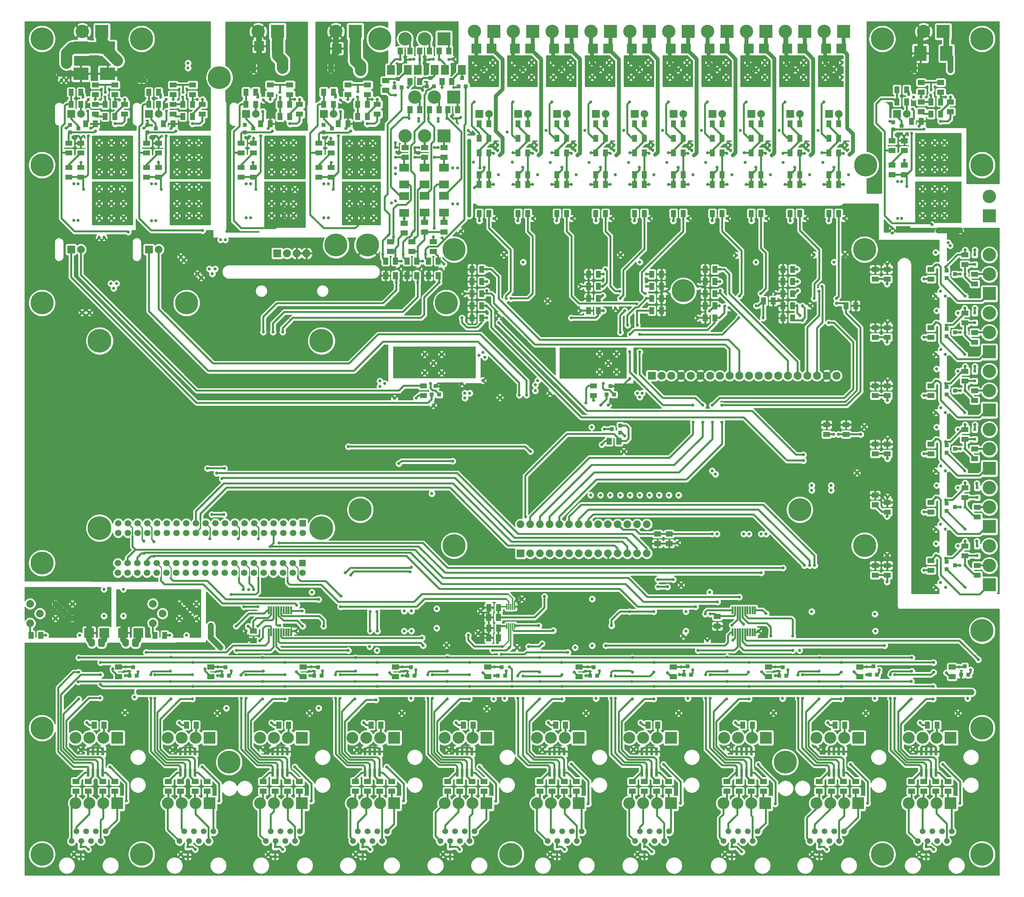
<source format=gbl>
G04 #@! TF.GenerationSoftware,KiCad,Pcbnew,(5.1.6)-1*
G04 #@! TF.CreationDate,2023-01-22T17:07:03+01:00*
G04 #@! TF.ProjectId,central-control-unit,63656e74-7261-46c2-9d63-6f6e74726f6c,rev?*
G04 #@! TF.SameCoordinates,Original*
G04 #@! TF.FileFunction,Copper,L4,Bot*
G04 #@! TF.FilePolarity,Positive*
%FSLAX46Y46*%
G04 Gerber Fmt 4.6, Leading zero omitted, Abs format (unit mm)*
G04 Created by KiCad (PCBNEW (5.1.6)-1) date 2023-01-22 17:07:03*
%MOMM*%
%LPD*%
G01*
G04 APERTURE LIST*
G04 #@! TA.AperFunction,ComponentPad*
%ADD10C,0.800000*%
G04 #@! TD*
G04 #@! TA.AperFunction,ComponentPad*
%ADD11C,6.000000*%
G04 #@! TD*
G04 #@! TA.AperFunction,SMDPad,CuDef*
%ADD12C,0.100000*%
G04 #@! TD*
G04 #@! TA.AperFunction,ComponentPad*
%ADD13R,3.500000X3.500000*%
G04 #@! TD*
G04 #@! TA.AperFunction,ComponentPad*
%ADD14C,3.500000*%
G04 #@! TD*
G04 #@! TA.AperFunction,SMDPad,CuDef*
%ADD15R,1.000000X1.000000*%
G04 #@! TD*
G04 #@! TA.AperFunction,SMDPad,CuDef*
%ADD16R,0.800000X0.800000*%
G04 #@! TD*
G04 #@! TA.AperFunction,SMDPad,CuDef*
%ADD17R,2.500000X2.000000*%
G04 #@! TD*
G04 #@! TA.AperFunction,SMDPad,CuDef*
%ADD18R,2.000000X2.500000*%
G04 #@! TD*
G04 #@! TA.AperFunction,ComponentPad*
%ADD19C,2.000000*%
G04 #@! TD*
G04 #@! TA.AperFunction,ComponentPad*
%ADD20O,1.740000X2.190000*%
G04 #@! TD*
G04 #@! TA.AperFunction,SMDPad,CuDef*
%ADD21R,2.500000X2.500000*%
G04 #@! TD*
G04 #@! TA.AperFunction,ComponentPad*
%ADD22C,2.100000*%
G04 #@! TD*
G04 #@! TA.AperFunction,ComponentPad*
%ADD23R,2.100000X2.100000*%
G04 #@! TD*
G04 #@! TA.AperFunction,ComponentPad*
%ADD24C,1.700000*%
G04 #@! TD*
G04 #@! TA.AperFunction,ComponentPad*
%ADD25R,1.700000X1.700000*%
G04 #@! TD*
G04 #@! TA.AperFunction,ComponentPad*
%ADD26C,6.200000*%
G04 #@! TD*
G04 #@! TA.AperFunction,ComponentPad*
%ADD27O,2.100000X2.100000*%
G04 #@! TD*
G04 #@! TA.AperFunction,ComponentPad*
%ADD28O,2.000000X2.000000*%
G04 #@! TD*
G04 #@! TA.AperFunction,ComponentPad*
%ADD29R,2.000000X2.000000*%
G04 #@! TD*
G04 #@! TA.AperFunction,SMDPad,CuDef*
%ADD30R,0.500000X2.000000*%
G04 #@! TD*
G04 #@! TA.AperFunction,SMDPad,CuDef*
%ADD31R,0.800000X2.000000*%
G04 #@! TD*
G04 #@! TA.AperFunction,ComponentPad*
%ADD32O,3.100000X3.100000*%
G04 #@! TD*
G04 #@! TA.AperFunction,ComponentPad*
%ADD33R,3.100000X3.100000*%
G04 #@! TD*
G04 #@! TA.AperFunction,SMDPad,CuDef*
%ADD34R,0.350000X1.500000*%
G04 #@! TD*
G04 #@! TA.AperFunction,ComponentPad*
%ADD35C,1.500000*%
G04 #@! TD*
G04 #@! TA.AperFunction,SMDPad,CuDef*
%ADD36R,3.300000X4.000000*%
G04 #@! TD*
G04 #@! TA.AperFunction,SMDPad,CuDef*
%ADD37R,4.000000X3.300000*%
G04 #@! TD*
G04 #@! TA.AperFunction,Conductor*
%ADD38C,0.500000*%
G04 #@! TD*
G04 #@! TA.AperFunction,Conductor*
%ADD39C,1.500000*%
G04 #@! TD*
G04 #@! TA.AperFunction,Conductor*
%ADD40C,0.250000*%
G04 #@! TD*
G04 #@! TA.AperFunction,Conductor*
%ADD41C,0.350000*%
G04 #@! TD*
G04 #@! TA.AperFunction,Conductor*
%ADD42C,3.000000*%
G04 #@! TD*
G04 #@! TA.AperFunction,Conductor*
%ADD43C,1.000000*%
G04 #@! TD*
G04 #@! TA.AperFunction,Conductor*
%ADD44C,2.000000*%
G04 #@! TD*
G04 #@! TA.AperFunction,Conductor*
%ADD45C,0.254000*%
G04 #@! TD*
G04 APERTURE END LIST*
D10*
X172148500Y-126746000D03*
X126428500Y-127000000D03*
X104203500Y-123952000D03*
X145478500Y-122428000D03*
X130111500Y-115824000D03*
X59626500Y-93218000D03*
X35369500Y-97028000D03*
X161607500Y-120142000D03*
X166052500Y-120142000D03*
X166052500Y-115443000D03*
X161607500Y-115443000D03*
X163893500Y-117856000D03*
X118173500Y-117856000D03*
X115887500Y-120396000D03*
X120332500Y-120396000D03*
X120332500Y-115570000D03*
X115887500Y-115570000D03*
D11*
X121602500Y-102108000D03*
D10*
X245427500Y-211963000D03*
X221297500Y-211963000D03*
X197167500Y-211963000D03*
X172402500Y-211963000D03*
X148272500Y-211963000D03*
X124142500Y-211963000D03*
X100012500Y-211963000D03*
X75882500Y-211963000D03*
X51752500Y-211963000D03*
X27622500Y-211963000D03*
G04 #@! TA.AperFunction,SMDPad,CuDef*
D12*
G36*
X103807500Y-213498000D02*
G01*
X103807500Y-211698000D01*
X105107500Y-211698000D01*
X105107500Y-213498000D01*
X103807500Y-213498000D01*
G37*
G04 #@! TD.AperFunction*
G04 #@! TA.AperFunction,SMDPad,CuDef*
G36*
X101267500Y-213498000D02*
G01*
X101267500Y-211698000D01*
X102567500Y-211698000D01*
X102567500Y-213498000D01*
X101267500Y-213498000D01*
G37*
G04 #@! TD.AperFunction*
G04 #@! TA.AperFunction,SMDPad,CuDef*
G36*
X31417500Y-213498000D02*
G01*
X31417500Y-211698000D01*
X32717500Y-211698000D01*
X32717500Y-213498000D01*
X31417500Y-213498000D01*
G37*
G04 #@! TD.AperFunction*
G04 #@! TA.AperFunction,SMDPad,CuDef*
G36*
X28877500Y-213498000D02*
G01*
X28877500Y-211698000D01*
X30177500Y-211698000D01*
X30177500Y-213498000D01*
X28877500Y-213498000D01*
G37*
G04 #@! TD.AperFunction*
G04 #@! TA.AperFunction,SMDPad,CuDef*
G36*
X79677500Y-213498000D02*
G01*
X79677500Y-211698000D01*
X80977500Y-211698000D01*
X80977500Y-213498000D01*
X79677500Y-213498000D01*
G37*
G04 #@! TD.AperFunction*
G04 #@! TA.AperFunction,SMDPad,CuDef*
G36*
X77137500Y-213498000D02*
G01*
X77137500Y-211698000D01*
X78437500Y-211698000D01*
X78437500Y-213498000D01*
X77137500Y-213498000D01*
G37*
G04 #@! TD.AperFunction*
G04 #@! TA.AperFunction,SMDPad,CuDef*
G36*
X55547500Y-213498000D02*
G01*
X55547500Y-211698000D01*
X56847500Y-211698000D01*
X56847500Y-213498000D01*
X55547500Y-213498000D01*
G37*
G04 #@! TD.AperFunction*
G04 #@! TA.AperFunction,SMDPad,CuDef*
G36*
X53007500Y-213498000D02*
G01*
X53007500Y-211698000D01*
X54307500Y-211698000D01*
X54307500Y-213498000D01*
X53007500Y-213498000D01*
G37*
G04 #@! TD.AperFunction*
G04 #@! TA.AperFunction,SMDPad,CuDef*
G36*
X176197500Y-213498000D02*
G01*
X176197500Y-211698000D01*
X177497500Y-211698000D01*
X177497500Y-213498000D01*
X176197500Y-213498000D01*
G37*
G04 #@! TD.AperFunction*
G04 #@! TA.AperFunction,SMDPad,CuDef*
G36*
X173657500Y-213498000D02*
G01*
X173657500Y-211698000D01*
X174957500Y-211698000D01*
X174957500Y-213498000D01*
X173657500Y-213498000D01*
G37*
G04 #@! TD.AperFunction*
G04 #@! TA.AperFunction,SMDPad,CuDef*
G36*
X249222500Y-213498000D02*
G01*
X249222500Y-211698000D01*
X250522500Y-211698000D01*
X250522500Y-213498000D01*
X249222500Y-213498000D01*
G37*
G04 #@! TD.AperFunction*
G04 #@! TA.AperFunction,SMDPad,CuDef*
G36*
X246682500Y-213498000D02*
G01*
X246682500Y-211698000D01*
X247982500Y-211698000D01*
X247982500Y-213498000D01*
X246682500Y-213498000D01*
G37*
G04 #@! TD.AperFunction*
G04 #@! TA.AperFunction,SMDPad,CuDef*
G36*
X152067500Y-213498000D02*
G01*
X152067500Y-211698000D01*
X153367500Y-211698000D01*
X153367500Y-213498000D01*
X152067500Y-213498000D01*
G37*
G04 #@! TD.AperFunction*
G04 #@! TA.AperFunction,SMDPad,CuDef*
G36*
X149527500Y-213498000D02*
G01*
X149527500Y-211698000D01*
X150827500Y-211698000D01*
X150827500Y-213498000D01*
X149527500Y-213498000D01*
G37*
G04 #@! TD.AperFunction*
G04 #@! TA.AperFunction,SMDPad,CuDef*
G36*
X200962500Y-213498000D02*
G01*
X200962500Y-211698000D01*
X202262500Y-211698000D01*
X202262500Y-213498000D01*
X200962500Y-213498000D01*
G37*
G04 #@! TD.AperFunction*
G04 #@! TA.AperFunction,SMDPad,CuDef*
G36*
X198422500Y-213498000D02*
G01*
X198422500Y-211698000D01*
X199722500Y-211698000D01*
X199722500Y-213498000D01*
X198422500Y-213498000D01*
G37*
G04 #@! TD.AperFunction*
G04 #@! TA.AperFunction,SMDPad,CuDef*
G36*
X127937500Y-213498000D02*
G01*
X127937500Y-211698000D01*
X129237500Y-211698000D01*
X129237500Y-213498000D01*
X127937500Y-213498000D01*
G37*
G04 #@! TD.AperFunction*
G04 #@! TA.AperFunction,SMDPad,CuDef*
G36*
X125397500Y-213498000D02*
G01*
X125397500Y-211698000D01*
X126697500Y-211698000D01*
X126697500Y-213498000D01*
X125397500Y-213498000D01*
G37*
G04 #@! TD.AperFunction*
G04 #@! TA.AperFunction,SMDPad,CuDef*
G36*
X225092500Y-213498000D02*
G01*
X225092500Y-211698000D01*
X226392500Y-211698000D01*
X226392500Y-213498000D01*
X225092500Y-213498000D01*
G37*
G04 #@! TD.AperFunction*
G04 #@! TA.AperFunction,SMDPad,CuDef*
G36*
X222552500Y-213498000D02*
G01*
X222552500Y-211698000D01*
X223852500Y-211698000D01*
X223852500Y-213498000D01*
X222552500Y-213498000D01*
G37*
G04 #@! TD.AperFunction*
D13*
X120967500Y-58420000D03*
D14*
X115887500Y-58420000D03*
X110807500Y-58420000D03*
X115887500Y-33020000D03*
D13*
X120967500Y-33020000D03*
D14*
X110807500Y-33020000D03*
D13*
X123507500Y-48260000D03*
D14*
X118427500Y-48260000D03*
X113347500Y-48260000D03*
D10*
X113093500Y-38354000D03*
X118173500Y-38354000D03*
X123253500Y-38354000D03*
X123507500Y-45720000D03*
X115379500Y-46482000D03*
X108013500Y-44450000D03*
X114363500Y-54610000D03*
X119443500Y-54610000D03*
X125285500Y-53594000D03*
X108267500Y-60198000D03*
X119443500Y-61468000D03*
X114363500Y-61468000D03*
X125285500Y-83312000D03*
X120205500Y-93218000D03*
X114363500Y-93218000D03*
X109029500Y-93218000D03*
X113347500Y-85090000D03*
X120459500Y-45720000D03*
X111569500Y-45720000D03*
X108267500Y-47752000D03*
X127571500Y-59690000D03*
X127571500Y-79248000D03*
X118427500Y-82550000D03*
X118173500Y-84836000D03*
X120967500Y-91948000D03*
X115379500Y-91186000D03*
X109791500Y-91186000D03*
X108267500Y-68326000D03*
X108267500Y-66802000D03*
X124523500Y-66802000D03*
X123253500Y-66802000D03*
X107251500Y-75946000D03*
X108267500Y-75438000D03*
X124523500Y-76200000D03*
X123253500Y-76200000D03*
X120967500Y-80010000D03*
X107759500Y-84836000D03*
X110553500Y-80010000D03*
X115887500Y-80010000D03*
X108521500Y-96774000D03*
X114109500Y-96774000D03*
X119697500Y-96774000D03*
X106489500Y-84328000D03*
X113093500Y-83312000D03*
X120459500Y-85090000D03*
X104965500Y-89408000D03*
X110299500Y-89408000D03*
X116141500Y-89408000D03*
G04 #@! TA.AperFunction,SMDPad,CuDef*
D12*
G36*
X123873500Y-52462000D02*
G01*
X123873500Y-50662000D01*
X125173500Y-50662000D01*
X125173500Y-52462000D01*
X123873500Y-52462000D01*
G37*
G04 #@! TD.AperFunction*
G04 #@! TA.AperFunction,SMDPad,CuDef*
G36*
X121333500Y-52462000D02*
G01*
X121333500Y-50662000D01*
X122633500Y-50662000D01*
X122633500Y-52462000D01*
X121333500Y-52462000D01*
G37*
G04 #@! TD.AperFunction*
G04 #@! TA.AperFunction,SMDPad,CuDef*
G36*
X116507500Y-37095000D02*
G01*
X116507500Y-35295000D01*
X117807500Y-35295000D01*
X117807500Y-37095000D01*
X116507500Y-37095000D01*
G37*
G04 #@! TD.AperFunction*
G04 #@! TA.AperFunction,SMDPad,CuDef*
G36*
X113967500Y-37095000D02*
G01*
X113967500Y-35295000D01*
X115267500Y-35295000D01*
X115267500Y-37095000D01*
X113967500Y-37095000D01*
G37*
G04 #@! TD.AperFunction*
G04 #@! TA.AperFunction,SMDPad,CuDef*
G36*
X119047500Y-52462000D02*
G01*
X119047500Y-50662000D01*
X120347500Y-50662000D01*
X120347500Y-52462000D01*
X119047500Y-52462000D01*
G37*
G04 #@! TD.AperFunction*
G04 #@! TA.AperFunction,SMDPad,CuDef*
G36*
X116507500Y-52462000D02*
G01*
X116507500Y-50662000D01*
X117807500Y-50662000D01*
X117807500Y-52462000D01*
X116507500Y-52462000D01*
G37*
G04 #@! TD.AperFunction*
G04 #@! TA.AperFunction,SMDPad,CuDef*
G36*
X121587500Y-37095000D02*
G01*
X121587500Y-35295000D01*
X122887500Y-35295000D01*
X122887500Y-37095000D01*
X121587500Y-37095000D01*
G37*
G04 #@! TD.AperFunction*
G04 #@! TA.AperFunction,SMDPad,CuDef*
G36*
X119047500Y-37095000D02*
G01*
X119047500Y-35295000D01*
X120347500Y-35295000D01*
X120347500Y-37095000D01*
X119047500Y-37095000D01*
G37*
G04 #@! TD.AperFunction*
G04 #@! TA.AperFunction,SMDPad,CuDef*
G36*
X113967500Y-52462000D02*
G01*
X113967500Y-50662000D01*
X115267500Y-50662000D01*
X115267500Y-52462000D01*
X113967500Y-52462000D01*
G37*
G04 #@! TD.AperFunction*
G04 #@! TA.AperFunction,SMDPad,CuDef*
G36*
X111427500Y-52462000D02*
G01*
X111427500Y-50662000D01*
X112727500Y-50662000D01*
X112727500Y-52462000D01*
X111427500Y-52462000D01*
G37*
G04 #@! TD.AperFunction*
G04 #@! TA.AperFunction,SMDPad,CuDef*
G36*
X111427500Y-37095000D02*
G01*
X111427500Y-35295000D01*
X112727500Y-35295000D01*
X112727500Y-37095000D01*
X111427500Y-37095000D01*
G37*
G04 #@! TD.AperFunction*
G04 #@! TA.AperFunction,SMDPad,CuDef*
G36*
X108887500Y-37095000D02*
G01*
X108887500Y-35295000D01*
X110187500Y-35295000D01*
X110187500Y-37095000D01*
X108887500Y-37095000D01*
G37*
G04 #@! TD.AperFunction*
G04 #@! TA.AperFunction,SMDPad,CuDef*
G36*
X121867500Y-81676000D02*
G01*
X120067500Y-81676000D01*
X120067500Y-80376000D01*
X121867500Y-80376000D01*
X121867500Y-81676000D01*
G37*
G04 #@! TD.AperFunction*
G04 #@! TA.AperFunction,SMDPad,CuDef*
G36*
X121867500Y-84216000D02*
G01*
X120067500Y-84216000D01*
X120067500Y-82916000D01*
X121867500Y-82916000D01*
X121867500Y-84216000D01*
G37*
G04 #@! TD.AperFunction*
G04 #@! TA.AperFunction,SMDPad,CuDef*
G36*
X113967500Y-45096000D02*
G01*
X113967500Y-43296000D01*
X115267500Y-43296000D01*
X115267500Y-45096000D01*
X113967500Y-45096000D01*
G37*
G04 #@! TD.AperFunction*
G04 #@! TA.AperFunction,SMDPad,CuDef*
G36*
X111427500Y-45096000D02*
G01*
X111427500Y-43296000D01*
X112727500Y-43296000D01*
X112727500Y-45096000D01*
X111427500Y-45096000D01*
G37*
G04 #@! TD.AperFunction*
G04 #@! TA.AperFunction,SMDPad,CuDef*
G36*
X116787500Y-81676000D02*
G01*
X114987500Y-81676000D01*
X114987500Y-80376000D01*
X116787500Y-80376000D01*
X116787500Y-81676000D01*
G37*
G04 #@! TD.AperFunction*
G04 #@! TA.AperFunction,SMDPad,CuDef*
G36*
X116787500Y-84216000D02*
G01*
X114987500Y-84216000D01*
X114987500Y-82916000D01*
X116787500Y-82916000D01*
X116787500Y-84216000D01*
G37*
G04 #@! TD.AperFunction*
G04 #@! TA.AperFunction,SMDPad,CuDef*
G36*
X122349500Y-45096000D02*
G01*
X122349500Y-43296000D01*
X123649500Y-43296000D01*
X123649500Y-45096000D01*
X122349500Y-45096000D01*
G37*
G04 #@! TD.AperFunction*
G04 #@! TA.AperFunction,SMDPad,CuDef*
G36*
X119809500Y-45096000D02*
G01*
X119809500Y-43296000D01*
X121109500Y-43296000D01*
X121109500Y-45096000D01*
X119809500Y-45096000D01*
G37*
G04 #@! TD.AperFunction*
G04 #@! TA.AperFunction,SMDPad,CuDef*
G36*
X111453500Y-81930000D02*
G01*
X109653500Y-81930000D01*
X109653500Y-80630000D01*
X111453500Y-80630000D01*
X111453500Y-81930000D01*
G37*
G04 #@! TD.AperFunction*
G04 #@! TA.AperFunction,SMDPad,CuDef*
G36*
X111453500Y-84470000D02*
G01*
X109653500Y-84470000D01*
X109653500Y-83170000D01*
X111453500Y-83170000D01*
X111453500Y-84470000D01*
G37*
G04 #@! TD.AperFunction*
G04 #@! TA.AperFunction,SMDPad,CuDef*
G36*
X106627500Y-44592000D02*
G01*
X104827500Y-44592000D01*
X104827500Y-43292000D01*
X106627500Y-43292000D01*
X106627500Y-44592000D01*
G37*
G04 #@! TD.AperFunction*
G04 #@! TA.AperFunction,SMDPad,CuDef*
G36*
X106627500Y-47132000D02*
G01*
X104827500Y-47132000D01*
X104827500Y-45832000D01*
X106627500Y-45832000D01*
X106627500Y-47132000D01*
G37*
G04 #@! TD.AperFunction*
D15*
X117411500Y-43250000D03*
X116461500Y-45450000D03*
X118361500Y-45450000D03*
X125727500Y-43266000D03*
X124777500Y-45466000D03*
X126677500Y-45466000D03*
X108963500Y-43504000D03*
X108013500Y-45704000D03*
X109913500Y-45704000D03*
D16*
X121729500Y-53848000D03*
X124269500Y-53848000D03*
X119697500Y-38481000D03*
X122237500Y-38481000D03*
X114617500Y-38481000D03*
X117157500Y-38481000D03*
X116903500Y-53848000D03*
X119443500Y-53848000D03*
X111823500Y-53848000D03*
X114363500Y-53848000D03*
X109537500Y-38481000D03*
X112077500Y-38481000D03*
D17*
X120967500Y-74086000D03*
X120967500Y-78486000D03*
D18*
X114109500Y-41148000D03*
X118509500Y-41148000D03*
D17*
X115887500Y-74086000D03*
X115887500Y-78486000D03*
D18*
X121221500Y-41148000D03*
X125621500Y-41148000D03*
D17*
X110553500Y-74168000D03*
X110553500Y-78568000D03*
D18*
X107083500Y-41148000D03*
X111483500Y-41148000D03*
D10*
X64071500Y-203962000D03*
X60007500Y-187833000D03*
X62547500Y-192278000D03*
X159575500Y-134620000D03*
X168211500Y-136906000D03*
X162877500Y-135128000D03*
X162242500Y-139192000D03*
X258635500Y-198120000D03*
X258889500Y-203962000D03*
X255587500Y-197358000D03*
X234759500Y-203962000D03*
X234759500Y-198120000D03*
X231457500Y-197358000D03*
X210883500Y-198120000D03*
X207581500Y-197358000D03*
X210629500Y-203962000D03*
X185991500Y-198120000D03*
X185991500Y-203962000D03*
X182943500Y-197358000D03*
X161861500Y-203962000D03*
X161607500Y-198374000D03*
X158559500Y-197358000D03*
X113982500Y-203962000D03*
X110045500Y-197358000D03*
X110045500Y-199644000D03*
X139001500Y-203962000D03*
X137223500Y-198374000D03*
X134175500Y-197358000D03*
X134175500Y-199644000D03*
X85915500Y-199644000D03*
X88582500Y-203962000D03*
X65341500Y-203962000D03*
X61912500Y-191643000D03*
X60007500Y-186563000D03*
X40957500Y-203708000D03*
X89217500Y-198374000D03*
X86169500Y-197358000D03*
X40957500Y-198628000D03*
X61785500Y-197358000D03*
X65341500Y-198374000D03*
X37782500Y-197358000D03*
G04 #@! TA.AperFunction,SMDPad,CuDef*
D12*
G36*
X166037500Y-139203000D02*
G01*
X166037500Y-137403000D01*
X167337500Y-137403000D01*
X167337500Y-139203000D01*
X166037500Y-139203000D01*
G37*
G04 #@! TD.AperFunction*
G04 #@! TA.AperFunction,SMDPad,CuDef*
G36*
X163497500Y-139203000D02*
G01*
X163497500Y-137403000D01*
X164797500Y-137403000D01*
X164797500Y-139203000D01*
X163497500Y-139203000D01*
G37*
G04 #@! TD.AperFunction*
D10*
X176847500Y-174498000D03*
X180911500Y-174498000D03*
X179387500Y-176403000D03*
X176847500Y-176403000D03*
X32067500Y-184023000D03*
X37147500Y-184023000D03*
X25717500Y-189103000D03*
G04 #@! TA.AperFunction,SMDPad,CuDef*
D12*
G36*
X74915000Y-56145000D02*
G01*
X74915000Y-54345000D01*
X76215000Y-54345000D01*
X76215000Y-56145000D01*
X74915000Y-56145000D01*
G37*
G04 #@! TD.AperFunction*
G04 #@! TA.AperFunction,SMDPad,CuDef*
G36*
X72375000Y-56145000D02*
G01*
X72375000Y-54345000D01*
X73675000Y-54345000D01*
X73675000Y-56145000D01*
X72375000Y-56145000D01*
G37*
G04 #@! TD.AperFunction*
G04 #@! TA.AperFunction,SMDPad,CuDef*
G36*
X29195000Y-56145000D02*
G01*
X29195000Y-54345000D01*
X30495000Y-54345000D01*
X30495000Y-56145000D01*
X29195000Y-56145000D01*
G37*
G04 #@! TD.AperFunction*
G04 #@! TA.AperFunction,SMDPad,CuDef*
G36*
X26655000Y-56145000D02*
G01*
X26655000Y-54345000D01*
X27955000Y-54345000D01*
X27955000Y-56145000D01*
X26655000Y-56145000D01*
G37*
G04 #@! TD.AperFunction*
G04 #@! TA.AperFunction,SMDPad,CuDef*
G36*
X49515000Y-56145000D02*
G01*
X49515000Y-54345000D01*
X50815000Y-54345000D01*
X50815000Y-56145000D01*
X49515000Y-56145000D01*
G37*
G04 #@! TD.AperFunction*
G04 #@! TA.AperFunction,SMDPad,CuDef*
G36*
X46975000Y-56145000D02*
G01*
X46975000Y-54345000D01*
X48275000Y-54345000D01*
X48275000Y-56145000D01*
X46975000Y-56145000D01*
G37*
G04 #@! TD.AperFunction*
G04 #@! TA.AperFunction,SMDPad,CuDef*
G36*
X245095000Y-55510000D02*
G01*
X245095000Y-53710000D01*
X246395000Y-53710000D01*
X246395000Y-55510000D01*
X245095000Y-55510000D01*
G37*
G04 #@! TD.AperFunction*
G04 #@! TA.AperFunction,SMDPad,CuDef*
G36*
X242555000Y-55510000D02*
G01*
X242555000Y-53710000D01*
X243855000Y-53710000D01*
X243855000Y-55510000D01*
X242555000Y-55510000D01*
G37*
G04 #@! TD.AperFunction*
G04 #@! TA.AperFunction,SMDPad,CuDef*
G36*
X72020000Y-60975000D02*
G01*
X70220000Y-60975000D01*
X70220000Y-59675000D01*
X72020000Y-59675000D01*
X72020000Y-60975000D01*
G37*
G04 #@! TD.AperFunction*
G04 #@! TA.AperFunction,SMDPad,CuDef*
G36*
X72020000Y-63515000D02*
G01*
X70220000Y-63515000D01*
X70220000Y-62215000D01*
X72020000Y-62215000D01*
X72020000Y-63515000D01*
G37*
G04 #@! TD.AperFunction*
G04 #@! TA.AperFunction,SMDPad,CuDef*
G36*
X26935000Y-60975000D02*
G01*
X25135000Y-60975000D01*
X25135000Y-59675000D01*
X26935000Y-59675000D01*
X26935000Y-60975000D01*
G37*
G04 #@! TD.AperFunction*
G04 #@! TA.AperFunction,SMDPad,CuDef*
G36*
X26935000Y-63515000D02*
G01*
X25135000Y-63515000D01*
X25135000Y-62215000D01*
X26935000Y-62215000D01*
X26935000Y-63515000D01*
G37*
G04 #@! TD.AperFunction*
G04 #@! TA.AperFunction,SMDPad,CuDef*
G36*
X47255000Y-60975000D02*
G01*
X45455000Y-60975000D01*
X45455000Y-59675000D01*
X47255000Y-59675000D01*
X47255000Y-60975000D01*
G37*
G04 #@! TD.AperFunction*
G04 #@! TA.AperFunction,SMDPad,CuDef*
G36*
X47255000Y-63515000D02*
G01*
X45455000Y-63515000D01*
X45455000Y-62215000D01*
X47255000Y-62215000D01*
X47255000Y-63515000D01*
G37*
G04 #@! TD.AperFunction*
G04 #@! TA.AperFunction,SMDPad,CuDef*
G36*
X242200000Y-60340000D02*
G01*
X240400000Y-60340000D01*
X240400000Y-59040000D01*
X242200000Y-59040000D01*
X242200000Y-60340000D01*
G37*
G04 #@! TD.AperFunction*
G04 #@! TA.AperFunction,SMDPad,CuDef*
G36*
X242200000Y-62880000D02*
G01*
X240400000Y-62880000D01*
X240400000Y-61580000D01*
X242200000Y-61580000D01*
X242200000Y-62880000D01*
G37*
G04 #@! TD.AperFunction*
G04 #@! TA.AperFunction,SMDPad,CuDef*
G36*
X95235000Y-56145000D02*
G01*
X95235000Y-54345000D01*
X96535000Y-54345000D01*
X96535000Y-56145000D01*
X95235000Y-56145000D01*
G37*
G04 #@! TD.AperFunction*
G04 #@! TA.AperFunction,SMDPad,CuDef*
G36*
X92695000Y-56145000D02*
G01*
X92695000Y-54345000D01*
X93995000Y-54345000D01*
X93995000Y-56145000D01*
X92695000Y-56145000D01*
G37*
G04 #@! TD.AperFunction*
G04 #@! TA.AperFunction,SMDPad,CuDef*
G36*
X92340000Y-60975000D02*
G01*
X90540000Y-60975000D01*
X90540000Y-59675000D01*
X92340000Y-59675000D01*
X92340000Y-60975000D01*
G37*
G04 #@! TD.AperFunction*
G04 #@! TA.AperFunction,SMDPad,CuDef*
G36*
X92340000Y-63515000D02*
G01*
X90540000Y-63515000D01*
X90540000Y-62215000D01*
X92340000Y-62215000D01*
X92340000Y-63515000D01*
G37*
G04 #@! TD.AperFunction*
G04 #@! TA.AperFunction,SMDPad,CuDef*
G36*
X178932000Y-164450000D02*
G01*
X180732000Y-164450000D01*
X180732000Y-165750000D01*
X178932000Y-165750000D01*
X178932000Y-164450000D01*
G37*
G04 #@! TD.AperFunction*
G04 #@! TA.AperFunction,SMDPad,CuDef*
G36*
X178932000Y-161910000D02*
G01*
X180732000Y-161910000D01*
X180732000Y-163210000D01*
X178932000Y-163210000D01*
X178932000Y-161910000D01*
G37*
G04 #@! TD.AperFunction*
G04 #@! TA.AperFunction,SMDPad,CuDef*
G36*
X175884000Y-164450000D02*
G01*
X177684000Y-164450000D01*
X177684000Y-165750000D01*
X175884000Y-165750000D01*
X175884000Y-164450000D01*
G37*
G04 #@! TD.AperFunction*
G04 #@! TA.AperFunction,SMDPad,CuDef*
G36*
X175884000Y-161910000D02*
G01*
X177684000Y-161910000D01*
X177684000Y-163210000D01*
X175884000Y-163210000D01*
X175884000Y-161910000D01*
G37*
G04 #@! TD.AperFunction*
G04 #@! TA.AperFunction,SMDPad,CuDef*
G36*
X132065000Y-72020000D02*
G01*
X132065000Y-70220000D01*
X133365000Y-70220000D01*
X133365000Y-72020000D01*
X132065000Y-72020000D01*
G37*
G04 #@! TD.AperFunction*
G04 #@! TA.AperFunction,SMDPad,CuDef*
G36*
X129525000Y-72020000D02*
G01*
X129525000Y-70220000D01*
X130825000Y-70220000D01*
X130825000Y-72020000D01*
X129525000Y-72020000D01*
G37*
G04 #@! TD.AperFunction*
G04 #@! TA.AperFunction,SMDPad,CuDef*
G36*
X132065000Y-69480000D02*
G01*
X132065000Y-67680000D01*
X133365000Y-67680000D01*
X133365000Y-69480000D01*
X132065000Y-69480000D01*
G37*
G04 #@! TD.AperFunction*
G04 #@! TA.AperFunction,SMDPad,CuDef*
G36*
X129525000Y-69480000D02*
G01*
X129525000Y-67680000D01*
X130825000Y-67680000D01*
X130825000Y-69480000D01*
X129525000Y-69480000D01*
G37*
G04 #@! TD.AperFunction*
G04 #@! TA.AperFunction,SMDPad,CuDef*
G36*
X142225000Y-72020000D02*
G01*
X142225000Y-70220000D01*
X143525000Y-70220000D01*
X143525000Y-72020000D01*
X142225000Y-72020000D01*
G37*
G04 #@! TD.AperFunction*
G04 #@! TA.AperFunction,SMDPad,CuDef*
G36*
X139685000Y-72020000D02*
G01*
X139685000Y-70220000D01*
X140985000Y-70220000D01*
X140985000Y-72020000D01*
X139685000Y-72020000D01*
G37*
G04 #@! TD.AperFunction*
G04 #@! TA.AperFunction,SMDPad,CuDef*
G36*
X142225000Y-69480000D02*
G01*
X142225000Y-67680000D01*
X143525000Y-67680000D01*
X143525000Y-69480000D01*
X142225000Y-69480000D01*
G37*
G04 #@! TD.AperFunction*
G04 #@! TA.AperFunction,SMDPad,CuDef*
G36*
X139685000Y-69480000D02*
G01*
X139685000Y-67680000D01*
X140985000Y-67680000D01*
X140985000Y-69480000D01*
X139685000Y-69480000D01*
G37*
G04 #@! TD.AperFunction*
G04 #@! TA.AperFunction,SMDPad,CuDef*
G36*
X182865000Y-72020000D02*
G01*
X182865000Y-70220000D01*
X184165000Y-70220000D01*
X184165000Y-72020000D01*
X182865000Y-72020000D01*
G37*
G04 #@! TD.AperFunction*
G04 #@! TA.AperFunction,SMDPad,CuDef*
G36*
X180325000Y-72020000D02*
G01*
X180325000Y-70220000D01*
X181625000Y-70220000D01*
X181625000Y-72020000D01*
X180325000Y-72020000D01*
G37*
G04 #@! TD.AperFunction*
G04 #@! TA.AperFunction,SMDPad,CuDef*
G36*
X152385000Y-72020000D02*
G01*
X152385000Y-70220000D01*
X153685000Y-70220000D01*
X153685000Y-72020000D01*
X152385000Y-72020000D01*
G37*
G04 #@! TD.AperFunction*
G04 #@! TA.AperFunction,SMDPad,CuDef*
G36*
X149845000Y-72020000D02*
G01*
X149845000Y-70220000D01*
X151145000Y-70220000D01*
X151145000Y-72020000D01*
X149845000Y-72020000D01*
G37*
G04 #@! TD.AperFunction*
G04 #@! TA.AperFunction,SMDPad,CuDef*
G36*
X182865000Y-69480000D02*
G01*
X182865000Y-67680000D01*
X184165000Y-67680000D01*
X184165000Y-69480000D01*
X182865000Y-69480000D01*
G37*
G04 #@! TD.AperFunction*
G04 #@! TA.AperFunction,SMDPad,CuDef*
G36*
X180325000Y-69480000D02*
G01*
X180325000Y-67680000D01*
X181625000Y-67680000D01*
X181625000Y-69480000D01*
X180325000Y-69480000D01*
G37*
G04 #@! TD.AperFunction*
G04 #@! TA.AperFunction,SMDPad,CuDef*
G36*
X172705000Y-72020000D02*
G01*
X172705000Y-70220000D01*
X174005000Y-70220000D01*
X174005000Y-72020000D01*
X172705000Y-72020000D01*
G37*
G04 #@! TD.AperFunction*
G04 #@! TA.AperFunction,SMDPad,CuDef*
G36*
X170165000Y-72020000D02*
G01*
X170165000Y-70220000D01*
X171465000Y-70220000D01*
X171465000Y-72020000D01*
X170165000Y-72020000D01*
G37*
G04 #@! TD.AperFunction*
G04 #@! TA.AperFunction,SMDPad,CuDef*
G36*
X162545000Y-72020000D02*
G01*
X162545000Y-70220000D01*
X163845000Y-70220000D01*
X163845000Y-72020000D01*
X162545000Y-72020000D01*
G37*
G04 #@! TD.AperFunction*
G04 #@! TA.AperFunction,SMDPad,CuDef*
G36*
X160005000Y-72020000D02*
G01*
X160005000Y-70220000D01*
X161305000Y-70220000D01*
X161305000Y-72020000D01*
X160005000Y-72020000D01*
G37*
G04 #@! TD.AperFunction*
G04 #@! TA.AperFunction,SMDPad,CuDef*
G36*
X152385000Y-69480000D02*
G01*
X152385000Y-67680000D01*
X153685000Y-67680000D01*
X153685000Y-69480000D01*
X152385000Y-69480000D01*
G37*
G04 #@! TD.AperFunction*
G04 #@! TA.AperFunction,SMDPad,CuDef*
G36*
X149845000Y-69480000D02*
G01*
X149845000Y-67680000D01*
X151145000Y-67680000D01*
X151145000Y-69480000D01*
X149845000Y-69480000D01*
G37*
G04 #@! TD.AperFunction*
G04 #@! TA.AperFunction,SMDPad,CuDef*
G36*
X172705000Y-69480000D02*
G01*
X172705000Y-67680000D01*
X174005000Y-67680000D01*
X174005000Y-69480000D01*
X172705000Y-69480000D01*
G37*
G04 #@! TD.AperFunction*
G04 #@! TA.AperFunction,SMDPad,CuDef*
G36*
X170165000Y-69480000D02*
G01*
X170165000Y-67680000D01*
X171465000Y-67680000D01*
X171465000Y-69480000D01*
X170165000Y-69480000D01*
G37*
G04 #@! TD.AperFunction*
G04 #@! TA.AperFunction,SMDPad,CuDef*
G36*
X162545000Y-69480000D02*
G01*
X162545000Y-67680000D01*
X163845000Y-67680000D01*
X163845000Y-69480000D01*
X162545000Y-69480000D01*
G37*
G04 #@! TD.AperFunction*
G04 #@! TA.AperFunction,SMDPad,CuDef*
G36*
X160005000Y-69480000D02*
G01*
X160005000Y-67680000D01*
X161305000Y-67680000D01*
X161305000Y-69480000D01*
X160005000Y-69480000D01*
G37*
G04 #@! TD.AperFunction*
G04 #@! TA.AperFunction,SMDPad,CuDef*
G36*
X213345000Y-72020000D02*
G01*
X213345000Y-70220000D01*
X214645000Y-70220000D01*
X214645000Y-72020000D01*
X213345000Y-72020000D01*
G37*
G04 #@! TD.AperFunction*
G04 #@! TA.AperFunction,SMDPad,CuDef*
G36*
X210805000Y-72020000D02*
G01*
X210805000Y-70220000D01*
X212105000Y-70220000D01*
X212105000Y-72020000D01*
X210805000Y-72020000D01*
G37*
G04 #@! TD.AperFunction*
G04 #@! TA.AperFunction,SMDPad,CuDef*
G36*
X203185000Y-72020000D02*
G01*
X203185000Y-70220000D01*
X204485000Y-70220000D01*
X204485000Y-72020000D01*
X203185000Y-72020000D01*
G37*
G04 #@! TD.AperFunction*
G04 #@! TA.AperFunction,SMDPad,CuDef*
G36*
X200645000Y-72020000D02*
G01*
X200645000Y-70220000D01*
X201945000Y-70220000D01*
X201945000Y-72020000D01*
X200645000Y-72020000D01*
G37*
G04 #@! TD.AperFunction*
G04 #@! TA.AperFunction,SMDPad,CuDef*
G36*
X223505000Y-72020000D02*
G01*
X223505000Y-70220000D01*
X224805000Y-70220000D01*
X224805000Y-72020000D01*
X223505000Y-72020000D01*
G37*
G04 #@! TD.AperFunction*
G04 #@! TA.AperFunction,SMDPad,CuDef*
G36*
X220965000Y-72020000D02*
G01*
X220965000Y-70220000D01*
X222265000Y-70220000D01*
X222265000Y-72020000D01*
X220965000Y-72020000D01*
G37*
G04 #@! TD.AperFunction*
G04 #@! TA.AperFunction,SMDPad,CuDef*
G36*
X193025000Y-72020000D02*
G01*
X193025000Y-70220000D01*
X194325000Y-70220000D01*
X194325000Y-72020000D01*
X193025000Y-72020000D01*
G37*
G04 #@! TD.AperFunction*
G04 #@! TA.AperFunction,SMDPad,CuDef*
G36*
X190485000Y-72020000D02*
G01*
X190485000Y-70220000D01*
X191785000Y-70220000D01*
X191785000Y-72020000D01*
X190485000Y-72020000D01*
G37*
G04 #@! TD.AperFunction*
G04 #@! TA.AperFunction,SMDPad,CuDef*
G36*
X213345000Y-69480000D02*
G01*
X213345000Y-67680000D01*
X214645000Y-67680000D01*
X214645000Y-69480000D01*
X213345000Y-69480000D01*
G37*
G04 #@! TD.AperFunction*
G04 #@! TA.AperFunction,SMDPad,CuDef*
G36*
X210805000Y-69480000D02*
G01*
X210805000Y-67680000D01*
X212105000Y-67680000D01*
X212105000Y-69480000D01*
X210805000Y-69480000D01*
G37*
G04 #@! TD.AperFunction*
G04 #@! TA.AperFunction,SMDPad,CuDef*
G36*
X203185000Y-69480000D02*
G01*
X203185000Y-67680000D01*
X204485000Y-67680000D01*
X204485000Y-69480000D01*
X203185000Y-69480000D01*
G37*
G04 #@! TD.AperFunction*
G04 #@! TA.AperFunction,SMDPad,CuDef*
G36*
X200645000Y-69480000D02*
G01*
X200645000Y-67680000D01*
X201945000Y-67680000D01*
X201945000Y-69480000D01*
X200645000Y-69480000D01*
G37*
G04 #@! TD.AperFunction*
G04 #@! TA.AperFunction,SMDPad,CuDef*
G36*
X223505000Y-69480000D02*
G01*
X223505000Y-67680000D01*
X224805000Y-67680000D01*
X224805000Y-69480000D01*
X223505000Y-69480000D01*
G37*
G04 #@! TD.AperFunction*
G04 #@! TA.AperFunction,SMDPad,CuDef*
G36*
X220965000Y-69480000D02*
G01*
X220965000Y-67680000D01*
X222265000Y-67680000D01*
X222265000Y-69480000D01*
X220965000Y-69480000D01*
G37*
G04 #@! TD.AperFunction*
G04 #@! TA.AperFunction,SMDPad,CuDef*
G36*
X193025000Y-69480000D02*
G01*
X193025000Y-67680000D01*
X194325000Y-67680000D01*
X194325000Y-69480000D01*
X193025000Y-69480000D01*
G37*
G04 #@! TD.AperFunction*
G04 #@! TA.AperFunction,SMDPad,CuDef*
G36*
X190485000Y-69480000D02*
G01*
X190485000Y-67680000D01*
X191785000Y-67680000D01*
X191785000Y-69480000D01*
X190485000Y-69480000D01*
G37*
G04 #@! TD.AperFunction*
G04 #@! TA.AperFunction,SMDPad,CuDef*
G36*
X193305000Y-184800000D02*
G01*
X191505000Y-184800000D01*
X191505000Y-183500000D01*
X193305000Y-183500000D01*
X193305000Y-184800000D01*
G37*
G04 #@! TD.AperFunction*
G04 #@! TA.AperFunction,SMDPad,CuDef*
G36*
X193305000Y-187340000D02*
G01*
X191505000Y-187340000D01*
X191505000Y-186040000D01*
X193305000Y-186040000D01*
X193305000Y-187340000D01*
G37*
G04 #@! TD.AperFunction*
G04 #@! TA.AperFunction,SMDPad,CuDef*
G36*
X72020000Y-188610000D02*
G01*
X70220000Y-188610000D01*
X70220000Y-187310000D01*
X72020000Y-187310000D01*
X72020000Y-188610000D01*
G37*
G04 #@! TD.AperFunction*
G04 #@! TA.AperFunction,SMDPad,CuDef*
G36*
X72020000Y-191150000D02*
G01*
X70220000Y-191150000D01*
X70220000Y-189850000D01*
X72020000Y-189850000D01*
X72020000Y-191150000D01*
G37*
G04 #@! TD.AperFunction*
G04 #@! TA.AperFunction,SMDPad,CuDef*
G36*
X133365000Y-180964000D02*
G01*
X133365000Y-182764000D01*
X132065000Y-182764000D01*
X132065000Y-180964000D01*
X133365000Y-180964000D01*
G37*
G04 #@! TD.AperFunction*
G04 #@! TA.AperFunction,SMDPad,CuDef*
G36*
X135905000Y-180964000D02*
G01*
X135905000Y-182764000D01*
X134605000Y-182764000D01*
X134605000Y-180964000D01*
X135905000Y-180964000D01*
G37*
G04 #@! TD.AperFunction*
G04 #@! TA.AperFunction,SMDPad,CuDef*
G36*
X133301500Y-183504000D02*
G01*
X133301500Y-185304000D01*
X132001500Y-185304000D01*
X132001500Y-183504000D01*
X133301500Y-183504000D01*
G37*
G04 #@! TD.AperFunction*
G04 #@! TA.AperFunction,SMDPad,CuDef*
G36*
X135841500Y-183504000D02*
G01*
X135841500Y-185304000D01*
X134541500Y-185304000D01*
X134541500Y-183504000D01*
X135841500Y-183504000D01*
G37*
G04 #@! TD.AperFunction*
G04 #@! TA.AperFunction,SMDPad,CuDef*
G36*
X133365000Y-186298000D02*
G01*
X133365000Y-188098000D01*
X132065000Y-188098000D01*
X132065000Y-186298000D01*
X133365000Y-186298000D01*
G37*
G04 #@! TD.AperFunction*
G04 #@! TA.AperFunction,SMDPad,CuDef*
G36*
X135905000Y-186298000D02*
G01*
X135905000Y-188098000D01*
X134605000Y-188098000D01*
X134605000Y-186298000D01*
X135905000Y-186298000D01*
G37*
G04 #@! TD.AperFunction*
G04 #@! TA.AperFunction,SMDPad,CuDef*
G36*
X133301500Y-188838000D02*
G01*
X133301500Y-190638000D01*
X132001500Y-190638000D01*
X132001500Y-188838000D01*
X133301500Y-188838000D01*
G37*
G04 #@! TD.AperFunction*
G04 #@! TA.AperFunction,SMDPad,CuDef*
G36*
X135841500Y-188838000D02*
G01*
X135841500Y-190638000D01*
X134541500Y-190638000D01*
X134541500Y-188838000D01*
X135841500Y-188838000D01*
G37*
G04 #@! TD.AperFunction*
G04 #@! TA.AperFunction,SMDPad,CuDef*
G36*
X220080000Y-135875000D02*
G01*
X221880000Y-135875000D01*
X221880000Y-137175000D01*
X220080000Y-137175000D01*
X220080000Y-135875000D01*
G37*
G04 #@! TD.AperFunction*
G04 #@! TA.AperFunction,SMDPad,CuDef*
G36*
X220080000Y-133335000D02*
G01*
X221880000Y-133335000D01*
X221880000Y-134635000D01*
X220080000Y-134635000D01*
X220080000Y-133335000D01*
G37*
G04 #@! TD.AperFunction*
G04 #@! TA.AperFunction,SMDPad,CuDef*
G36*
X226960000Y-134635000D02*
G01*
X225160000Y-134635000D01*
X225160000Y-133335000D01*
X226960000Y-133335000D01*
X226960000Y-134635000D01*
G37*
G04 #@! TD.AperFunction*
G04 #@! TA.AperFunction,SMDPad,CuDef*
G36*
X226960000Y-137175000D02*
G01*
X225160000Y-137175000D01*
X225160000Y-135875000D01*
X226960000Y-135875000D01*
X226960000Y-137175000D01*
G37*
G04 #@! TD.AperFunction*
G04 #@! TA.AperFunction,SMDPad,CuDef*
G36*
X234580000Y-109235000D02*
G01*
X232780000Y-109235000D01*
X232780000Y-107935000D01*
X234580000Y-107935000D01*
X234580000Y-109235000D01*
G37*
G04 #@! TD.AperFunction*
G04 #@! TA.AperFunction,SMDPad,CuDef*
G36*
X234580000Y-111775000D02*
G01*
X232780000Y-111775000D01*
X232780000Y-110475000D01*
X234580000Y-110475000D01*
X234580000Y-111775000D01*
G37*
G04 #@! TD.AperFunction*
G04 #@! TA.AperFunction,SMDPad,CuDef*
G36*
X234580000Y-124475000D02*
G01*
X232780000Y-124475000D01*
X232780000Y-123175000D01*
X234580000Y-123175000D01*
X234580000Y-124475000D01*
G37*
G04 #@! TD.AperFunction*
G04 #@! TA.AperFunction,SMDPad,CuDef*
G36*
X234580000Y-127015000D02*
G01*
X232780000Y-127015000D01*
X232780000Y-125715000D01*
X234580000Y-125715000D01*
X234580000Y-127015000D01*
G37*
G04 #@! TD.AperFunction*
G04 #@! TA.AperFunction,SMDPad,CuDef*
G36*
X234580000Y-139715000D02*
G01*
X232780000Y-139715000D01*
X232780000Y-138415000D01*
X234580000Y-138415000D01*
X234580000Y-139715000D01*
G37*
G04 #@! TD.AperFunction*
G04 #@! TA.AperFunction,SMDPad,CuDef*
G36*
X234580000Y-142255000D02*
G01*
X232780000Y-142255000D01*
X232780000Y-140955000D01*
X234580000Y-140955000D01*
X234580000Y-142255000D01*
G37*
G04 #@! TD.AperFunction*
G04 #@! TA.AperFunction,SMDPad,CuDef*
G36*
X234580000Y-171465000D02*
G01*
X232780000Y-171465000D01*
X232780000Y-170165000D01*
X234580000Y-170165000D01*
X234580000Y-171465000D01*
G37*
G04 #@! TD.AperFunction*
G04 #@! TA.AperFunction,SMDPad,CuDef*
G36*
X234580000Y-174005000D02*
G01*
X232780000Y-174005000D01*
X232780000Y-172705000D01*
X234580000Y-172705000D01*
X234580000Y-174005000D01*
G37*
G04 #@! TD.AperFunction*
G04 #@! TA.AperFunction,SMDPad,CuDef*
G36*
X234580000Y-93995000D02*
G01*
X232780000Y-93995000D01*
X232780000Y-92695000D01*
X234580000Y-92695000D01*
X234580000Y-93995000D01*
G37*
G04 #@! TD.AperFunction*
G04 #@! TA.AperFunction,SMDPad,CuDef*
G36*
X234580000Y-96535000D02*
G01*
X232780000Y-96535000D01*
X232780000Y-95235000D01*
X234580000Y-95235000D01*
X234580000Y-96535000D01*
G37*
G04 #@! TD.AperFunction*
G04 #@! TA.AperFunction,SMDPad,CuDef*
G36*
X234580000Y-153050000D02*
G01*
X232780000Y-153050000D01*
X232780000Y-151750000D01*
X234580000Y-151750000D01*
X234580000Y-153050000D01*
G37*
G04 #@! TD.AperFunction*
G04 #@! TA.AperFunction,SMDPad,CuDef*
G36*
X234580000Y-155590000D02*
G01*
X232780000Y-155590000D01*
X232780000Y-154290000D01*
X234580000Y-154290000D01*
X234580000Y-155590000D01*
G37*
G04 #@! TD.AperFunction*
G04 #@! TA.AperFunction,SMDPad,CuDef*
G36*
X237755000Y-109235000D02*
G01*
X235955000Y-109235000D01*
X235955000Y-107935000D01*
X237755000Y-107935000D01*
X237755000Y-109235000D01*
G37*
G04 #@! TD.AperFunction*
G04 #@! TA.AperFunction,SMDPad,CuDef*
G36*
X237755000Y-111775000D02*
G01*
X235955000Y-111775000D01*
X235955000Y-110475000D01*
X237755000Y-110475000D01*
X237755000Y-111775000D01*
G37*
G04 #@! TD.AperFunction*
G04 #@! TA.AperFunction,SMDPad,CuDef*
G36*
X237755000Y-124475000D02*
G01*
X235955000Y-124475000D01*
X235955000Y-123175000D01*
X237755000Y-123175000D01*
X237755000Y-124475000D01*
G37*
G04 #@! TD.AperFunction*
G04 #@! TA.AperFunction,SMDPad,CuDef*
G36*
X237755000Y-127015000D02*
G01*
X235955000Y-127015000D01*
X235955000Y-125715000D01*
X237755000Y-125715000D01*
X237755000Y-127015000D01*
G37*
G04 #@! TD.AperFunction*
G04 #@! TA.AperFunction,SMDPad,CuDef*
G36*
X237755000Y-139715000D02*
G01*
X235955000Y-139715000D01*
X235955000Y-138415000D01*
X237755000Y-138415000D01*
X237755000Y-139715000D01*
G37*
G04 #@! TD.AperFunction*
G04 #@! TA.AperFunction,SMDPad,CuDef*
G36*
X237755000Y-142255000D02*
G01*
X235955000Y-142255000D01*
X235955000Y-140955000D01*
X237755000Y-140955000D01*
X237755000Y-142255000D01*
G37*
G04 #@! TD.AperFunction*
G04 #@! TA.AperFunction,SMDPad,CuDef*
G36*
X237755000Y-171465000D02*
G01*
X235955000Y-171465000D01*
X235955000Y-170165000D01*
X237755000Y-170165000D01*
X237755000Y-171465000D01*
G37*
G04 #@! TD.AperFunction*
G04 #@! TA.AperFunction,SMDPad,CuDef*
G36*
X237755000Y-174005000D02*
G01*
X235955000Y-174005000D01*
X235955000Y-172705000D01*
X237755000Y-172705000D01*
X237755000Y-174005000D01*
G37*
G04 #@! TD.AperFunction*
G04 #@! TA.AperFunction,SMDPad,CuDef*
G36*
X237755000Y-93995000D02*
G01*
X235955000Y-93995000D01*
X235955000Y-92695000D01*
X237755000Y-92695000D01*
X237755000Y-93995000D01*
G37*
G04 #@! TD.AperFunction*
G04 #@! TA.AperFunction,SMDPad,CuDef*
G36*
X237755000Y-96535000D02*
G01*
X235955000Y-96535000D01*
X235955000Y-95235000D01*
X237755000Y-95235000D01*
X237755000Y-96535000D01*
G37*
G04 #@! TD.AperFunction*
G04 #@! TA.AperFunction,SMDPad,CuDef*
G36*
X237755000Y-154955000D02*
G01*
X235955000Y-154955000D01*
X235955000Y-153655000D01*
X237755000Y-153655000D01*
X237755000Y-154955000D01*
G37*
G04 #@! TD.AperFunction*
G04 #@! TA.AperFunction,SMDPad,CuDef*
G36*
X237755000Y-157495000D02*
G01*
X235955000Y-157495000D01*
X235955000Y-156195000D01*
X237755000Y-156195000D01*
X237755000Y-157495000D01*
G37*
G04 #@! TD.AperFunction*
G04 #@! TA.AperFunction,SMDPad,CuDef*
G36*
X258075000Y-105425000D02*
G01*
X256275000Y-105425000D01*
X256275000Y-104125000D01*
X258075000Y-104125000D01*
X258075000Y-105425000D01*
G37*
G04 #@! TD.AperFunction*
G04 #@! TA.AperFunction,SMDPad,CuDef*
G36*
X258075000Y-107965000D02*
G01*
X256275000Y-107965000D01*
X256275000Y-106665000D01*
X258075000Y-106665000D01*
X258075000Y-107965000D01*
G37*
G04 #@! TD.AperFunction*
G04 #@! TA.AperFunction,SMDPad,CuDef*
G36*
X258075000Y-120665000D02*
G01*
X256275000Y-120665000D01*
X256275000Y-119365000D01*
X258075000Y-119365000D01*
X258075000Y-120665000D01*
G37*
G04 #@! TD.AperFunction*
G04 #@! TA.AperFunction,SMDPad,CuDef*
G36*
X258075000Y-123205000D02*
G01*
X256275000Y-123205000D01*
X256275000Y-121905000D01*
X258075000Y-121905000D01*
X258075000Y-123205000D01*
G37*
G04 #@! TD.AperFunction*
G04 #@! TA.AperFunction,SMDPad,CuDef*
G36*
X258075000Y-135905000D02*
G01*
X256275000Y-135905000D01*
X256275000Y-134605000D01*
X258075000Y-134605000D01*
X258075000Y-135905000D01*
G37*
G04 #@! TD.AperFunction*
G04 #@! TA.AperFunction,SMDPad,CuDef*
G36*
X258075000Y-138445000D02*
G01*
X256275000Y-138445000D01*
X256275000Y-137145000D01*
X258075000Y-137145000D01*
X258075000Y-138445000D01*
G37*
G04 #@! TD.AperFunction*
G04 #@! TA.AperFunction,SMDPad,CuDef*
G36*
X258075000Y-166385000D02*
G01*
X256275000Y-166385000D01*
X256275000Y-165085000D01*
X258075000Y-165085000D01*
X258075000Y-166385000D01*
G37*
G04 #@! TD.AperFunction*
G04 #@! TA.AperFunction,SMDPad,CuDef*
G36*
X258075000Y-168925000D02*
G01*
X256275000Y-168925000D01*
X256275000Y-167625000D01*
X258075000Y-167625000D01*
X258075000Y-168925000D01*
G37*
G04 #@! TD.AperFunction*
G04 #@! TA.AperFunction,SMDPad,CuDef*
G36*
X258075000Y-90185000D02*
G01*
X256275000Y-90185000D01*
X256275000Y-88885000D01*
X258075000Y-88885000D01*
X258075000Y-90185000D01*
G37*
G04 #@! TD.AperFunction*
G04 #@! TA.AperFunction,SMDPad,CuDef*
G36*
X258075000Y-92725000D02*
G01*
X256275000Y-92725000D01*
X256275000Y-91425000D01*
X258075000Y-91425000D01*
X258075000Y-92725000D01*
G37*
G04 #@! TD.AperFunction*
G04 #@! TA.AperFunction,SMDPad,CuDef*
G36*
X258075000Y-151145000D02*
G01*
X256275000Y-151145000D01*
X256275000Y-149845000D01*
X258075000Y-149845000D01*
X258075000Y-151145000D01*
G37*
G04 #@! TD.AperFunction*
G04 #@! TA.AperFunction,SMDPad,CuDef*
G36*
X258075000Y-153685000D02*
G01*
X256275000Y-153685000D01*
X256275000Y-152385000D01*
X258075000Y-152385000D01*
X258075000Y-153685000D01*
G37*
G04 #@! TD.AperFunction*
D10*
X51752500Y-184658000D03*
X56197500Y-184658000D03*
X56197500Y-180848000D03*
X51752500Y-180848000D03*
X19367500Y-184658000D03*
X23812500Y-184658000D03*
X23812500Y-180848000D03*
X19367500Y-180848000D03*
X28257500Y-104648000D03*
X26352500Y-104648000D03*
X63817500Y-85598000D03*
X62547500Y-85598000D03*
X44386500Y-205613000D03*
D11*
X104203500Y-33020000D03*
X261620000Y-187833000D03*
D10*
X52895500Y-90932000D03*
X57467500Y-95504000D03*
X143065500Y-192024000D03*
X146621500Y-191262000D03*
X135953500Y-194056000D03*
X138112500Y-192278000D03*
X138747500Y-202438000D03*
X136207500Y-192024000D03*
X138112500Y-197358000D03*
X153352500Y-193548000D03*
X115252500Y-189738000D03*
X119062500Y-187198000D03*
X119062500Y-182118000D03*
X129857500Y-188468000D03*
X141287500Y-179578000D03*
X130492500Y-182753000D03*
X140017500Y-192278000D03*
X121602500Y-191643000D03*
X155257500Y-192278000D03*
X134937500Y-191008000D03*
X145732500Y-186563000D03*
X149542500Y-187833000D03*
X127317500Y-189103000D03*
X133667500Y-193040000D03*
X246062500Y-72263000D03*
X249237500Y-72263000D03*
X249237500Y-76073000D03*
X246062500Y-76073000D03*
X246062500Y-79248000D03*
X249237500Y-79248000D03*
X251777500Y-79248000D03*
X251777500Y-76073000D03*
X251777500Y-72263000D03*
X246062500Y-60198000D03*
X249237500Y-60198000D03*
X249237500Y-64008000D03*
X246062500Y-64008000D03*
X246062500Y-67183000D03*
X249237500Y-67183000D03*
X251777500Y-67183000D03*
X251777500Y-64008000D03*
X251777500Y-60198000D03*
X167957500Y-57023000D03*
X220662500Y-43053000D03*
X225107500Y-43053000D03*
X225107500Y-39243000D03*
X220662500Y-39243000D03*
X210502500Y-43053000D03*
X214947500Y-43053000D03*
X214947500Y-39243000D03*
X210502500Y-39243000D03*
X204787500Y-43053000D03*
X200342500Y-43053000D03*
X204787500Y-39243000D03*
X200342500Y-39243000D03*
X190182500Y-43053000D03*
X194627500Y-43053000D03*
X194627500Y-39243000D03*
X190182500Y-39243000D03*
X180022500Y-43053000D03*
X184467500Y-43053000D03*
X184467500Y-39243000D03*
X180022500Y-39243000D03*
X169862500Y-43053000D03*
X174307500Y-43053000D03*
X174307500Y-39243000D03*
X169862500Y-39243000D03*
X159702500Y-43053000D03*
X164147500Y-43053000D03*
X164147500Y-39243000D03*
X159702500Y-39243000D03*
X149542500Y-43053000D03*
X153987500Y-43053000D03*
X153987500Y-39243000D03*
X149542500Y-39243000D03*
X139382500Y-43053000D03*
X143827500Y-43053000D03*
X143827500Y-39243000D03*
X139382500Y-39243000D03*
X129222500Y-43053000D03*
X133667500Y-43053000D03*
X133667500Y-39243000D03*
X129222500Y-39243000D03*
X102552500Y-79883000D03*
X99377500Y-79883000D03*
X96202500Y-79883000D03*
X96202500Y-76073000D03*
X96202500Y-72263000D03*
X99377500Y-72263000D03*
X102552500Y-72263000D03*
X96202500Y-67818000D03*
X99377500Y-67818000D03*
X102552500Y-67818000D03*
X102552500Y-64008000D03*
X99377500Y-64008000D03*
X96202500Y-64008000D03*
X96202500Y-60325000D03*
X99377500Y-60325000D03*
X102298500Y-60325000D03*
X75882500Y-79248000D03*
X79057500Y-79248000D03*
X81597500Y-79248000D03*
X75882500Y-76073000D03*
X75882500Y-72263000D03*
X79057500Y-72263000D03*
X81978500Y-72390000D03*
X75882500Y-67818000D03*
X79057500Y-67818000D03*
X81597500Y-67818000D03*
X81597500Y-64008000D03*
X79057500Y-64008000D03*
X75882500Y-64008000D03*
X75882500Y-60198000D03*
X79057500Y-60198000D03*
X81597500Y-60198000D03*
X30797500Y-79883000D03*
X33972500Y-79883000D03*
X37147500Y-79883000D03*
X37147500Y-76073000D03*
X33972500Y-76073000D03*
X30797500Y-76073000D03*
X30797500Y-72263000D03*
X33972500Y-72263000D03*
X36893500Y-72263000D03*
X30797500Y-67818000D03*
X33972500Y-67818000D03*
X37147500Y-67818000D03*
X37147500Y-64008000D03*
X33972500Y-64008000D03*
X30797500Y-64008000D03*
X30797500Y-60198000D03*
X33972500Y-60198000D03*
X37147500Y-60198000D03*
X51117500Y-79248000D03*
X54292500Y-79248000D03*
X56832500Y-79248000D03*
X56832500Y-76073000D03*
X54292500Y-76073000D03*
X51117500Y-76073000D03*
X51117500Y-71628000D03*
X54292500Y-71755000D03*
X56832500Y-71755000D03*
X54292500Y-67818000D03*
X54292500Y-64008000D03*
X54292500Y-60198000D03*
X51117500Y-64008000D03*
X51117500Y-67818000D03*
X56832500Y-67818000D03*
X56832500Y-64008000D03*
X56832500Y-60198000D03*
X51117500Y-60198000D03*
X22288500Y-37973000D03*
X22288500Y-39370000D03*
X37528500Y-48895000D03*
X32448500Y-46990000D03*
X32321500Y-48260000D03*
X36131500Y-49022000D03*
X29781500Y-48895000D03*
X26606500Y-48260000D03*
X27876500Y-51943000D03*
X34988500Y-55245000D03*
X29908500Y-57150000D03*
X28003500Y-58420000D03*
X20383500Y-42164000D03*
X20891500Y-43815000D03*
X22161500Y-43815000D03*
X28003500Y-48895000D03*
X28638500Y-56388000D03*
X22161500Y-56388000D03*
X25971500Y-59055000D03*
X26098500Y-65405000D03*
X26733500Y-72390000D03*
X24193500Y-70993000D03*
X25336500Y-70993000D03*
X24193500Y-80518000D03*
X25336500Y-80518000D03*
X30797500Y-84963000D03*
X32067500Y-84963000D03*
X38417500Y-83566000D03*
X34988500Y-38100000D03*
X35750500Y-38862000D03*
X54038500Y-39370000D03*
X54038500Y-40640000D03*
X57848500Y-48895000D03*
X52768500Y-46990000D03*
X52641500Y-48260000D03*
X56451500Y-48895000D03*
X50228500Y-48895000D03*
X46926500Y-48260000D03*
X48450500Y-51943000D03*
X55181500Y-55245000D03*
X50863500Y-57150000D03*
X48323500Y-58420000D03*
X41338500Y-43815000D03*
X42481500Y-43815000D03*
X48323500Y-48895000D03*
X49593500Y-56515000D03*
X42481500Y-56388000D03*
X46418500Y-59055000D03*
X46291500Y-65278000D03*
X47053500Y-72390000D03*
X44513500Y-70993000D03*
X45656500Y-70993000D03*
X44513500Y-80645000D03*
X45656500Y-80645000D03*
X72326500Y-48260000D03*
X73596500Y-52070000D03*
X78676500Y-40005000D03*
X78676500Y-41275000D03*
X83248500Y-48895000D03*
X78041500Y-46990000D03*
X75501500Y-48895000D03*
X78168500Y-48387000D03*
X81978500Y-48895000D03*
X80708500Y-55245000D03*
X71183500Y-40005000D03*
X71183500Y-41402000D03*
X73723500Y-49022000D03*
X74993500Y-56515000D03*
X68897500Y-55626000D03*
X76136500Y-57150000D03*
X73088500Y-58420000D03*
X71183500Y-59055000D03*
X71056500Y-65405000D03*
X71818500Y-72390000D03*
X69278500Y-70993000D03*
X70421500Y-70993000D03*
X69278500Y-79883000D03*
X70421500Y-79883000D03*
X99123500Y-40005000D03*
X99123500Y-41275000D03*
X98488500Y-46863000D03*
X98361500Y-48260000D03*
X95821500Y-48895000D03*
X102171500Y-48895000D03*
X103568500Y-48895000D03*
X92646500Y-48260000D03*
X93916500Y-52070000D03*
X100901500Y-55245000D03*
X96583500Y-57150000D03*
X91376500Y-39878000D03*
X91376500Y-41148000D03*
X93916500Y-49022000D03*
X89471500Y-55626000D03*
X95313500Y-56515000D03*
X91376500Y-59055000D03*
X93408500Y-58420000D03*
X91503500Y-65405000D03*
X92011500Y-72390000D03*
X89598500Y-70993000D03*
X90741500Y-70993000D03*
X89598500Y-79883000D03*
X90741500Y-79883000D03*
X33845500Y-97028000D03*
X34607500Y-98298000D03*
X73723500Y-109728000D03*
X76263500Y-109728000D03*
X78803500Y-109728000D03*
X52133500Y-90043000D03*
X56451500Y-94488000D03*
X57848500Y-83185000D03*
X60388500Y-94488000D03*
X61150500Y-93218000D03*
X79057500Y-76200000D03*
X81597500Y-76200000D03*
X99250500Y-76200000D03*
X102552500Y-76200000D03*
X130365500Y-66802000D03*
X133921500Y-62992000D03*
X135572500Y-63500000D03*
X131508500Y-66675000D03*
X128968500Y-72009000D03*
X133921500Y-71120000D03*
X128841500Y-49530000D03*
X139001500Y-49530000D03*
X144081500Y-62992000D03*
X139001500Y-62865000D03*
X145732500Y-63500000D03*
X141541500Y-66675000D03*
X139001500Y-71120000D03*
X144081500Y-71120000D03*
X149161500Y-49530000D03*
X149161500Y-62865000D03*
X154241500Y-62992000D03*
X155892500Y-63500000D03*
X151828500Y-66675000D03*
X149161500Y-71120000D03*
X154241500Y-71120000D03*
X159321500Y-49530000D03*
X164401500Y-62992000D03*
X159448500Y-62865000D03*
X166052500Y-63500000D03*
X161861500Y-66675000D03*
X159321500Y-71120000D03*
X164401500Y-71120000D03*
X169481500Y-49530000D03*
X174561500Y-62992000D03*
X176212500Y-63373000D03*
X169608500Y-62865000D03*
X172021500Y-66675000D03*
X169481500Y-71120000D03*
X174561500Y-71120000D03*
X179641500Y-49530000D03*
X179641500Y-62865000D03*
X184721500Y-62992000D03*
X186372500Y-63500000D03*
X182181500Y-66675000D03*
X179641500Y-71120000D03*
X184848500Y-71120000D03*
X189801500Y-49530000D03*
X189928500Y-62865000D03*
X194881500Y-62992000D03*
X196532500Y-63500000D03*
X192341500Y-66675000D03*
X189928500Y-71120000D03*
X195008500Y-71120000D03*
X199961500Y-49530000D03*
X199453500Y-62865000D03*
X205041500Y-62992000D03*
X206692500Y-63500000D03*
X202501500Y-66675000D03*
X199961500Y-71120000D03*
X205041500Y-71120000D03*
X210121500Y-49530000D03*
X209613500Y-62992000D03*
X215201500Y-62992000D03*
X216852500Y-63500000D03*
X212661500Y-66675000D03*
X210121500Y-71120000D03*
X215201500Y-71120000D03*
X220281500Y-49530000D03*
X225361500Y-62992000D03*
X219773500Y-62865000D03*
X227012500Y-63373000D03*
X222948500Y-66675000D03*
X220281500Y-71120000D03*
X225488500Y-71120000D03*
X131381500Y-41021000D03*
X141541500Y-41021000D03*
X151701500Y-41021000D03*
X161861500Y-41021000D03*
X172021500Y-41021000D03*
X182181500Y-41148000D03*
X192341500Y-41021000D03*
X202501500Y-41148000D03*
X212788500Y-41148000D03*
X222821500Y-41021000D03*
X127317500Y-57023000D03*
X137477500Y-57404000D03*
X147637500Y-57023000D03*
X157797500Y-57023000D03*
X178117500Y-57023000D03*
X188277500Y-57023000D03*
X198437500Y-57023000D03*
X208597500Y-57023000D03*
X218757500Y-57023000D03*
X135064500Y-60833000D03*
X145224500Y-60833000D03*
X155384500Y-60833000D03*
X165417500Y-60833000D03*
X175704500Y-60833000D03*
X185864500Y-60833000D03*
X195897500Y-60833000D03*
X206184500Y-60833000D03*
X216217500Y-60833000D03*
X226377500Y-60833000D03*
X128714500Y-65278000D03*
X138874500Y-65278000D03*
X148780500Y-65405000D03*
X158940500Y-65405000D03*
X169227500Y-65405000D03*
X179260500Y-65405000D03*
X189420500Y-65405000D03*
X199707500Y-65405000D03*
X209613500Y-65405000D03*
X220027500Y-65405000D03*
X135191500Y-68580000D03*
X145478500Y-68580000D03*
X155511500Y-68580000D03*
X165798500Y-68580000D03*
X175831500Y-68580000D03*
X186118500Y-68580000D03*
X196278500Y-68580000D03*
X206311500Y-68580000D03*
X216598500Y-68580000D03*
X226758500Y-68580000D03*
X243903500Y-41275000D03*
X243903500Y-40005000D03*
X253428500Y-41275000D03*
X253428500Y-40005000D03*
X242506500Y-47625000D03*
X248348500Y-46355000D03*
X245681500Y-48260000D03*
X248221500Y-47752000D03*
X252158500Y-48260000D03*
X253428500Y-48260000D03*
X250761500Y-54610000D03*
X243522500Y-51435000D03*
X246443500Y-56642000D03*
X243776500Y-48260000D03*
X245173500Y-55880000D03*
X237553500Y-54610000D03*
X241236500Y-58547000D03*
X248602500Y-81661000D03*
X241363500Y-64770000D03*
X243268500Y-57785000D03*
X241998500Y-71628000D03*
X239585500Y-70358000D03*
X240601500Y-70358000D03*
X239585500Y-80010000D03*
X240601500Y-80010000D03*
X238188500Y-83820000D03*
X238188500Y-82550000D03*
X250126500Y-83185000D03*
X255968500Y-83185000D03*
X252793500Y-86360000D03*
X253301500Y-87122000D03*
X257238500Y-88265000D03*
X259778500Y-88265000D03*
X249618500Y-92202000D03*
X252158500Y-92710000D03*
X257238500Y-94615000D03*
X255968500Y-94615000D03*
X246443500Y-95885000D03*
X250761500Y-99060000D03*
X257238500Y-100330000D03*
X257111500Y-103505000D03*
X259778500Y-103505000D03*
X255968500Y-109855000D03*
X257238500Y-109855000D03*
X249618500Y-107315000D03*
X252285500Y-107950000D03*
X246443500Y-111125000D03*
X250888500Y-114300000D03*
X257111500Y-115570000D03*
X257238500Y-118745000D03*
X259778500Y-118745000D03*
X249618500Y-122555000D03*
X252158500Y-123190000D03*
X257238500Y-125095000D03*
X255968500Y-125095000D03*
X246443500Y-126365000D03*
X250888500Y-129540000D03*
X257111500Y-130810000D03*
X257238500Y-133985000D03*
X259778500Y-133985000D03*
X249618500Y-137795000D03*
X252158500Y-138430000D03*
X255968500Y-140335000D03*
X257238500Y-140335000D03*
X246443500Y-141605000D03*
X250888500Y-144780000D03*
X257111500Y-146050000D03*
X257238500Y-149225000D03*
X260286500Y-149352000D03*
X246443500Y-156845000D03*
X249618500Y-153035000D03*
X252158500Y-153670000D03*
X257238500Y-155575000D03*
X255968500Y-155575000D03*
X250761500Y-160020000D03*
X257238500Y-161290000D03*
X249491500Y-100330000D03*
X249618500Y-115570000D03*
X249618500Y-130810000D03*
X249618500Y-146050000D03*
X249618500Y-161290000D03*
X249491500Y-88900000D03*
X249745500Y-104140000D03*
X249745500Y-119380000D03*
X249745500Y-134620000D03*
X249745500Y-149860000D03*
X252031500Y-100330000D03*
X252031500Y-115570000D03*
X252031500Y-130810000D03*
X252031500Y-146050000D03*
X252031500Y-161290000D03*
X255333500Y-104775000D03*
X255333500Y-120015000D03*
X255333500Y-135255000D03*
X255333500Y-150495000D03*
X260286500Y-164465000D03*
X257238500Y-164465000D03*
X249618500Y-165100000D03*
X255333500Y-165735000D03*
X255841500Y-170815000D03*
X257238500Y-170815000D03*
X257238500Y-176530000D03*
X246443500Y-172085000D03*
X249618500Y-168148000D03*
X252158500Y-168910000D03*
X250761500Y-175260000D03*
X252158500Y-176530000D03*
X249618500Y-176530000D03*
X236791500Y-175133000D03*
X236791500Y-168148000D03*
X236791500Y-92075000D03*
X236791500Y-97155000D03*
X236791500Y-112395000D03*
X236918500Y-107315000D03*
X236918500Y-122555000D03*
X236918500Y-127635000D03*
X236791500Y-157988000D03*
X236918500Y-152908000D03*
X228917500Y-146558000D03*
X236918500Y-142875000D03*
X236918500Y-137795000D03*
X224091500Y-136525000D03*
X229933500Y-136525000D03*
X230822500Y-134493000D03*
X222821500Y-136525000D03*
X214947500Y-143383000D03*
X214947500Y-141859000D03*
X225488500Y-80010000D03*
X215328500Y-80010000D03*
X205168500Y-80010000D03*
X195008500Y-80010000D03*
X184721500Y-80010000D03*
X174561500Y-80010000D03*
X164528500Y-80010000D03*
X154368500Y-80010000D03*
X221551500Y-80645000D03*
X211518500Y-80645000D03*
X201358500Y-80645000D03*
X191071500Y-80645000D03*
X180911500Y-80645000D03*
X170751500Y-80645000D03*
X160718500Y-80645000D03*
X150431500Y-80645000D03*
X140271500Y-80645000D03*
X130238500Y-80645000D03*
X144081500Y-80010000D03*
X134048500Y-80010000D03*
X225742500Y-89408000D03*
X223583500Y-100965000D03*
X223583500Y-102235000D03*
X217741500Y-100965000D03*
X219011500Y-99060000D03*
X219773500Y-97790000D03*
X222948500Y-91440000D03*
X221551500Y-107315000D03*
X214693500Y-106680000D03*
X214058500Y-105410000D03*
X214693500Y-102870000D03*
X213296500Y-102870000D03*
X213423500Y-98933000D03*
X213423500Y-96520000D03*
X213296500Y-93345000D03*
X217741500Y-89535000D03*
X216598500Y-102870000D03*
X207708500Y-99695000D03*
X198056500Y-106045000D03*
X204406500Y-106045000D03*
X202628500Y-102870000D03*
X203771500Y-99695000D03*
X198183500Y-100330000D03*
X194373500Y-102997000D03*
X190436500Y-104267000D03*
X192976500Y-102870000D03*
X193230500Y-98933000D03*
X193103500Y-96520000D03*
X193103500Y-93345000D03*
X202501500Y-91440000D03*
X197421500Y-89662000D03*
X195516500Y-103378000D03*
X187388500Y-97790000D03*
X187388500Y-106045000D03*
X173926500Y-94615000D03*
X173926500Y-97790000D03*
X173545500Y-99695000D03*
X173926500Y-100965000D03*
X171386500Y-102362000D03*
X171513500Y-107950000D03*
X171513500Y-104267000D03*
X168973500Y-107950000D03*
X154241500Y-106045000D03*
X167068500Y-109855000D03*
X168211500Y-104140000D03*
X167068500Y-100965000D03*
X166941500Y-99060000D03*
X163131500Y-93345000D03*
X162623500Y-94615000D03*
X162496500Y-97790000D03*
X162496500Y-100203000D03*
X162623500Y-104140000D03*
X172148500Y-91440000D03*
X167068500Y-89535000D03*
X179133500Y-99060000D03*
X165798500Y-103505000D03*
X156781500Y-104140000D03*
X156781500Y-97790000D03*
X138493500Y-100965000D03*
X137223500Y-100965000D03*
X132016500Y-102870000D03*
X132143500Y-98933000D03*
X132143500Y-96520000D03*
X132143500Y-93345000D03*
X141668500Y-91440000D03*
X136588500Y-89535000D03*
X126428500Y-99695000D03*
X148018500Y-101600000D03*
X135318500Y-105410000D03*
X135318500Y-107315000D03*
X132143500Y-106045000D03*
X125666500Y-106045000D03*
X131127500Y-115062000D03*
X131635500Y-116332000D03*
X131127500Y-122428000D03*
X135572500Y-126873000D03*
X169608500Y-110363000D03*
X172148500Y-110363000D03*
X172148500Y-114935000D03*
X169481500Y-114935000D03*
X104203500Y-122555000D03*
X105473500Y-123190000D03*
X108013500Y-127127000D03*
X117411500Y-123190000D03*
X113728500Y-127000000D03*
X118173500Y-128905000D03*
X125666500Y-123190000D03*
X126428500Y-125730000D03*
X127698500Y-125730000D03*
X144843500Y-123571000D03*
X144843500Y-125095000D03*
X169608500Y-121920000D03*
X162623500Y-123190000D03*
X140652500Y-126238000D03*
X142557500Y-126238000D03*
X148653500Y-125730000D03*
X158051500Y-128270000D03*
X161988500Y-128905000D03*
X163893500Y-128905000D03*
X160083500Y-127635000D03*
X171513500Y-125730000D03*
X172783500Y-125730000D03*
X193611500Y-128905000D03*
X191071500Y-128905000D03*
X188658500Y-128905000D03*
X185991500Y-128905000D03*
X193611500Y-133350000D03*
X191198500Y-133350000D03*
X188658500Y-133350000D03*
X186118500Y-133350000D03*
X167957500Y-140970000D03*
X143573500Y-140970000D03*
X123253500Y-143510000D03*
X109156500Y-144145000D03*
X95948500Y-139700000D03*
X59118500Y-145415000D03*
X63563500Y-145415000D03*
X61531500Y-146685000D03*
X62928500Y-148082000D03*
X60261500Y-157480000D03*
X63436500Y-157480000D03*
X42608500Y-167640000D03*
X42481500Y-164465000D03*
X45148500Y-168402000D03*
X45148500Y-164592000D03*
X59753500Y-163830000D03*
X67246500Y-163830000D03*
X72453500Y-163830000D03*
X75501500Y-165862000D03*
X77914500Y-164973000D03*
X117792500Y-152019000D03*
X191960500Y-146939000D03*
X191071500Y-146050000D03*
X182308500Y-152400000D03*
X179768500Y-152400000D03*
X177228500Y-152400000D03*
X174688500Y-152400000D03*
X172148500Y-152400000D03*
X169608500Y-152400000D03*
X167068500Y-152400000D03*
X164401500Y-152400000D03*
X161861500Y-152400000D03*
X159321500Y-152400000D03*
X142303500Y-158115000D03*
X96583500Y-173355000D03*
X112077500Y-172466000D03*
X95186500Y-172720000D03*
X112458500Y-171323000D03*
X205168500Y-162560000D03*
X203898500Y-162560000D03*
X200723500Y-162560000D03*
X199326500Y-162560000D03*
X192341500Y-162560000D03*
X191071500Y-162560000D03*
X215201500Y-170815000D03*
X216598500Y-170815000D03*
X217868500Y-170815000D03*
X217106500Y-149860000D03*
X222186500Y-149860000D03*
X217106500Y-151130000D03*
X222186500Y-151130000D03*
X233616500Y-183515000D03*
X209613500Y-171450000D03*
X203898500Y-172720000D03*
X181927500Y-164846000D03*
X182943500Y-175895000D03*
X217106500Y-182880000D03*
X212153500Y-189230000D03*
X206438500Y-189230000D03*
X205168500Y-183388000D03*
X198183500Y-179070000D03*
X203136500Y-187960000D03*
X199326500Y-186182000D03*
X196278500Y-186436000D03*
X190436500Y-177800000D03*
X192468500Y-180340000D03*
X189293500Y-183515000D03*
X190563500Y-183515000D03*
X196532500Y-190373000D03*
X189801500Y-190500000D03*
X186753500Y-181610000D03*
X184213500Y-182880000D03*
X184213500Y-187960000D03*
X183578500Y-189230000D03*
X175831500Y-182880000D03*
X169481500Y-182880000D03*
X164782500Y-186563000D03*
X159702500Y-179578000D03*
X147256500Y-178943000D03*
X94043500Y-178816000D03*
X93916500Y-181610000D03*
X115506500Y-191770000D03*
X112458500Y-182753000D03*
X110553500Y-182753000D03*
X103441500Y-182880000D03*
X101663500Y-182880000D03*
X112458500Y-187960000D03*
X110553500Y-187960000D03*
X103568500Y-187960000D03*
X101663500Y-187960000D03*
X101536500Y-192024000D03*
X103441500Y-193040000D03*
X95948500Y-193040000D03*
X89471500Y-186690000D03*
X88201500Y-179705000D03*
X86423500Y-177800000D03*
X71183500Y-177165000D03*
X69913500Y-177165000D03*
X65341500Y-178435000D03*
X68516500Y-177165000D03*
X68643500Y-181610000D03*
X72326500Y-181610000D03*
X82486500Y-181229000D03*
X83883500Y-182753000D03*
X84010500Y-186690000D03*
X78041500Y-186563000D03*
X69786500Y-186690000D03*
X72326500Y-186690000D03*
X66611500Y-186690000D03*
X82105500Y-187960000D03*
X69278500Y-187960000D03*
X72834500Y-190500000D03*
X53022500Y-182118000D03*
X54546500Y-183642000D03*
X21907500Y-183388000D03*
X20637500Y-182118000D03*
X53657500Y-189103000D03*
X49276000Y-189103000D03*
X16827500Y-189103000D03*
X32067500Y-177038000D03*
X37147500Y-177038000D03*
X260667500Y-195453000D03*
X257873500Y-205613000D03*
X243141500Y-205740000D03*
X248856500Y-205740000D03*
X238823500Y-205613000D03*
X237680500Y-205613000D03*
X238823500Y-199390000D03*
X237680500Y-199390000D03*
X243268500Y-198501000D03*
X248983500Y-198755000D03*
X252285500Y-198882000D03*
X255333500Y-209423000D03*
X248856500Y-202438000D03*
X243141500Y-201168000D03*
X248983500Y-196215000D03*
X243268500Y-194945000D03*
X236156500Y-191770000D03*
X233743500Y-187960000D03*
X233616500Y-205613000D03*
X219011500Y-205740000D03*
X224726500Y-205740000D03*
X213550500Y-205613000D03*
X214693500Y-205613000D03*
X214693500Y-199390000D03*
X213550500Y-199517000D03*
X219011500Y-198501000D03*
X224853500Y-198755000D03*
X228155500Y-198628000D03*
X231203500Y-209423000D03*
X231457500Y-199390000D03*
X224853500Y-202438000D03*
X219011500Y-201168000D03*
X224853500Y-196215000D03*
X219138500Y-194945000D03*
X213931500Y-193040000D03*
X212153500Y-193040000D03*
X209486500Y-205613000D03*
X200723500Y-205740000D03*
X194881500Y-205740000D03*
X190563500Y-205613000D03*
X189420500Y-205613000D03*
X190563500Y-199390000D03*
X189420500Y-199390000D03*
X195008500Y-198501000D03*
X200596500Y-198755000D03*
X207073500Y-209423000D03*
X207581500Y-199644000D03*
X204025500Y-198628000D03*
X200723500Y-202438000D03*
X195008500Y-201168000D03*
X200723500Y-196215000D03*
X195008500Y-194818000D03*
X187388500Y-193040000D03*
X163258500Y-191770000D03*
X184721500Y-205613000D03*
X175831500Y-205740000D03*
X170243500Y-205740000D03*
X165798500Y-205613000D03*
X164655500Y-205613000D03*
X164655500Y-199771000D03*
X165798500Y-199771000D03*
X170243500Y-198755000D03*
X175831500Y-198755000D03*
X179387500Y-198882000D03*
X182562500Y-199390000D03*
X182308500Y-209423000D03*
X175958500Y-202438000D03*
X170116500Y-201168000D03*
X175958500Y-196215000D03*
X170243500Y-194945000D03*
X159702500Y-191770000D03*
X160718500Y-205613000D03*
X151828500Y-205740000D03*
X145986500Y-205740000D03*
X141668500Y-205613000D03*
X140271500Y-205613000D03*
X141668500Y-199771000D03*
X140271500Y-199771000D03*
X145986500Y-198755000D03*
X151828500Y-199390000D03*
X155003500Y-198755000D03*
X158051500Y-199644000D03*
X158051500Y-209423000D03*
X151828500Y-202438000D03*
X146113500Y-201168000D03*
X151701500Y-196215000D03*
X145986500Y-194945000D03*
X133921500Y-205740000D03*
X136842500Y-205613000D03*
X132143500Y-208280000D03*
X127571500Y-205740000D03*
X121856500Y-205740000D03*
X117919500Y-205613000D03*
X116776500Y-205613000D03*
X117919500Y-199390000D03*
X116776500Y-199390000D03*
X121856500Y-198501000D03*
X127571500Y-199390000D03*
X131127500Y-198882000D03*
X127698500Y-202438000D03*
X121856500Y-201168000D03*
X127698500Y-196215000D03*
X121856500Y-194818000D03*
X106743500Y-198882000D03*
X113601500Y-198120000D03*
X112331500Y-205613000D03*
X109918500Y-209423000D03*
X103187500Y-205994000D03*
X97726500Y-205740000D03*
X93789500Y-205613000D03*
X92646500Y-205613000D03*
X93916500Y-199390000D03*
X92646500Y-199390000D03*
X103441500Y-199390000D03*
X97853500Y-198501000D03*
X103568500Y-202438000D03*
X97726500Y-201168000D03*
X103568500Y-196215000D03*
X97853500Y-194945000D03*
X88201500Y-208153000D03*
X85788500Y-209423000D03*
X82359500Y-198628000D03*
X66738500Y-193040000D03*
X68008500Y-205613000D03*
X69278500Y-205613000D03*
X69151500Y-199390000D03*
X67881500Y-199517000D03*
X79438500Y-196215000D03*
X73596500Y-194945000D03*
X73596500Y-201168000D03*
X79438500Y-202438000D03*
X73723500Y-198501000D03*
X79438500Y-199390000D03*
X79438500Y-205740000D03*
X73596500Y-205740000D03*
X61785500Y-199644000D03*
X58483500Y-197866000D03*
X43116500Y-193548000D03*
X55181500Y-199390000D03*
X45402500Y-205613000D03*
X44386500Y-199390000D03*
X45402500Y-199390000D03*
X49466500Y-198501000D03*
X49593500Y-205740000D03*
X55181500Y-205740000D03*
X64071500Y-208153000D03*
X55308500Y-196215000D03*
X49593500Y-194818000D03*
X49466500Y-201168000D03*
X55308500Y-202438000D03*
X61658500Y-209423000D03*
X31178500Y-196215000D03*
X25463500Y-194945000D03*
X25463500Y-198755000D03*
X31178500Y-199390000D03*
X34353500Y-197866000D03*
X25336500Y-201295000D03*
X31178500Y-201930000D03*
X25463500Y-205740000D03*
X31051500Y-205486000D03*
X40068500Y-205232000D03*
X37655500Y-199644000D03*
X37528500Y-209296000D03*
X251396500Y-222885000D03*
X255841500Y-233045000D03*
X243522500Y-218948000D03*
X218757500Y-218948000D03*
X227266500Y-222885000D03*
X231711500Y-233045000D03*
X195262500Y-218948000D03*
X203136500Y-222885000D03*
X207581500Y-233172000D03*
X170497500Y-218948000D03*
X178371500Y-222885000D03*
X182816500Y-233045000D03*
X146621500Y-218948000D03*
X154241500Y-222758000D03*
X158686500Y-233172000D03*
X122237500Y-219075000D03*
X130238500Y-223520000D03*
X134556500Y-232537000D03*
X98107500Y-219075000D03*
X105981500Y-223520000D03*
X110426500Y-232410000D03*
X73596500Y-219075000D03*
X81978500Y-223520000D03*
X86296500Y-232410000D03*
X57721500Y-223520000D03*
X49974500Y-219075000D03*
X62166500Y-232410000D03*
X25971500Y-219075000D03*
X33591500Y-223520000D03*
X37909500Y-232410000D03*
X248983500Y-245110000D03*
X221043500Y-245110000D03*
X198818500Y-245745000D03*
X175323500Y-245745000D03*
X152463500Y-245110000D03*
X125031500Y-245110000D03*
X101663500Y-245110000D03*
X78803500Y-245110000D03*
X55943500Y-245110000D03*
X245173500Y-246380000D03*
X217233500Y-246380000D03*
X194373500Y-246380000D03*
X171513500Y-246380000D03*
X148653500Y-246380000D03*
X120713500Y-246380000D03*
X97853500Y-246380000D03*
X74993500Y-246380000D03*
X52133500Y-246380000D03*
X24193500Y-246380000D03*
X28003500Y-245110000D03*
G04 #@! TA.AperFunction,SMDPad,CuDef*
D12*
G36*
X46052500Y-188203000D02*
G01*
X46052500Y-190003000D01*
X44752500Y-190003000D01*
X44752500Y-188203000D01*
X46052500Y-188203000D01*
G37*
G04 #@! TD.AperFunction*
G04 #@! TA.AperFunction,SMDPad,CuDef*
G36*
X48592500Y-188203000D02*
G01*
X48592500Y-190003000D01*
X47292500Y-190003000D01*
X47292500Y-188203000D01*
X48592500Y-188203000D01*
G37*
G04 #@! TD.AperFunction*
D19*
X44831000Y-180848000D03*
X47383700Y-183388000D03*
X44831000Y-185928000D03*
G04 #@! TA.AperFunction,ComponentPad*
G36*
G01*
X41192500Y-190348000D02*
X41192500Y-191668000D01*
G75*
G02*
X40757500Y-192103000I-435000J0D01*
G01*
X39887500Y-192103000D01*
G75*
G02*
X39452500Y-191668000I0J435000D01*
G01*
X39452500Y-190348000D01*
G75*
G02*
X39887500Y-189913000I435000J0D01*
G01*
X40757500Y-189913000D01*
G75*
G02*
X41192500Y-190348000I0J-435000D01*
G01*
G37*
G04 #@! TD.AperFunction*
D20*
X37782500Y-191008000D03*
D21*
X37052500Y-188468000D03*
X41052500Y-188468000D03*
D22*
X187990000Y-121158000D03*
X221010000Y-121158000D03*
X205770000Y-121158000D03*
X182910000Y-121158000D03*
X198150000Y-121158000D03*
X195610000Y-121158000D03*
X208310000Y-121158000D03*
X210850000Y-121158000D03*
X200690000Y-121158000D03*
X223550000Y-121158000D03*
X190530000Y-121158000D03*
D23*
X175290000Y-121158000D03*
D22*
X203230000Y-121158000D03*
X215930000Y-121158000D03*
X193070000Y-121158000D03*
X213390000Y-121158000D03*
X218470000Y-121158000D03*
X177830000Y-121158000D03*
X185450000Y-121158000D03*
X180370000Y-121158000D03*
D11*
X123600000Y-88138000D03*
X231203500Y-66040000D03*
X62230000Y-43180000D03*
X210185000Y-222250000D03*
X64770000Y-222250000D03*
D24*
X35781000Y-162295000D03*
X38321000Y-162295000D03*
X40861000Y-162295000D03*
X43401000Y-162295000D03*
X45941000Y-162295000D03*
X48481000Y-162295000D03*
X35781000Y-159755000D03*
X38321000Y-159755000D03*
X40861000Y-159755000D03*
X43401000Y-159755000D03*
X45941000Y-159755000D03*
X48481000Y-159755000D03*
X51021000Y-162295000D03*
X51021000Y-159755000D03*
X53561000Y-162295000D03*
X56101000Y-162295000D03*
X58641000Y-162295000D03*
X61181000Y-162295000D03*
X63721000Y-162295000D03*
X66261000Y-162295000D03*
X53561000Y-159755000D03*
X56101000Y-159755000D03*
X58641000Y-159755000D03*
X61181000Y-159755000D03*
X63721000Y-159755000D03*
X66261000Y-159755000D03*
X68801000Y-162295000D03*
X68801000Y-159755000D03*
X71341000Y-162295000D03*
X73881000Y-162295000D03*
X76421000Y-162295000D03*
X78961000Y-162295000D03*
X81501000Y-162295000D03*
X84041000Y-162295000D03*
X71341000Y-159755000D03*
X73881000Y-159755000D03*
X76421000Y-159755000D03*
X78961000Y-159755000D03*
X81501000Y-159755000D03*
D25*
X84041000Y-159755000D03*
D26*
X88911000Y-161025000D03*
X30911000Y-161025000D03*
X30911000Y-112025000D03*
X88911000Y-112025000D03*
D19*
X12763500Y-180848000D03*
X15316200Y-183388000D03*
X12763500Y-185928000D03*
G04 #@! TA.AperFunction,SMDPad,CuDef*
D12*
G36*
X13667500Y-188203000D02*
G01*
X13667500Y-190003000D01*
X12367500Y-190003000D01*
X12367500Y-188203000D01*
X13667500Y-188203000D01*
G37*
G04 #@! TD.AperFunction*
G04 #@! TA.AperFunction,SMDPad,CuDef*
G36*
X16207500Y-188203000D02*
G01*
X16207500Y-190003000D01*
X14907500Y-190003000D01*
X14907500Y-188203000D01*
X16207500Y-188203000D01*
G37*
G04 #@! TD.AperFunction*
D21*
X28162500Y-188468000D03*
X32162500Y-188468000D03*
G04 #@! TA.AperFunction,ComponentPad*
G36*
G01*
X32302500Y-190348000D02*
X32302500Y-191668000D01*
G75*
G02*
X31867500Y-192103000I-435000J0D01*
G01*
X30997500Y-192103000D01*
G75*
G02*
X30562500Y-191668000I0J435000D01*
G01*
X30562500Y-190348000D01*
G75*
G02*
X30997500Y-189913000I435000J0D01*
G01*
X31867500Y-189913000D01*
G75*
G02*
X32302500Y-190348000I0J-435000D01*
G01*
G37*
G04 #@! TD.AperFunction*
D20*
X28892500Y-191008000D03*
D11*
X235585000Y-246380000D03*
X41910000Y-246380000D03*
X138430000Y-246380000D03*
X15875000Y-66040000D03*
X15875000Y-213360000D03*
X261620000Y-213360000D03*
X261620000Y-66040000D03*
D27*
X79933000Y-89154000D03*
X85013000Y-89154000D03*
D23*
X77393000Y-89154000D03*
D27*
X82473000Y-89154000D03*
D11*
X100965000Y-86995000D03*
X92710000Y-86995000D03*
X183515000Y-98933000D03*
X213995000Y-156210000D03*
X53657500Y-102108000D03*
X235585000Y-33020000D03*
X41910000Y-33020000D03*
X123600000Y-165608000D03*
X15875000Y-102108000D03*
X15875000Y-170180000D03*
X15875000Y-246380000D03*
X261620000Y-246380000D03*
X261620000Y-33020000D03*
X15875000Y-33020000D03*
X230915000Y-165608000D03*
X99060000Y-156210000D03*
X230915000Y-88138000D03*
D24*
X71247000Y-172720000D03*
X73787000Y-172720000D03*
X35687000Y-172720000D03*
X63627000Y-172720000D03*
X81407000Y-170180000D03*
X43307000Y-172720000D03*
X48387000Y-170180000D03*
X68707000Y-172720000D03*
X53467000Y-170180000D03*
X38227000Y-172720000D03*
X61087000Y-172720000D03*
X73787000Y-170180000D03*
D25*
X83947000Y-170180000D03*
D24*
X58547000Y-172720000D03*
X56007000Y-172720000D03*
X66167000Y-170180000D03*
X68707000Y-170180000D03*
X45847000Y-172720000D03*
X50927000Y-172720000D03*
X48387000Y-172720000D03*
X56007000Y-170180000D03*
X40767000Y-172720000D03*
X43307000Y-170180000D03*
X76327000Y-170180000D03*
X35687000Y-170180000D03*
X40767000Y-170180000D03*
X76327000Y-172720000D03*
X78867000Y-172720000D03*
X83947000Y-172720000D03*
X50927000Y-170180000D03*
X81407000Y-172720000D03*
X45847000Y-170180000D03*
X58547000Y-170180000D03*
X78867000Y-170180000D03*
X66167000Y-172720000D03*
X61087000Y-170180000D03*
X71247000Y-170180000D03*
X53467000Y-172720000D03*
X38227000Y-170180000D03*
X63627000Y-170180000D03*
D28*
X158750000Y-167640000D03*
X166370000Y-167640000D03*
X168910000Y-167640000D03*
X173990000Y-167640000D03*
X140970000Y-160020000D03*
X146050000Y-167640000D03*
X156210000Y-160020000D03*
X156210000Y-167640000D03*
X148590000Y-160020000D03*
X171450000Y-167640000D03*
X158750000Y-160020000D03*
X163830000Y-160020000D03*
X171450000Y-160020000D03*
X143510000Y-167640000D03*
X161290000Y-160020000D03*
X151130000Y-167640000D03*
X153670000Y-167640000D03*
X153670000Y-160020000D03*
X163830000Y-167640000D03*
X166370000Y-160020000D03*
X173990000Y-160020000D03*
X151130000Y-160020000D03*
X168910000Y-160020000D03*
X148590000Y-167640000D03*
X161290000Y-167640000D03*
D29*
X140970000Y-167640000D03*
D28*
X146050000Y-160020000D03*
X143510000Y-160020000D03*
D30*
X197085000Y-188322500D03*
X200335000Y-182517500D03*
X198385000Y-182517500D03*
X198385000Y-188322500D03*
X199035000Y-188322500D03*
X197735000Y-188322500D03*
X202285000Y-182517500D03*
X199685000Y-182517500D03*
X196435000Y-188322500D03*
X202285000Y-188322500D03*
X200985000Y-188322500D03*
X197735000Y-182517500D03*
X197085000Y-182517500D03*
X199035000Y-182517500D03*
X200335000Y-188322500D03*
X201635000Y-182517500D03*
X201635000Y-188322500D03*
X199685000Y-188322500D03*
X196435000Y-182517500D03*
X200985000Y-182517500D03*
X75800000Y-188322500D03*
X79050000Y-182517500D03*
X77100000Y-182517500D03*
X77100000Y-188322500D03*
X77750000Y-188322500D03*
X76450000Y-188322500D03*
X81000000Y-182517500D03*
X78400000Y-182517500D03*
X75150000Y-188322500D03*
X81000000Y-188322500D03*
X79700000Y-188322500D03*
X76450000Y-182517500D03*
X75800000Y-182517500D03*
X77750000Y-182517500D03*
X79050000Y-188322500D03*
X80350000Y-182517500D03*
X80350000Y-188322500D03*
X78400000Y-188322500D03*
X75150000Y-182517500D03*
X79700000Y-182517500D03*
D15*
X63817500Y-197428000D03*
X62867500Y-199628000D03*
X64767500Y-199628000D03*
G04 #@! TA.AperFunction,SMDPad,CuDef*
D12*
G36*
X36777500Y-198008000D02*
G01*
X34977500Y-198008000D01*
X34977500Y-196708000D01*
X36777500Y-196708000D01*
X36777500Y-198008000D01*
G37*
G04 #@! TD.AperFunction*
G04 #@! TA.AperFunction,SMDPad,CuDef*
G36*
X36777500Y-200548000D02*
G01*
X34977500Y-200548000D01*
X34977500Y-199248000D01*
X36777500Y-199248000D01*
X36777500Y-200548000D01*
G37*
G04 #@! TD.AperFunction*
G04 #@! TA.AperFunction,SMDPad,CuDef*
G36*
X109167500Y-198008000D02*
G01*
X107367500Y-198008000D01*
X107367500Y-196708000D01*
X109167500Y-196708000D01*
X109167500Y-198008000D01*
G37*
G04 #@! TD.AperFunction*
G04 #@! TA.AperFunction,SMDPad,CuDef*
G36*
X109167500Y-200548000D02*
G01*
X107367500Y-200548000D01*
X107367500Y-199248000D01*
X109167500Y-199248000D01*
X109167500Y-200548000D01*
G37*
G04 #@! TD.AperFunction*
G04 #@! TA.AperFunction,SMDPad,CuDef*
G36*
X132065000Y-63765000D02*
G01*
X132065000Y-61965000D01*
X133365000Y-61965000D01*
X133365000Y-63765000D01*
X132065000Y-63765000D01*
G37*
G04 #@! TD.AperFunction*
G04 #@! TA.AperFunction,SMDPad,CuDef*
G36*
X129525000Y-63765000D02*
G01*
X129525000Y-61965000D01*
X130825000Y-61965000D01*
X130825000Y-63765000D01*
X129525000Y-63765000D01*
G37*
G04 #@! TD.AperFunction*
D31*
X248285000Y-225010000D03*
X247015000Y-219490000D03*
X248285000Y-219490000D03*
X249555000Y-225010000D03*
X245745000Y-219490000D03*
X249555000Y-219490000D03*
X247015000Y-225010000D03*
X245745000Y-225010000D03*
D32*
X24640000Y-215900000D03*
X28280000Y-215900000D03*
D33*
X35560000Y-215900000D03*
D32*
X31920000Y-215900000D03*
X24640000Y-233045000D03*
X28280000Y-233045000D03*
D33*
X35560000Y-233045000D03*
D32*
X31920000Y-233045000D03*
D13*
X263525000Y-79375000D03*
D14*
X263525000Y-74295000D03*
D34*
X137430000Y-186690000D03*
X137930000Y-186690000D03*
X138430000Y-186690000D03*
X138930000Y-186690000D03*
X139430000Y-186690000D03*
X139430000Y-181610000D03*
X138930000Y-181610000D03*
X138430000Y-181610000D03*
X137430000Y-181610000D03*
X137930000Y-181610000D03*
G04 #@! TA.AperFunction,SMDPad,CuDef*
D12*
G36*
X259450000Y-157465000D02*
G01*
X261250000Y-157465000D01*
X261250000Y-158765000D01*
X259450000Y-158765000D01*
X259450000Y-157465000D01*
G37*
G04 #@! TD.AperFunction*
G04 #@! TA.AperFunction,SMDPad,CuDef*
G36*
X259450000Y-154925000D02*
G01*
X261250000Y-154925000D01*
X261250000Y-156225000D01*
X259450000Y-156225000D01*
X259450000Y-154925000D01*
G37*
G04 #@! TD.AperFunction*
G04 #@! TA.AperFunction,SMDPad,CuDef*
G36*
X258815000Y-96505000D02*
G01*
X260615000Y-96505000D01*
X260615000Y-97805000D01*
X258815000Y-97805000D01*
X258815000Y-96505000D01*
G37*
G04 #@! TD.AperFunction*
G04 #@! TA.AperFunction,SMDPad,CuDef*
G36*
X258815000Y-93965000D02*
G01*
X260615000Y-93965000D01*
X260615000Y-95265000D01*
X258815000Y-95265000D01*
X258815000Y-93965000D01*
G37*
G04 #@! TD.AperFunction*
G04 #@! TA.AperFunction,SMDPad,CuDef*
G36*
X259450000Y-172705000D02*
G01*
X261250000Y-172705000D01*
X261250000Y-174005000D01*
X259450000Y-174005000D01*
X259450000Y-172705000D01*
G37*
G04 #@! TD.AperFunction*
G04 #@! TA.AperFunction,SMDPad,CuDef*
G36*
X259450000Y-170165000D02*
G01*
X261250000Y-170165000D01*
X261250000Y-171465000D01*
X259450000Y-171465000D01*
X259450000Y-170165000D01*
G37*
G04 #@! TD.AperFunction*
G04 #@! TA.AperFunction,SMDPad,CuDef*
G36*
X258815000Y-142225000D02*
G01*
X260615000Y-142225000D01*
X260615000Y-143525000D01*
X258815000Y-143525000D01*
X258815000Y-142225000D01*
G37*
G04 #@! TD.AperFunction*
G04 #@! TA.AperFunction,SMDPad,CuDef*
G36*
X258815000Y-139685000D02*
G01*
X260615000Y-139685000D01*
X260615000Y-140985000D01*
X258815000Y-140985000D01*
X258815000Y-139685000D01*
G37*
G04 #@! TD.AperFunction*
G04 #@! TA.AperFunction,SMDPad,CuDef*
G36*
X258815000Y-126985000D02*
G01*
X260615000Y-126985000D01*
X260615000Y-128285000D01*
X258815000Y-128285000D01*
X258815000Y-126985000D01*
G37*
G04 #@! TD.AperFunction*
G04 #@! TA.AperFunction,SMDPad,CuDef*
G36*
X258815000Y-124445000D02*
G01*
X260615000Y-124445000D01*
X260615000Y-125745000D01*
X258815000Y-125745000D01*
X258815000Y-124445000D01*
G37*
G04 #@! TD.AperFunction*
G04 #@! TA.AperFunction,SMDPad,CuDef*
G36*
X258815000Y-111745000D02*
G01*
X260615000Y-111745000D01*
X260615000Y-113045000D01*
X258815000Y-113045000D01*
X258815000Y-111745000D01*
G37*
G04 #@! TD.AperFunction*
G04 #@! TA.AperFunction,SMDPad,CuDef*
G36*
X258815000Y-109205000D02*
G01*
X260615000Y-109205000D01*
X260615000Y-110505000D01*
X258815000Y-110505000D01*
X258815000Y-109205000D01*
G37*
G04 #@! TD.AperFunction*
G04 #@! TA.AperFunction,SMDPad,CuDef*
G36*
X247385000Y-156195000D02*
G01*
X249185000Y-156195000D01*
X249185000Y-157495000D01*
X247385000Y-157495000D01*
X247385000Y-156195000D01*
G37*
G04 #@! TD.AperFunction*
G04 #@! TA.AperFunction,SMDPad,CuDef*
G36*
X247385000Y-153655000D02*
G01*
X249185000Y-153655000D01*
X249185000Y-154955000D01*
X247385000Y-154955000D01*
X247385000Y-153655000D01*
G37*
G04 #@! TD.AperFunction*
G04 #@! TA.AperFunction,SMDPad,CuDef*
G36*
X247385000Y-95235000D02*
G01*
X249185000Y-95235000D01*
X249185000Y-96535000D01*
X247385000Y-96535000D01*
X247385000Y-95235000D01*
G37*
G04 #@! TD.AperFunction*
G04 #@! TA.AperFunction,SMDPad,CuDef*
G36*
X247385000Y-92695000D02*
G01*
X249185000Y-92695000D01*
X249185000Y-93995000D01*
X247385000Y-93995000D01*
X247385000Y-92695000D01*
G37*
G04 #@! TD.AperFunction*
G04 #@! TA.AperFunction,SMDPad,CuDef*
G36*
X247385000Y-171435000D02*
G01*
X249185000Y-171435000D01*
X249185000Y-172735000D01*
X247385000Y-172735000D01*
X247385000Y-171435000D01*
G37*
G04 #@! TD.AperFunction*
G04 #@! TA.AperFunction,SMDPad,CuDef*
G36*
X247385000Y-168895000D02*
G01*
X249185000Y-168895000D01*
X249185000Y-170195000D01*
X247385000Y-170195000D01*
X247385000Y-168895000D01*
G37*
G04 #@! TD.AperFunction*
G04 #@! TA.AperFunction,SMDPad,CuDef*
G36*
X247385000Y-140955000D02*
G01*
X249185000Y-140955000D01*
X249185000Y-142255000D01*
X247385000Y-142255000D01*
X247385000Y-140955000D01*
G37*
G04 #@! TD.AperFunction*
G04 #@! TA.AperFunction,SMDPad,CuDef*
G36*
X247385000Y-138415000D02*
G01*
X249185000Y-138415000D01*
X249185000Y-139715000D01*
X247385000Y-139715000D01*
X247385000Y-138415000D01*
G37*
G04 #@! TD.AperFunction*
G04 #@! TA.AperFunction,SMDPad,CuDef*
G36*
X247385000Y-125715000D02*
G01*
X249185000Y-125715000D01*
X249185000Y-127015000D01*
X247385000Y-127015000D01*
X247385000Y-125715000D01*
G37*
G04 #@! TD.AperFunction*
G04 #@! TA.AperFunction,SMDPad,CuDef*
G36*
X247385000Y-123175000D02*
G01*
X249185000Y-123175000D01*
X249185000Y-124475000D01*
X247385000Y-124475000D01*
X247385000Y-123175000D01*
G37*
G04 #@! TD.AperFunction*
G04 #@! TA.AperFunction,SMDPad,CuDef*
G36*
X247385000Y-110475000D02*
G01*
X249185000Y-110475000D01*
X249185000Y-111775000D01*
X247385000Y-111775000D01*
X247385000Y-110475000D01*
G37*
G04 #@! TD.AperFunction*
G04 #@! TA.AperFunction,SMDPad,CuDef*
G36*
X247385000Y-107935000D02*
G01*
X249185000Y-107935000D01*
X249185000Y-109235000D01*
X247385000Y-109235000D01*
X247385000Y-107935000D01*
G37*
G04 #@! TD.AperFunction*
G04 #@! TA.AperFunction,SMDPad,CuDef*
G36*
X122820000Y-227980000D02*
G01*
X121020000Y-227980000D01*
X121020000Y-226680000D01*
X122820000Y-226680000D01*
X122820000Y-227980000D01*
G37*
G04 #@! TD.AperFunction*
G04 #@! TA.AperFunction,SMDPad,CuDef*
G36*
X122820000Y-230520000D02*
G01*
X121020000Y-230520000D01*
X121020000Y-229220000D01*
X122820000Y-229220000D01*
X122820000Y-230520000D01*
G37*
G04 #@! TD.AperFunction*
G04 #@! TA.AperFunction,SMDPad,CuDef*
G36*
X125995000Y-227980000D02*
G01*
X124195000Y-227980000D01*
X124195000Y-226680000D01*
X125995000Y-226680000D01*
X125995000Y-227980000D01*
G37*
G04 #@! TD.AperFunction*
G04 #@! TA.AperFunction,SMDPad,CuDef*
G36*
X125995000Y-230520000D02*
G01*
X124195000Y-230520000D01*
X124195000Y-229220000D01*
X125995000Y-229220000D01*
X125995000Y-230520000D01*
G37*
G04 #@! TD.AperFunction*
G04 #@! TA.AperFunction,SMDPad,CuDef*
G36*
X129170000Y-227980000D02*
G01*
X127370000Y-227980000D01*
X127370000Y-226680000D01*
X129170000Y-226680000D01*
X129170000Y-227980000D01*
G37*
G04 #@! TD.AperFunction*
G04 #@! TA.AperFunction,SMDPad,CuDef*
G36*
X129170000Y-230520000D02*
G01*
X127370000Y-230520000D01*
X127370000Y-229220000D01*
X129170000Y-229220000D01*
X129170000Y-230520000D01*
G37*
G04 #@! TD.AperFunction*
G04 #@! TA.AperFunction,SMDPad,CuDef*
G36*
X132345000Y-227980000D02*
G01*
X130545000Y-227980000D01*
X130545000Y-226680000D01*
X132345000Y-226680000D01*
X132345000Y-227980000D01*
G37*
G04 #@! TD.AperFunction*
G04 #@! TA.AperFunction,SMDPad,CuDef*
G36*
X132345000Y-230520000D02*
G01*
X130545000Y-230520000D01*
X130545000Y-229220000D01*
X132345000Y-229220000D01*
X132345000Y-230520000D01*
G37*
G04 #@! TD.AperFunction*
G04 #@! TA.AperFunction,SMDPad,CuDef*
G36*
X98690000Y-227980000D02*
G01*
X96890000Y-227980000D01*
X96890000Y-226680000D01*
X98690000Y-226680000D01*
X98690000Y-227980000D01*
G37*
G04 #@! TD.AperFunction*
G04 #@! TA.AperFunction,SMDPad,CuDef*
G36*
X98690000Y-230520000D02*
G01*
X96890000Y-230520000D01*
X96890000Y-229220000D01*
X98690000Y-229220000D01*
X98690000Y-230520000D01*
G37*
G04 #@! TD.AperFunction*
G04 #@! TA.AperFunction,SMDPad,CuDef*
G36*
X101865000Y-227980000D02*
G01*
X100065000Y-227980000D01*
X100065000Y-226680000D01*
X101865000Y-226680000D01*
X101865000Y-227980000D01*
G37*
G04 #@! TD.AperFunction*
G04 #@! TA.AperFunction,SMDPad,CuDef*
G36*
X101865000Y-230520000D02*
G01*
X100065000Y-230520000D01*
X100065000Y-229220000D01*
X101865000Y-229220000D01*
X101865000Y-230520000D01*
G37*
G04 #@! TD.AperFunction*
G04 #@! TA.AperFunction,SMDPad,CuDef*
G36*
X105040000Y-227980000D02*
G01*
X103240000Y-227980000D01*
X103240000Y-226680000D01*
X105040000Y-226680000D01*
X105040000Y-227980000D01*
G37*
G04 #@! TD.AperFunction*
G04 #@! TA.AperFunction,SMDPad,CuDef*
G36*
X105040000Y-230520000D02*
G01*
X103240000Y-230520000D01*
X103240000Y-229220000D01*
X105040000Y-229220000D01*
X105040000Y-230520000D01*
G37*
G04 #@! TD.AperFunction*
G04 #@! TA.AperFunction,SMDPad,CuDef*
G36*
X108215000Y-227980000D02*
G01*
X106415000Y-227980000D01*
X106415000Y-226680000D01*
X108215000Y-226680000D01*
X108215000Y-227980000D01*
G37*
G04 #@! TD.AperFunction*
G04 #@! TA.AperFunction,SMDPad,CuDef*
G36*
X108215000Y-230520000D02*
G01*
X106415000Y-230520000D01*
X106415000Y-229220000D01*
X108215000Y-229220000D01*
X108215000Y-230520000D01*
G37*
G04 #@! TD.AperFunction*
G04 #@! TA.AperFunction,SMDPad,CuDef*
G36*
X244105000Y-227980000D02*
G01*
X242305000Y-227980000D01*
X242305000Y-226680000D01*
X244105000Y-226680000D01*
X244105000Y-227980000D01*
G37*
G04 #@! TD.AperFunction*
G04 #@! TA.AperFunction,SMDPad,CuDef*
G36*
X244105000Y-230520000D02*
G01*
X242305000Y-230520000D01*
X242305000Y-229220000D01*
X244105000Y-229220000D01*
X244105000Y-230520000D01*
G37*
G04 #@! TD.AperFunction*
G04 #@! TA.AperFunction,SMDPad,CuDef*
G36*
X247280000Y-227980000D02*
G01*
X245480000Y-227980000D01*
X245480000Y-226680000D01*
X247280000Y-226680000D01*
X247280000Y-227980000D01*
G37*
G04 #@! TD.AperFunction*
G04 #@! TA.AperFunction,SMDPad,CuDef*
G36*
X247280000Y-230520000D02*
G01*
X245480000Y-230520000D01*
X245480000Y-229220000D01*
X247280000Y-229220000D01*
X247280000Y-230520000D01*
G37*
G04 #@! TD.AperFunction*
G04 #@! TA.AperFunction,SMDPad,CuDef*
G36*
X250455000Y-227980000D02*
G01*
X248655000Y-227980000D01*
X248655000Y-226680000D01*
X250455000Y-226680000D01*
X250455000Y-227980000D01*
G37*
G04 #@! TD.AperFunction*
G04 #@! TA.AperFunction,SMDPad,CuDef*
G36*
X250455000Y-230520000D02*
G01*
X248655000Y-230520000D01*
X248655000Y-229220000D01*
X250455000Y-229220000D01*
X250455000Y-230520000D01*
G37*
G04 #@! TD.AperFunction*
G04 #@! TA.AperFunction,SMDPad,CuDef*
G36*
X74560000Y-227980000D02*
G01*
X72760000Y-227980000D01*
X72760000Y-226680000D01*
X74560000Y-226680000D01*
X74560000Y-227980000D01*
G37*
G04 #@! TD.AperFunction*
G04 #@! TA.AperFunction,SMDPad,CuDef*
G36*
X74560000Y-230520000D02*
G01*
X72760000Y-230520000D01*
X72760000Y-229220000D01*
X74560000Y-229220000D01*
X74560000Y-230520000D01*
G37*
G04 #@! TD.AperFunction*
G04 #@! TA.AperFunction,SMDPad,CuDef*
G36*
X77735000Y-227980000D02*
G01*
X75935000Y-227980000D01*
X75935000Y-226680000D01*
X77735000Y-226680000D01*
X77735000Y-227980000D01*
G37*
G04 #@! TD.AperFunction*
G04 #@! TA.AperFunction,SMDPad,CuDef*
G36*
X77735000Y-230520000D02*
G01*
X75935000Y-230520000D01*
X75935000Y-229220000D01*
X77735000Y-229220000D01*
X77735000Y-230520000D01*
G37*
G04 #@! TD.AperFunction*
G04 #@! TA.AperFunction,SMDPad,CuDef*
G36*
X80910000Y-227980000D02*
G01*
X79110000Y-227980000D01*
X79110000Y-226680000D01*
X80910000Y-226680000D01*
X80910000Y-227980000D01*
G37*
G04 #@! TD.AperFunction*
G04 #@! TA.AperFunction,SMDPad,CuDef*
G36*
X80910000Y-230520000D02*
G01*
X79110000Y-230520000D01*
X79110000Y-229220000D01*
X80910000Y-229220000D01*
X80910000Y-230520000D01*
G37*
G04 #@! TD.AperFunction*
G04 #@! TA.AperFunction,SMDPad,CuDef*
G36*
X84085000Y-227980000D02*
G01*
X82285000Y-227980000D01*
X82285000Y-226680000D01*
X84085000Y-226680000D01*
X84085000Y-227980000D01*
G37*
G04 #@! TD.AperFunction*
G04 #@! TA.AperFunction,SMDPad,CuDef*
G36*
X84085000Y-230520000D02*
G01*
X82285000Y-230520000D01*
X82285000Y-229220000D01*
X84085000Y-229220000D01*
X84085000Y-230520000D01*
G37*
G04 #@! TD.AperFunction*
G04 #@! TA.AperFunction,SMDPad,CuDef*
G36*
X49795000Y-227980000D02*
G01*
X47995000Y-227980000D01*
X47995000Y-226680000D01*
X49795000Y-226680000D01*
X49795000Y-227980000D01*
G37*
G04 #@! TD.AperFunction*
G04 #@! TA.AperFunction,SMDPad,CuDef*
G36*
X49795000Y-230520000D02*
G01*
X47995000Y-230520000D01*
X47995000Y-229220000D01*
X49795000Y-229220000D01*
X49795000Y-230520000D01*
G37*
G04 #@! TD.AperFunction*
G04 #@! TA.AperFunction,SMDPad,CuDef*
G36*
X52970000Y-227980000D02*
G01*
X51170000Y-227980000D01*
X51170000Y-226680000D01*
X52970000Y-226680000D01*
X52970000Y-227980000D01*
G37*
G04 #@! TD.AperFunction*
G04 #@! TA.AperFunction,SMDPad,CuDef*
G36*
X52970000Y-230520000D02*
G01*
X51170000Y-230520000D01*
X51170000Y-229220000D01*
X52970000Y-229220000D01*
X52970000Y-230520000D01*
G37*
G04 #@! TD.AperFunction*
G04 #@! TA.AperFunction,SMDPad,CuDef*
G36*
X56780000Y-227980000D02*
G01*
X54980000Y-227980000D01*
X54980000Y-226680000D01*
X56780000Y-226680000D01*
X56780000Y-227980000D01*
G37*
G04 #@! TD.AperFunction*
G04 #@! TA.AperFunction,SMDPad,CuDef*
G36*
X56780000Y-230520000D02*
G01*
X54980000Y-230520000D01*
X54980000Y-229220000D01*
X56780000Y-229220000D01*
X56780000Y-230520000D01*
G37*
G04 #@! TD.AperFunction*
G04 #@! TA.AperFunction,SMDPad,CuDef*
G36*
X59955000Y-227980000D02*
G01*
X58155000Y-227980000D01*
X58155000Y-226680000D01*
X59955000Y-226680000D01*
X59955000Y-227980000D01*
G37*
G04 #@! TD.AperFunction*
G04 #@! TA.AperFunction,SMDPad,CuDef*
G36*
X59955000Y-230520000D02*
G01*
X58155000Y-230520000D01*
X58155000Y-229220000D01*
X59955000Y-229220000D01*
X59955000Y-230520000D01*
G37*
G04 #@! TD.AperFunction*
G04 #@! TA.AperFunction,SMDPad,CuDef*
G36*
X25665000Y-227980000D02*
G01*
X23865000Y-227980000D01*
X23865000Y-226680000D01*
X25665000Y-226680000D01*
X25665000Y-227980000D01*
G37*
G04 #@! TD.AperFunction*
G04 #@! TA.AperFunction,SMDPad,CuDef*
G36*
X25665000Y-230520000D02*
G01*
X23865000Y-230520000D01*
X23865000Y-229220000D01*
X25665000Y-229220000D01*
X25665000Y-230520000D01*
G37*
G04 #@! TD.AperFunction*
G04 #@! TA.AperFunction,SMDPad,CuDef*
G36*
X28840000Y-227980000D02*
G01*
X27040000Y-227980000D01*
X27040000Y-226680000D01*
X28840000Y-226680000D01*
X28840000Y-227980000D01*
G37*
G04 #@! TD.AperFunction*
G04 #@! TA.AperFunction,SMDPad,CuDef*
G36*
X28840000Y-230520000D02*
G01*
X27040000Y-230520000D01*
X27040000Y-229220000D01*
X28840000Y-229220000D01*
X28840000Y-230520000D01*
G37*
G04 #@! TD.AperFunction*
G04 #@! TA.AperFunction,SMDPad,CuDef*
G36*
X32650000Y-227980000D02*
G01*
X30850000Y-227980000D01*
X30850000Y-226680000D01*
X32650000Y-226680000D01*
X32650000Y-227980000D01*
G37*
G04 #@! TD.AperFunction*
G04 #@! TA.AperFunction,SMDPad,CuDef*
G36*
X32650000Y-230520000D02*
G01*
X30850000Y-230520000D01*
X30850000Y-229220000D01*
X32650000Y-229220000D01*
X32650000Y-230520000D01*
G37*
G04 #@! TD.AperFunction*
G04 #@! TA.AperFunction,SMDPad,CuDef*
G36*
X35825000Y-227980000D02*
G01*
X34025000Y-227980000D01*
X34025000Y-226680000D01*
X35825000Y-226680000D01*
X35825000Y-227980000D01*
G37*
G04 #@! TD.AperFunction*
G04 #@! TA.AperFunction,SMDPad,CuDef*
G36*
X35825000Y-230520000D02*
G01*
X34025000Y-230520000D01*
X34025000Y-229220000D01*
X35825000Y-229220000D01*
X35825000Y-230520000D01*
G37*
G04 #@! TD.AperFunction*
G04 #@! TA.AperFunction,SMDPad,CuDef*
G36*
X146950000Y-227980000D02*
G01*
X145150000Y-227980000D01*
X145150000Y-226680000D01*
X146950000Y-226680000D01*
X146950000Y-227980000D01*
G37*
G04 #@! TD.AperFunction*
G04 #@! TA.AperFunction,SMDPad,CuDef*
G36*
X146950000Y-230520000D02*
G01*
X145150000Y-230520000D01*
X145150000Y-229220000D01*
X146950000Y-229220000D01*
X146950000Y-230520000D01*
G37*
G04 #@! TD.AperFunction*
G04 #@! TA.AperFunction,SMDPad,CuDef*
G36*
X150125000Y-227980000D02*
G01*
X148325000Y-227980000D01*
X148325000Y-226680000D01*
X150125000Y-226680000D01*
X150125000Y-227980000D01*
G37*
G04 #@! TD.AperFunction*
G04 #@! TA.AperFunction,SMDPad,CuDef*
G36*
X150125000Y-230520000D02*
G01*
X148325000Y-230520000D01*
X148325000Y-229220000D01*
X150125000Y-229220000D01*
X150125000Y-230520000D01*
G37*
G04 #@! TD.AperFunction*
G04 #@! TA.AperFunction,SMDPad,CuDef*
G36*
X153300000Y-227980000D02*
G01*
X151500000Y-227980000D01*
X151500000Y-226680000D01*
X153300000Y-226680000D01*
X153300000Y-227980000D01*
G37*
G04 #@! TD.AperFunction*
G04 #@! TA.AperFunction,SMDPad,CuDef*
G36*
X153300000Y-230520000D02*
G01*
X151500000Y-230520000D01*
X151500000Y-229220000D01*
X153300000Y-229220000D01*
X153300000Y-230520000D01*
G37*
G04 #@! TD.AperFunction*
G04 #@! TA.AperFunction,SMDPad,CuDef*
G36*
X156475000Y-227980000D02*
G01*
X154675000Y-227980000D01*
X154675000Y-226680000D01*
X156475000Y-226680000D01*
X156475000Y-227980000D01*
G37*
G04 #@! TD.AperFunction*
G04 #@! TA.AperFunction,SMDPad,CuDef*
G36*
X156475000Y-230520000D02*
G01*
X154675000Y-230520000D01*
X154675000Y-229220000D01*
X156475000Y-229220000D01*
X156475000Y-230520000D01*
G37*
G04 #@! TD.AperFunction*
G04 #@! TA.AperFunction,SMDPad,CuDef*
G36*
X171080000Y-227980000D02*
G01*
X169280000Y-227980000D01*
X169280000Y-226680000D01*
X171080000Y-226680000D01*
X171080000Y-227980000D01*
G37*
G04 #@! TD.AperFunction*
G04 #@! TA.AperFunction,SMDPad,CuDef*
G36*
X171080000Y-230520000D02*
G01*
X169280000Y-230520000D01*
X169280000Y-229220000D01*
X171080000Y-229220000D01*
X171080000Y-230520000D01*
G37*
G04 #@! TD.AperFunction*
G04 #@! TA.AperFunction,SMDPad,CuDef*
G36*
X174255000Y-227980000D02*
G01*
X172455000Y-227980000D01*
X172455000Y-226680000D01*
X174255000Y-226680000D01*
X174255000Y-227980000D01*
G37*
G04 #@! TD.AperFunction*
G04 #@! TA.AperFunction,SMDPad,CuDef*
G36*
X174255000Y-230520000D02*
G01*
X172455000Y-230520000D01*
X172455000Y-229220000D01*
X174255000Y-229220000D01*
X174255000Y-230520000D01*
G37*
G04 #@! TD.AperFunction*
G04 #@! TA.AperFunction,SMDPad,CuDef*
G36*
X177430000Y-227980000D02*
G01*
X175630000Y-227980000D01*
X175630000Y-226680000D01*
X177430000Y-226680000D01*
X177430000Y-227980000D01*
G37*
G04 #@! TD.AperFunction*
G04 #@! TA.AperFunction,SMDPad,CuDef*
G36*
X177430000Y-230520000D02*
G01*
X175630000Y-230520000D01*
X175630000Y-229220000D01*
X177430000Y-229220000D01*
X177430000Y-230520000D01*
G37*
G04 #@! TD.AperFunction*
G04 #@! TA.AperFunction,SMDPad,CuDef*
G36*
X180605000Y-227980000D02*
G01*
X178805000Y-227980000D01*
X178805000Y-226680000D01*
X180605000Y-226680000D01*
X180605000Y-227980000D01*
G37*
G04 #@! TD.AperFunction*
G04 #@! TA.AperFunction,SMDPad,CuDef*
G36*
X180605000Y-230520000D02*
G01*
X178805000Y-230520000D01*
X178805000Y-229220000D01*
X180605000Y-229220000D01*
X180605000Y-230520000D01*
G37*
G04 #@! TD.AperFunction*
G04 #@! TA.AperFunction,SMDPad,CuDef*
G36*
X195845000Y-227980000D02*
G01*
X194045000Y-227980000D01*
X194045000Y-226680000D01*
X195845000Y-226680000D01*
X195845000Y-227980000D01*
G37*
G04 #@! TD.AperFunction*
G04 #@! TA.AperFunction,SMDPad,CuDef*
G36*
X195845000Y-230520000D02*
G01*
X194045000Y-230520000D01*
X194045000Y-229220000D01*
X195845000Y-229220000D01*
X195845000Y-230520000D01*
G37*
G04 #@! TD.AperFunction*
G04 #@! TA.AperFunction,SMDPad,CuDef*
G36*
X199020000Y-227980000D02*
G01*
X197220000Y-227980000D01*
X197220000Y-226680000D01*
X199020000Y-226680000D01*
X199020000Y-227980000D01*
G37*
G04 #@! TD.AperFunction*
G04 #@! TA.AperFunction,SMDPad,CuDef*
G36*
X199020000Y-230520000D02*
G01*
X197220000Y-230520000D01*
X197220000Y-229220000D01*
X199020000Y-229220000D01*
X199020000Y-230520000D01*
G37*
G04 #@! TD.AperFunction*
G04 #@! TA.AperFunction,SMDPad,CuDef*
G36*
X202195000Y-227980000D02*
G01*
X200395000Y-227980000D01*
X200395000Y-226680000D01*
X202195000Y-226680000D01*
X202195000Y-227980000D01*
G37*
G04 #@! TD.AperFunction*
G04 #@! TA.AperFunction,SMDPad,CuDef*
G36*
X202195000Y-230520000D02*
G01*
X200395000Y-230520000D01*
X200395000Y-229220000D01*
X202195000Y-229220000D01*
X202195000Y-230520000D01*
G37*
G04 #@! TD.AperFunction*
G04 #@! TA.AperFunction,SMDPad,CuDef*
G36*
X205370000Y-227980000D02*
G01*
X203570000Y-227980000D01*
X203570000Y-226680000D01*
X205370000Y-226680000D01*
X205370000Y-227980000D01*
G37*
G04 #@! TD.AperFunction*
G04 #@! TA.AperFunction,SMDPad,CuDef*
G36*
X205370000Y-230520000D02*
G01*
X203570000Y-230520000D01*
X203570000Y-229220000D01*
X205370000Y-229220000D01*
X205370000Y-230520000D01*
G37*
G04 #@! TD.AperFunction*
G04 #@! TA.AperFunction,SMDPad,CuDef*
G36*
X219975000Y-227980000D02*
G01*
X218175000Y-227980000D01*
X218175000Y-226680000D01*
X219975000Y-226680000D01*
X219975000Y-227980000D01*
G37*
G04 #@! TD.AperFunction*
G04 #@! TA.AperFunction,SMDPad,CuDef*
G36*
X219975000Y-230520000D02*
G01*
X218175000Y-230520000D01*
X218175000Y-229220000D01*
X219975000Y-229220000D01*
X219975000Y-230520000D01*
G37*
G04 #@! TD.AperFunction*
G04 #@! TA.AperFunction,SMDPad,CuDef*
G36*
X223150000Y-227980000D02*
G01*
X221350000Y-227980000D01*
X221350000Y-226680000D01*
X223150000Y-226680000D01*
X223150000Y-227980000D01*
G37*
G04 #@! TD.AperFunction*
G04 #@! TA.AperFunction,SMDPad,CuDef*
G36*
X223150000Y-230520000D02*
G01*
X221350000Y-230520000D01*
X221350000Y-229220000D01*
X223150000Y-229220000D01*
X223150000Y-230520000D01*
G37*
G04 #@! TD.AperFunction*
G04 #@! TA.AperFunction,SMDPad,CuDef*
G36*
X226325000Y-227980000D02*
G01*
X224525000Y-227980000D01*
X224525000Y-226680000D01*
X226325000Y-226680000D01*
X226325000Y-227980000D01*
G37*
G04 #@! TD.AperFunction*
G04 #@! TA.AperFunction,SMDPad,CuDef*
G36*
X226325000Y-230520000D02*
G01*
X224525000Y-230520000D01*
X224525000Y-229220000D01*
X226325000Y-229220000D01*
X226325000Y-230520000D01*
G37*
G04 #@! TD.AperFunction*
G04 #@! TA.AperFunction,SMDPad,CuDef*
G36*
X229500000Y-227980000D02*
G01*
X227700000Y-227980000D01*
X227700000Y-226680000D01*
X229500000Y-226680000D01*
X229500000Y-227980000D01*
G37*
G04 #@! TD.AperFunction*
G04 #@! TA.AperFunction,SMDPad,CuDef*
G36*
X229500000Y-230520000D02*
G01*
X227700000Y-230520000D01*
X227700000Y-229220000D01*
X229500000Y-229220000D01*
X229500000Y-230520000D01*
G37*
G04 #@! TD.AperFunction*
G04 #@! TA.AperFunction,SMDPad,CuDef*
G36*
X253630000Y-227980000D02*
G01*
X251830000Y-227980000D01*
X251830000Y-226680000D01*
X253630000Y-226680000D01*
X253630000Y-227980000D01*
G37*
G04 #@! TD.AperFunction*
G04 #@! TA.AperFunction,SMDPad,CuDef*
G36*
X253630000Y-230520000D02*
G01*
X251830000Y-230520000D01*
X251830000Y-229220000D01*
X253630000Y-229220000D01*
X253630000Y-230520000D01*
G37*
G04 #@! TD.AperFunction*
G04 #@! TA.AperFunction,SMDPad,CuDef*
G36*
X85037500Y-198008000D02*
G01*
X83237500Y-198008000D01*
X83237500Y-196708000D01*
X85037500Y-196708000D01*
X85037500Y-198008000D01*
G37*
G04 #@! TD.AperFunction*
G04 #@! TA.AperFunction,SMDPad,CuDef*
G36*
X85037500Y-200548000D02*
G01*
X83237500Y-200548000D01*
X83237500Y-199248000D01*
X85037500Y-199248000D01*
X85037500Y-200548000D01*
G37*
G04 #@! TD.AperFunction*
G04 #@! TA.AperFunction,SMDPad,CuDef*
G36*
X60907500Y-198008000D02*
G01*
X59107500Y-198008000D01*
X59107500Y-196708000D01*
X60907500Y-196708000D01*
X60907500Y-198008000D01*
G37*
G04 #@! TD.AperFunction*
G04 #@! TA.AperFunction,SMDPad,CuDef*
G36*
X60907500Y-200548000D02*
G01*
X59107500Y-200548000D01*
X59107500Y-199248000D01*
X60907500Y-199248000D01*
X60907500Y-200548000D01*
G37*
G04 #@! TD.AperFunction*
G04 #@! TA.AperFunction,SMDPad,CuDef*
G36*
X254709500Y-198008000D02*
G01*
X252909500Y-198008000D01*
X252909500Y-196708000D01*
X254709500Y-196708000D01*
X254709500Y-198008000D01*
G37*
G04 #@! TD.AperFunction*
G04 #@! TA.AperFunction,SMDPad,CuDef*
G36*
X254709500Y-200548000D02*
G01*
X252909500Y-200548000D01*
X252909500Y-199248000D01*
X254709500Y-199248000D01*
X254709500Y-200548000D01*
G37*
G04 #@! TD.AperFunction*
G04 #@! TA.AperFunction,SMDPad,CuDef*
G36*
X133297500Y-198008000D02*
G01*
X131497500Y-198008000D01*
X131497500Y-196708000D01*
X133297500Y-196708000D01*
X133297500Y-198008000D01*
G37*
G04 #@! TD.AperFunction*
G04 #@! TA.AperFunction,SMDPad,CuDef*
G36*
X133297500Y-200548000D02*
G01*
X131497500Y-200548000D01*
X131497500Y-199248000D01*
X133297500Y-199248000D01*
X133297500Y-200548000D01*
G37*
G04 #@! TD.AperFunction*
G04 #@! TA.AperFunction,SMDPad,CuDef*
G36*
X157173500Y-198008000D02*
G01*
X155373500Y-198008000D01*
X155373500Y-196708000D01*
X157173500Y-196708000D01*
X157173500Y-198008000D01*
G37*
G04 #@! TD.AperFunction*
G04 #@! TA.AperFunction,SMDPad,CuDef*
G36*
X157173500Y-200548000D02*
G01*
X155373500Y-200548000D01*
X155373500Y-199248000D01*
X157173500Y-199248000D01*
X157173500Y-200548000D01*
G37*
G04 #@! TD.AperFunction*
G04 #@! TA.AperFunction,SMDPad,CuDef*
G36*
X181811500Y-198008000D02*
G01*
X180011500Y-198008000D01*
X180011500Y-196708000D01*
X181811500Y-196708000D01*
X181811500Y-198008000D01*
G37*
G04 #@! TD.AperFunction*
G04 #@! TA.AperFunction,SMDPad,CuDef*
G36*
X181811500Y-200548000D02*
G01*
X180011500Y-200548000D01*
X180011500Y-199248000D01*
X181811500Y-199248000D01*
X181811500Y-200548000D01*
G37*
G04 #@! TD.AperFunction*
G04 #@! TA.AperFunction,SMDPad,CuDef*
G36*
X206703500Y-198008000D02*
G01*
X204903500Y-198008000D01*
X204903500Y-196708000D01*
X206703500Y-196708000D01*
X206703500Y-198008000D01*
G37*
G04 #@! TD.AperFunction*
G04 #@! TA.AperFunction,SMDPad,CuDef*
G36*
X206703500Y-200548000D02*
G01*
X204903500Y-200548000D01*
X204903500Y-199248000D01*
X206703500Y-199248000D01*
X206703500Y-200548000D01*
G37*
G04 #@! TD.AperFunction*
G04 #@! TA.AperFunction,SMDPad,CuDef*
G36*
X230579500Y-198008000D02*
G01*
X228779500Y-198008000D01*
X228779500Y-196708000D01*
X230579500Y-196708000D01*
X230579500Y-198008000D01*
G37*
G04 #@! TD.AperFunction*
G04 #@! TA.AperFunction,SMDPad,CuDef*
G36*
X230579500Y-200548000D02*
G01*
X228779500Y-200548000D01*
X228779500Y-199248000D01*
X230579500Y-199248000D01*
X230579500Y-200548000D01*
G37*
G04 #@! TD.AperFunction*
G04 #@! TA.AperFunction,SMDPad,CuDef*
G36*
X193025000Y-59955000D02*
G01*
X193025000Y-58155000D01*
X194325000Y-58155000D01*
X194325000Y-59955000D01*
X193025000Y-59955000D01*
G37*
G04 #@! TD.AperFunction*
G04 #@! TA.AperFunction,SMDPad,CuDef*
G36*
X190485000Y-59955000D02*
G01*
X190485000Y-58155000D01*
X191785000Y-58155000D01*
X191785000Y-59955000D01*
X190485000Y-59955000D01*
G37*
G04 #@! TD.AperFunction*
G04 #@! TA.AperFunction,SMDPad,CuDef*
G36*
X223505000Y-59955000D02*
G01*
X223505000Y-58155000D01*
X224805000Y-58155000D01*
X224805000Y-59955000D01*
X223505000Y-59955000D01*
G37*
G04 #@! TD.AperFunction*
G04 #@! TA.AperFunction,SMDPad,CuDef*
G36*
X220965000Y-59955000D02*
G01*
X220965000Y-58155000D01*
X222265000Y-58155000D01*
X222265000Y-59955000D01*
X220965000Y-59955000D01*
G37*
G04 #@! TD.AperFunction*
G04 #@! TA.AperFunction,SMDPad,CuDef*
G36*
X203185000Y-59955000D02*
G01*
X203185000Y-58155000D01*
X204485000Y-58155000D01*
X204485000Y-59955000D01*
X203185000Y-59955000D01*
G37*
G04 #@! TD.AperFunction*
G04 #@! TA.AperFunction,SMDPad,CuDef*
G36*
X200645000Y-59955000D02*
G01*
X200645000Y-58155000D01*
X201945000Y-58155000D01*
X201945000Y-59955000D01*
X200645000Y-59955000D01*
G37*
G04 #@! TD.AperFunction*
G04 #@! TA.AperFunction,SMDPad,CuDef*
G36*
X213345000Y-59955000D02*
G01*
X213345000Y-58155000D01*
X214645000Y-58155000D01*
X214645000Y-59955000D01*
X213345000Y-59955000D01*
G37*
G04 #@! TD.AperFunction*
G04 #@! TA.AperFunction,SMDPad,CuDef*
G36*
X210805000Y-59955000D02*
G01*
X210805000Y-58155000D01*
X212105000Y-58155000D01*
X212105000Y-59955000D01*
X210805000Y-59955000D01*
G37*
G04 #@! TD.AperFunction*
G04 #@! TA.AperFunction,SMDPad,CuDef*
G36*
X193025000Y-63765000D02*
G01*
X193025000Y-61965000D01*
X194325000Y-61965000D01*
X194325000Y-63765000D01*
X193025000Y-63765000D01*
G37*
G04 #@! TD.AperFunction*
G04 #@! TA.AperFunction,SMDPad,CuDef*
G36*
X190485000Y-63765000D02*
G01*
X190485000Y-61965000D01*
X191785000Y-61965000D01*
X191785000Y-63765000D01*
X190485000Y-63765000D01*
G37*
G04 #@! TD.AperFunction*
G04 #@! TA.AperFunction,SMDPad,CuDef*
G36*
X223505000Y-63765000D02*
G01*
X223505000Y-61965000D01*
X224805000Y-61965000D01*
X224805000Y-63765000D01*
X223505000Y-63765000D01*
G37*
G04 #@! TD.AperFunction*
G04 #@! TA.AperFunction,SMDPad,CuDef*
G36*
X220965000Y-63765000D02*
G01*
X220965000Y-61965000D01*
X222265000Y-61965000D01*
X222265000Y-63765000D01*
X220965000Y-63765000D01*
G37*
G04 #@! TD.AperFunction*
G04 #@! TA.AperFunction,SMDPad,CuDef*
G36*
X203185000Y-63765000D02*
G01*
X203185000Y-61965000D01*
X204485000Y-61965000D01*
X204485000Y-63765000D01*
X203185000Y-63765000D01*
G37*
G04 #@! TD.AperFunction*
G04 #@! TA.AperFunction,SMDPad,CuDef*
G36*
X200645000Y-63765000D02*
G01*
X200645000Y-61965000D01*
X201945000Y-61965000D01*
X201945000Y-63765000D01*
X200645000Y-63765000D01*
G37*
G04 #@! TD.AperFunction*
G04 #@! TA.AperFunction,SMDPad,CuDef*
G36*
X213345000Y-63765000D02*
G01*
X213345000Y-61965000D01*
X214645000Y-61965000D01*
X214645000Y-63765000D01*
X213345000Y-63765000D01*
G37*
G04 #@! TD.AperFunction*
G04 #@! TA.AperFunction,SMDPad,CuDef*
G36*
X210805000Y-63765000D02*
G01*
X210805000Y-61965000D01*
X212105000Y-61965000D01*
X212105000Y-63765000D01*
X210805000Y-63765000D01*
G37*
G04 #@! TD.AperFunction*
G04 #@! TA.AperFunction,SMDPad,CuDef*
G36*
X193025000Y-56145000D02*
G01*
X193025000Y-54345000D01*
X194325000Y-54345000D01*
X194325000Y-56145000D01*
X193025000Y-56145000D01*
G37*
G04 #@! TD.AperFunction*
G04 #@! TA.AperFunction,SMDPad,CuDef*
G36*
X190485000Y-56145000D02*
G01*
X190485000Y-54345000D01*
X191785000Y-54345000D01*
X191785000Y-56145000D01*
X190485000Y-56145000D01*
G37*
G04 #@! TD.AperFunction*
G04 #@! TA.AperFunction,SMDPad,CuDef*
G36*
X223505000Y-56145000D02*
G01*
X223505000Y-54345000D01*
X224805000Y-54345000D01*
X224805000Y-56145000D01*
X223505000Y-56145000D01*
G37*
G04 #@! TD.AperFunction*
G04 #@! TA.AperFunction,SMDPad,CuDef*
G36*
X220965000Y-56145000D02*
G01*
X220965000Y-54345000D01*
X222265000Y-54345000D01*
X222265000Y-56145000D01*
X220965000Y-56145000D01*
G37*
G04 #@! TD.AperFunction*
G04 #@! TA.AperFunction,SMDPad,CuDef*
G36*
X203185000Y-56145000D02*
G01*
X203185000Y-54345000D01*
X204485000Y-54345000D01*
X204485000Y-56145000D01*
X203185000Y-56145000D01*
G37*
G04 #@! TD.AperFunction*
G04 #@! TA.AperFunction,SMDPad,CuDef*
G36*
X200645000Y-56145000D02*
G01*
X200645000Y-54345000D01*
X201945000Y-54345000D01*
X201945000Y-56145000D01*
X200645000Y-56145000D01*
G37*
G04 #@! TD.AperFunction*
G04 #@! TA.AperFunction,SMDPad,CuDef*
G36*
X213345000Y-56145000D02*
G01*
X213345000Y-54345000D01*
X214645000Y-54345000D01*
X214645000Y-56145000D01*
X213345000Y-56145000D01*
G37*
G04 #@! TD.AperFunction*
G04 #@! TA.AperFunction,SMDPad,CuDef*
G36*
X210805000Y-56145000D02*
G01*
X210805000Y-54345000D01*
X212105000Y-54345000D01*
X212105000Y-56145000D01*
X210805000Y-56145000D01*
G37*
G04 #@! TD.AperFunction*
G04 #@! TA.AperFunction,SMDPad,CuDef*
G36*
X191785000Y-77840000D02*
G01*
X191785000Y-79640000D01*
X190485000Y-79640000D01*
X190485000Y-77840000D01*
X191785000Y-77840000D01*
G37*
G04 #@! TD.AperFunction*
G04 #@! TA.AperFunction,SMDPad,CuDef*
G36*
X194325000Y-77840000D02*
G01*
X194325000Y-79640000D01*
X193025000Y-79640000D01*
X193025000Y-77840000D01*
X194325000Y-77840000D01*
G37*
G04 #@! TD.AperFunction*
G04 #@! TA.AperFunction,SMDPad,CuDef*
G36*
X222265000Y-77840000D02*
G01*
X222265000Y-79640000D01*
X220965000Y-79640000D01*
X220965000Y-77840000D01*
X222265000Y-77840000D01*
G37*
G04 #@! TD.AperFunction*
G04 #@! TA.AperFunction,SMDPad,CuDef*
G36*
X224805000Y-77840000D02*
G01*
X224805000Y-79640000D01*
X223505000Y-79640000D01*
X223505000Y-77840000D01*
X224805000Y-77840000D01*
G37*
G04 #@! TD.AperFunction*
G04 #@! TA.AperFunction,SMDPad,CuDef*
G36*
X201945000Y-77840000D02*
G01*
X201945000Y-79640000D01*
X200645000Y-79640000D01*
X200645000Y-77840000D01*
X201945000Y-77840000D01*
G37*
G04 #@! TD.AperFunction*
G04 #@! TA.AperFunction,SMDPad,CuDef*
G36*
X204485000Y-77840000D02*
G01*
X204485000Y-79640000D01*
X203185000Y-79640000D01*
X203185000Y-77840000D01*
X204485000Y-77840000D01*
G37*
G04 #@! TD.AperFunction*
G04 #@! TA.AperFunction,SMDPad,CuDef*
G36*
X212105000Y-77840000D02*
G01*
X212105000Y-79640000D01*
X210805000Y-79640000D01*
X210805000Y-77840000D01*
X212105000Y-77840000D01*
G37*
G04 #@! TD.AperFunction*
G04 #@! TA.AperFunction,SMDPad,CuDef*
G36*
X214645000Y-77840000D02*
G01*
X214645000Y-79640000D01*
X213345000Y-79640000D01*
X213345000Y-77840000D01*
X214645000Y-77840000D01*
G37*
G04 #@! TD.AperFunction*
G04 #@! TA.AperFunction,SMDPad,CuDef*
G36*
X111707500Y-62118000D02*
G01*
X109907500Y-62118000D01*
X109907500Y-60818000D01*
X111707500Y-60818000D01*
X111707500Y-62118000D01*
G37*
G04 #@! TD.AperFunction*
G04 #@! TA.AperFunction,SMDPad,CuDef*
G36*
X111707500Y-64658000D02*
G01*
X109907500Y-64658000D01*
X109907500Y-63358000D01*
X111707500Y-63358000D01*
X111707500Y-64658000D01*
G37*
G04 #@! TD.AperFunction*
G04 #@! TA.AperFunction,SMDPad,CuDef*
G36*
X116787500Y-62118000D02*
G01*
X114987500Y-62118000D01*
X114987500Y-60818000D01*
X116787500Y-60818000D01*
X116787500Y-62118000D01*
G37*
G04 #@! TD.AperFunction*
G04 #@! TA.AperFunction,SMDPad,CuDef*
G36*
X116787500Y-64658000D02*
G01*
X114987500Y-64658000D01*
X114987500Y-63358000D01*
X116787500Y-63358000D01*
X116787500Y-64658000D01*
G37*
G04 #@! TD.AperFunction*
G04 #@! TA.AperFunction,SMDPad,CuDef*
G36*
X121867500Y-62118000D02*
G01*
X120067500Y-62118000D01*
X120067500Y-60818000D01*
X121867500Y-60818000D01*
X121867500Y-62118000D01*
G37*
G04 #@! TD.AperFunction*
G04 #@! TA.AperFunction,SMDPad,CuDef*
G36*
X121867500Y-64658000D02*
G01*
X120067500Y-64658000D01*
X120067500Y-63358000D01*
X121867500Y-63358000D01*
X121867500Y-64658000D01*
G37*
G04 #@! TD.AperFunction*
G04 #@! TA.AperFunction,SMDPad,CuDef*
G36*
X107897500Y-86756000D02*
G01*
X106097500Y-86756000D01*
X106097500Y-85456000D01*
X107897500Y-85456000D01*
X107897500Y-86756000D01*
G37*
G04 #@! TD.AperFunction*
G04 #@! TA.AperFunction,SMDPad,CuDef*
G36*
X107897500Y-89296000D02*
G01*
X106097500Y-89296000D01*
X106097500Y-87996000D01*
X107897500Y-87996000D01*
X107897500Y-89296000D01*
G37*
G04 #@! TD.AperFunction*
G04 #@! TA.AperFunction,SMDPad,CuDef*
G36*
X113485500Y-86756000D02*
G01*
X111685500Y-86756000D01*
X111685500Y-85456000D01*
X113485500Y-85456000D01*
X113485500Y-86756000D01*
G37*
G04 #@! TD.AperFunction*
G04 #@! TA.AperFunction,SMDPad,CuDef*
G36*
X113485500Y-89296000D02*
G01*
X111685500Y-89296000D01*
X111685500Y-87996000D01*
X113485500Y-87996000D01*
X113485500Y-89296000D01*
G37*
G04 #@! TD.AperFunction*
G04 #@! TA.AperFunction,SMDPad,CuDef*
G36*
X119073500Y-86756000D02*
G01*
X117273500Y-86756000D01*
X117273500Y-85456000D01*
X119073500Y-85456000D01*
X119073500Y-86756000D01*
G37*
G04 #@! TD.AperFunction*
G04 #@! TA.AperFunction,SMDPad,CuDef*
G36*
X119073500Y-89296000D02*
G01*
X117273500Y-89296000D01*
X117273500Y-87996000D01*
X119073500Y-87996000D01*
X119073500Y-89296000D01*
G37*
G04 #@! TD.AperFunction*
G04 #@! TA.AperFunction,SMDPad,CuDef*
G36*
X106377500Y-90286000D02*
G01*
X106377500Y-92086000D01*
X105077500Y-92086000D01*
X105077500Y-90286000D01*
X106377500Y-90286000D01*
G37*
G04 #@! TD.AperFunction*
G04 #@! TA.AperFunction,SMDPad,CuDef*
G36*
X108917500Y-90286000D02*
G01*
X108917500Y-92086000D01*
X107617500Y-92086000D01*
X107617500Y-90286000D01*
X108917500Y-90286000D01*
G37*
G04 #@! TD.AperFunction*
G04 #@! TA.AperFunction,SMDPad,CuDef*
G36*
X111965500Y-90286000D02*
G01*
X111965500Y-92086000D01*
X110665500Y-92086000D01*
X110665500Y-90286000D01*
X111965500Y-90286000D01*
G37*
G04 #@! TD.AperFunction*
G04 #@! TA.AperFunction,SMDPad,CuDef*
G36*
X114505500Y-90286000D02*
G01*
X114505500Y-92086000D01*
X113205500Y-92086000D01*
X113205500Y-90286000D01*
X114505500Y-90286000D01*
G37*
G04 #@! TD.AperFunction*
G04 #@! TA.AperFunction,SMDPad,CuDef*
G36*
X117553500Y-90286000D02*
G01*
X117553500Y-92086000D01*
X116253500Y-92086000D01*
X116253500Y-90286000D01*
X117553500Y-90286000D01*
G37*
G04 #@! TD.AperFunction*
G04 #@! TA.AperFunction,SMDPad,CuDef*
G36*
X120093500Y-90286000D02*
G01*
X120093500Y-92086000D01*
X118793500Y-92086000D01*
X118793500Y-90286000D01*
X120093500Y-90286000D01*
G37*
G04 #@! TD.AperFunction*
G04 #@! TA.AperFunction,SMDPad,CuDef*
G36*
X106377500Y-94096000D02*
G01*
X106377500Y-95896000D01*
X105077500Y-95896000D01*
X105077500Y-94096000D01*
X106377500Y-94096000D01*
G37*
G04 #@! TD.AperFunction*
G04 #@! TA.AperFunction,SMDPad,CuDef*
G36*
X108917500Y-94096000D02*
G01*
X108917500Y-95896000D01*
X107617500Y-95896000D01*
X107617500Y-94096000D01*
X108917500Y-94096000D01*
G37*
G04 #@! TD.AperFunction*
G04 #@! TA.AperFunction,SMDPad,CuDef*
G36*
X111965500Y-94096000D02*
G01*
X111965500Y-95896000D01*
X110665500Y-95896000D01*
X110665500Y-94096000D01*
X111965500Y-94096000D01*
G37*
G04 #@! TD.AperFunction*
G04 #@! TA.AperFunction,SMDPad,CuDef*
G36*
X114505500Y-94096000D02*
G01*
X114505500Y-95896000D01*
X113205500Y-95896000D01*
X113205500Y-94096000D01*
X114505500Y-94096000D01*
G37*
G04 #@! TD.AperFunction*
G04 #@! TA.AperFunction,SMDPad,CuDef*
G36*
X117553500Y-94096000D02*
G01*
X117553500Y-95896000D01*
X116253500Y-95896000D01*
X116253500Y-94096000D01*
X117553500Y-94096000D01*
G37*
G04 #@! TD.AperFunction*
G04 #@! TA.AperFunction,SMDPad,CuDef*
G36*
X120093500Y-94096000D02*
G01*
X120093500Y-95896000D01*
X118793500Y-95896000D01*
X118793500Y-94096000D01*
X120093500Y-94096000D01*
G37*
G04 #@! TD.AperFunction*
G04 #@! TA.AperFunction,SMDPad,CuDef*
G36*
X162545000Y-59955000D02*
G01*
X162545000Y-58155000D01*
X163845000Y-58155000D01*
X163845000Y-59955000D01*
X162545000Y-59955000D01*
G37*
G04 #@! TD.AperFunction*
G04 #@! TA.AperFunction,SMDPad,CuDef*
G36*
X160005000Y-59955000D02*
G01*
X160005000Y-58155000D01*
X161305000Y-58155000D01*
X161305000Y-59955000D01*
X160005000Y-59955000D01*
G37*
G04 #@! TD.AperFunction*
G04 #@! TA.AperFunction,SMDPad,CuDef*
G36*
X172705000Y-59955000D02*
G01*
X172705000Y-58155000D01*
X174005000Y-58155000D01*
X174005000Y-59955000D01*
X172705000Y-59955000D01*
G37*
G04 #@! TD.AperFunction*
G04 #@! TA.AperFunction,SMDPad,CuDef*
G36*
X170165000Y-59955000D02*
G01*
X170165000Y-58155000D01*
X171465000Y-58155000D01*
X171465000Y-59955000D01*
X170165000Y-59955000D01*
G37*
G04 #@! TD.AperFunction*
G04 #@! TA.AperFunction,SMDPad,CuDef*
G36*
X162545000Y-63765000D02*
G01*
X162545000Y-61965000D01*
X163845000Y-61965000D01*
X163845000Y-63765000D01*
X162545000Y-63765000D01*
G37*
G04 #@! TD.AperFunction*
G04 #@! TA.AperFunction,SMDPad,CuDef*
G36*
X160005000Y-63765000D02*
G01*
X160005000Y-61965000D01*
X161305000Y-61965000D01*
X161305000Y-63765000D01*
X160005000Y-63765000D01*
G37*
G04 #@! TD.AperFunction*
G04 #@! TA.AperFunction,SMDPad,CuDef*
G36*
X152385000Y-59955000D02*
G01*
X152385000Y-58155000D01*
X153685000Y-58155000D01*
X153685000Y-59955000D01*
X152385000Y-59955000D01*
G37*
G04 #@! TD.AperFunction*
G04 #@! TA.AperFunction,SMDPad,CuDef*
G36*
X149845000Y-59955000D02*
G01*
X149845000Y-58155000D01*
X151145000Y-58155000D01*
X151145000Y-59955000D01*
X149845000Y-59955000D01*
G37*
G04 #@! TD.AperFunction*
G04 #@! TA.AperFunction,SMDPad,CuDef*
G36*
X172705000Y-63765000D02*
G01*
X172705000Y-61965000D01*
X174005000Y-61965000D01*
X174005000Y-63765000D01*
X172705000Y-63765000D01*
G37*
G04 #@! TD.AperFunction*
G04 #@! TA.AperFunction,SMDPad,CuDef*
G36*
X170165000Y-63765000D02*
G01*
X170165000Y-61965000D01*
X171465000Y-61965000D01*
X171465000Y-63765000D01*
X170165000Y-63765000D01*
G37*
G04 #@! TD.AperFunction*
G04 #@! TA.AperFunction,SMDPad,CuDef*
G36*
X182865000Y-59955000D02*
G01*
X182865000Y-58155000D01*
X184165000Y-58155000D01*
X184165000Y-59955000D01*
X182865000Y-59955000D01*
G37*
G04 #@! TD.AperFunction*
G04 #@! TA.AperFunction,SMDPad,CuDef*
G36*
X180325000Y-59955000D02*
G01*
X180325000Y-58155000D01*
X181625000Y-58155000D01*
X181625000Y-59955000D01*
X180325000Y-59955000D01*
G37*
G04 #@! TD.AperFunction*
G04 #@! TA.AperFunction,SMDPad,CuDef*
G36*
X152385000Y-63765000D02*
G01*
X152385000Y-61965000D01*
X153685000Y-61965000D01*
X153685000Y-63765000D01*
X152385000Y-63765000D01*
G37*
G04 #@! TD.AperFunction*
G04 #@! TA.AperFunction,SMDPad,CuDef*
G36*
X149845000Y-63765000D02*
G01*
X149845000Y-61965000D01*
X151145000Y-61965000D01*
X151145000Y-63765000D01*
X149845000Y-63765000D01*
G37*
G04 #@! TD.AperFunction*
G04 #@! TA.AperFunction,SMDPad,CuDef*
G36*
X162545000Y-56145000D02*
G01*
X162545000Y-54345000D01*
X163845000Y-54345000D01*
X163845000Y-56145000D01*
X162545000Y-56145000D01*
G37*
G04 #@! TD.AperFunction*
G04 #@! TA.AperFunction,SMDPad,CuDef*
G36*
X160005000Y-56145000D02*
G01*
X160005000Y-54345000D01*
X161305000Y-54345000D01*
X161305000Y-56145000D01*
X160005000Y-56145000D01*
G37*
G04 #@! TD.AperFunction*
G04 #@! TA.AperFunction,SMDPad,CuDef*
G36*
X172705000Y-56145000D02*
G01*
X172705000Y-54345000D01*
X174005000Y-54345000D01*
X174005000Y-56145000D01*
X172705000Y-56145000D01*
G37*
G04 #@! TD.AperFunction*
G04 #@! TA.AperFunction,SMDPad,CuDef*
G36*
X170165000Y-56145000D02*
G01*
X170165000Y-54345000D01*
X171465000Y-54345000D01*
X171465000Y-56145000D01*
X170165000Y-56145000D01*
G37*
G04 #@! TD.AperFunction*
G04 #@! TA.AperFunction,SMDPad,CuDef*
G36*
X182865000Y-63765000D02*
G01*
X182865000Y-61965000D01*
X184165000Y-61965000D01*
X184165000Y-63765000D01*
X182865000Y-63765000D01*
G37*
G04 #@! TD.AperFunction*
G04 #@! TA.AperFunction,SMDPad,CuDef*
G36*
X180325000Y-63765000D02*
G01*
X180325000Y-61965000D01*
X181625000Y-61965000D01*
X181625000Y-63765000D01*
X180325000Y-63765000D01*
G37*
G04 #@! TD.AperFunction*
G04 #@! TA.AperFunction,SMDPad,CuDef*
G36*
X152385000Y-56145000D02*
G01*
X152385000Y-54345000D01*
X153685000Y-54345000D01*
X153685000Y-56145000D01*
X152385000Y-56145000D01*
G37*
G04 #@! TD.AperFunction*
G04 #@! TA.AperFunction,SMDPad,CuDef*
G36*
X149845000Y-56145000D02*
G01*
X149845000Y-54345000D01*
X151145000Y-54345000D01*
X151145000Y-56145000D01*
X149845000Y-56145000D01*
G37*
G04 #@! TD.AperFunction*
G04 #@! TA.AperFunction,SMDPad,CuDef*
G36*
X182865000Y-56145000D02*
G01*
X182865000Y-54345000D01*
X184165000Y-54345000D01*
X184165000Y-56145000D01*
X182865000Y-56145000D01*
G37*
G04 #@! TD.AperFunction*
G04 #@! TA.AperFunction,SMDPad,CuDef*
G36*
X180325000Y-56145000D02*
G01*
X180325000Y-54345000D01*
X181625000Y-54345000D01*
X181625000Y-56145000D01*
X180325000Y-56145000D01*
G37*
G04 #@! TD.AperFunction*
G04 #@! TA.AperFunction,SMDPad,CuDef*
G36*
X161305000Y-77840000D02*
G01*
X161305000Y-79640000D01*
X160005000Y-79640000D01*
X160005000Y-77840000D01*
X161305000Y-77840000D01*
G37*
G04 #@! TD.AperFunction*
G04 #@! TA.AperFunction,SMDPad,CuDef*
G36*
X163845000Y-77840000D02*
G01*
X163845000Y-79640000D01*
X162545000Y-79640000D01*
X162545000Y-77840000D01*
X163845000Y-77840000D01*
G37*
G04 #@! TD.AperFunction*
G04 #@! TA.AperFunction,SMDPad,CuDef*
G36*
X171465000Y-77840000D02*
G01*
X171465000Y-79640000D01*
X170165000Y-79640000D01*
X170165000Y-77840000D01*
X171465000Y-77840000D01*
G37*
G04 #@! TD.AperFunction*
G04 #@! TA.AperFunction,SMDPad,CuDef*
G36*
X174005000Y-77840000D02*
G01*
X174005000Y-79640000D01*
X172705000Y-79640000D01*
X172705000Y-77840000D01*
X174005000Y-77840000D01*
G37*
G04 #@! TD.AperFunction*
G04 #@! TA.AperFunction,SMDPad,CuDef*
G36*
X151145000Y-77840000D02*
G01*
X151145000Y-79640000D01*
X149845000Y-79640000D01*
X149845000Y-77840000D01*
X151145000Y-77840000D01*
G37*
G04 #@! TD.AperFunction*
G04 #@! TA.AperFunction,SMDPad,CuDef*
G36*
X153685000Y-77840000D02*
G01*
X153685000Y-79640000D01*
X152385000Y-79640000D01*
X152385000Y-77840000D01*
X153685000Y-77840000D01*
G37*
G04 #@! TD.AperFunction*
G04 #@! TA.AperFunction,SMDPad,CuDef*
G36*
X181625000Y-77840000D02*
G01*
X181625000Y-79640000D01*
X180325000Y-79640000D01*
X180325000Y-77840000D01*
X181625000Y-77840000D01*
G37*
G04 #@! TD.AperFunction*
G04 #@! TA.AperFunction,SMDPad,CuDef*
G36*
X184165000Y-77840000D02*
G01*
X184165000Y-79640000D01*
X182865000Y-79640000D01*
X182865000Y-77840000D01*
X184165000Y-77840000D01*
G37*
G04 #@! TD.AperFunction*
G04 #@! TA.AperFunction,SMDPad,CuDef*
G36*
X142225000Y-59955000D02*
G01*
X142225000Y-58155000D01*
X143525000Y-58155000D01*
X143525000Y-59955000D01*
X142225000Y-59955000D01*
G37*
G04 #@! TD.AperFunction*
G04 #@! TA.AperFunction,SMDPad,CuDef*
G36*
X139685000Y-59955000D02*
G01*
X139685000Y-58155000D01*
X140985000Y-58155000D01*
X140985000Y-59955000D01*
X139685000Y-59955000D01*
G37*
G04 #@! TD.AperFunction*
G04 #@! TA.AperFunction,SMDPad,CuDef*
G36*
X142225000Y-63765000D02*
G01*
X142225000Y-61965000D01*
X143525000Y-61965000D01*
X143525000Y-63765000D01*
X142225000Y-63765000D01*
G37*
G04 #@! TD.AperFunction*
G04 #@! TA.AperFunction,SMDPad,CuDef*
G36*
X139685000Y-63765000D02*
G01*
X139685000Y-61965000D01*
X140985000Y-61965000D01*
X140985000Y-63765000D01*
X139685000Y-63765000D01*
G37*
G04 #@! TD.AperFunction*
G04 #@! TA.AperFunction,SMDPad,CuDef*
G36*
X132065000Y-59955000D02*
G01*
X132065000Y-58155000D01*
X133365000Y-58155000D01*
X133365000Y-59955000D01*
X132065000Y-59955000D01*
G37*
G04 #@! TD.AperFunction*
G04 #@! TA.AperFunction,SMDPad,CuDef*
G36*
X129525000Y-59955000D02*
G01*
X129525000Y-58155000D01*
X130825000Y-58155000D01*
X130825000Y-59955000D01*
X129525000Y-59955000D01*
G37*
G04 #@! TD.AperFunction*
G04 #@! TA.AperFunction,SMDPad,CuDef*
G36*
X142225000Y-56145000D02*
G01*
X142225000Y-54345000D01*
X143525000Y-54345000D01*
X143525000Y-56145000D01*
X142225000Y-56145000D01*
G37*
G04 #@! TD.AperFunction*
G04 #@! TA.AperFunction,SMDPad,CuDef*
G36*
X139685000Y-56145000D02*
G01*
X139685000Y-54345000D01*
X140985000Y-54345000D01*
X140985000Y-56145000D01*
X139685000Y-56145000D01*
G37*
G04 #@! TD.AperFunction*
G04 #@! TA.AperFunction,SMDPad,CuDef*
G36*
X132065000Y-56145000D02*
G01*
X132065000Y-54345000D01*
X133365000Y-54345000D01*
X133365000Y-56145000D01*
X132065000Y-56145000D01*
G37*
G04 #@! TD.AperFunction*
G04 #@! TA.AperFunction,SMDPad,CuDef*
G36*
X129525000Y-56145000D02*
G01*
X129525000Y-54345000D01*
X130825000Y-54345000D01*
X130825000Y-56145000D01*
X129525000Y-56145000D01*
G37*
G04 #@! TD.AperFunction*
G04 #@! TA.AperFunction,SMDPad,CuDef*
G36*
X140985000Y-77840000D02*
G01*
X140985000Y-79640000D01*
X139685000Y-79640000D01*
X139685000Y-77840000D01*
X140985000Y-77840000D01*
G37*
G04 #@! TD.AperFunction*
G04 #@! TA.AperFunction,SMDPad,CuDef*
G36*
X143525000Y-77840000D02*
G01*
X143525000Y-79640000D01*
X142225000Y-79640000D01*
X142225000Y-77840000D01*
X143525000Y-77840000D01*
G37*
G04 #@! TD.AperFunction*
G04 #@! TA.AperFunction,SMDPad,CuDef*
G36*
X130825000Y-77840000D02*
G01*
X130825000Y-79640000D01*
X129525000Y-79640000D01*
X129525000Y-77840000D01*
X130825000Y-77840000D01*
G37*
G04 #@! TD.AperFunction*
G04 #@! TA.AperFunction,SMDPad,CuDef*
G36*
X133365000Y-77840000D02*
G01*
X133365000Y-79640000D01*
X132065000Y-79640000D01*
X132065000Y-77840000D01*
X133365000Y-77840000D01*
G37*
G04 #@! TD.AperFunction*
G04 #@! TA.AperFunction,SMDPad,CuDef*
G36*
X177150000Y-95515000D02*
G01*
X177150000Y-93715000D01*
X178450000Y-93715000D01*
X178450000Y-95515000D01*
X177150000Y-95515000D01*
G37*
G04 #@! TD.AperFunction*
G04 #@! TA.AperFunction,SMDPad,CuDef*
G36*
X174610000Y-95515000D02*
G01*
X174610000Y-93715000D01*
X175910000Y-93715000D01*
X175910000Y-95515000D01*
X174610000Y-95515000D01*
G37*
G04 #@! TD.AperFunction*
G04 #@! TA.AperFunction,SMDPad,CuDef*
G36*
X177150000Y-101865000D02*
G01*
X177150000Y-100065000D01*
X178450000Y-100065000D01*
X178450000Y-101865000D01*
X177150000Y-101865000D01*
G37*
G04 #@! TD.AperFunction*
G04 #@! TA.AperFunction,SMDPad,CuDef*
G36*
X174610000Y-101865000D02*
G01*
X174610000Y-100065000D01*
X175910000Y-100065000D01*
X175910000Y-101865000D01*
X174610000Y-101865000D01*
G37*
G04 #@! TD.AperFunction*
G04 #@! TA.AperFunction,SMDPad,CuDef*
G36*
X159400000Y-103240000D02*
G01*
X159400000Y-105040000D01*
X158100000Y-105040000D01*
X158100000Y-103240000D01*
X159400000Y-103240000D01*
G37*
G04 #@! TD.AperFunction*
G04 #@! TA.AperFunction,SMDPad,CuDef*
G36*
X161940000Y-103240000D02*
G01*
X161940000Y-105040000D01*
X160640000Y-105040000D01*
X160640000Y-103240000D01*
X161940000Y-103240000D01*
G37*
G04 #@! TD.AperFunction*
G04 #@! TA.AperFunction,SMDPad,CuDef*
G36*
X159400000Y-96890000D02*
G01*
X159400000Y-98690000D01*
X158100000Y-98690000D01*
X158100000Y-96890000D01*
X159400000Y-96890000D01*
G37*
G04 #@! TD.AperFunction*
G04 #@! TA.AperFunction,SMDPad,CuDef*
G36*
X161940000Y-96890000D02*
G01*
X161940000Y-98690000D01*
X160640000Y-98690000D01*
X160640000Y-96890000D01*
X161940000Y-96890000D01*
G37*
G04 #@! TD.AperFunction*
G04 #@! TA.AperFunction,SMDPad,CuDef*
G36*
X177150000Y-98690000D02*
G01*
X177150000Y-96890000D01*
X178450000Y-96890000D01*
X178450000Y-98690000D01*
X177150000Y-98690000D01*
G37*
G04 #@! TD.AperFunction*
G04 #@! TA.AperFunction,SMDPad,CuDef*
G36*
X174610000Y-98690000D02*
G01*
X174610000Y-96890000D01*
X175910000Y-96890000D01*
X175910000Y-98690000D01*
X174610000Y-98690000D01*
G37*
G04 #@! TD.AperFunction*
G04 #@! TA.AperFunction,SMDPad,CuDef*
G36*
X177150000Y-105040000D02*
G01*
X177150000Y-103240000D01*
X178450000Y-103240000D01*
X178450000Y-105040000D01*
X177150000Y-105040000D01*
G37*
G04 #@! TD.AperFunction*
G04 #@! TA.AperFunction,SMDPad,CuDef*
G36*
X174610000Y-105040000D02*
G01*
X174610000Y-103240000D01*
X175910000Y-103240000D01*
X175910000Y-105040000D01*
X174610000Y-105040000D01*
G37*
G04 #@! TD.AperFunction*
G04 #@! TA.AperFunction,SMDPad,CuDef*
G36*
X159400000Y-100065000D02*
G01*
X159400000Y-101865000D01*
X158100000Y-101865000D01*
X158100000Y-100065000D01*
X159400000Y-100065000D01*
G37*
G04 #@! TD.AperFunction*
G04 #@! TA.AperFunction,SMDPad,CuDef*
G36*
X161940000Y-100065000D02*
G01*
X161940000Y-101865000D01*
X160640000Y-101865000D01*
X160640000Y-100065000D01*
X161940000Y-100065000D01*
G37*
G04 #@! TD.AperFunction*
G04 #@! TA.AperFunction,SMDPad,CuDef*
G36*
X159400000Y-93715000D02*
G01*
X159400000Y-95515000D01*
X158100000Y-95515000D01*
X158100000Y-93715000D01*
X159400000Y-93715000D01*
G37*
G04 #@! TD.AperFunction*
G04 #@! TA.AperFunction,SMDPad,CuDef*
G36*
X161940000Y-93715000D02*
G01*
X161940000Y-95515000D01*
X160640000Y-95515000D01*
X160640000Y-93715000D01*
X161940000Y-93715000D01*
G37*
G04 #@! TD.AperFunction*
G04 #@! TA.AperFunction,SMDPad,CuDef*
G36*
X189880000Y-105145000D02*
G01*
X189880000Y-106945000D01*
X188580000Y-106945000D01*
X188580000Y-105145000D01*
X189880000Y-105145000D01*
G37*
G04 #@! TD.AperFunction*
G04 #@! TA.AperFunction,SMDPad,CuDef*
G36*
X192420000Y-105145000D02*
G01*
X192420000Y-106945000D01*
X191120000Y-106945000D01*
X191120000Y-105145000D01*
X192420000Y-105145000D01*
G37*
G04 #@! TD.AperFunction*
G04 #@! TA.AperFunction,SMDPad,CuDef*
G36*
X206360000Y-102500000D02*
G01*
X206360000Y-100700000D01*
X207660000Y-100700000D01*
X207660000Y-102500000D01*
X206360000Y-102500000D01*
G37*
G04 #@! TD.AperFunction*
G04 #@! TA.AperFunction,SMDPad,CuDef*
G36*
X203820000Y-102500000D02*
G01*
X203820000Y-100700000D01*
X205120000Y-100700000D01*
X205120000Y-102500000D01*
X203820000Y-102500000D01*
G37*
G04 #@! TD.AperFunction*
G04 #@! TA.AperFunction,SMDPad,CuDef*
G36*
X227950000Y-103770000D02*
G01*
X227950000Y-101970000D01*
X229250000Y-101970000D01*
X229250000Y-103770000D01*
X227950000Y-103770000D01*
G37*
G04 #@! TD.AperFunction*
G04 #@! TA.AperFunction,SMDPad,CuDef*
G36*
X225410000Y-103770000D02*
G01*
X225410000Y-101970000D01*
X226710000Y-101970000D01*
X226710000Y-103770000D01*
X225410000Y-103770000D01*
G37*
G04 #@! TD.AperFunction*
G04 #@! TA.AperFunction,SMDPad,CuDef*
G36*
X210200000Y-105145000D02*
G01*
X210200000Y-106945000D01*
X208900000Y-106945000D01*
X208900000Y-105145000D01*
X210200000Y-105145000D01*
G37*
G04 #@! TD.AperFunction*
G04 #@! TA.AperFunction,SMDPad,CuDef*
G36*
X212740000Y-105145000D02*
G01*
X212740000Y-106945000D01*
X211440000Y-106945000D01*
X211440000Y-105145000D01*
X212740000Y-105145000D01*
G37*
G04 #@! TD.AperFunction*
G04 #@! TA.AperFunction,SMDPad,CuDef*
G36*
X128920000Y-105145000D02*
G01*
X128920000Y-106945000D01*
X127620000Y-106945000D01*
X127620000Y-105145000D01*
X128920000Y-105145000D01*
G37*
G04 #@! TD.AperFunction*
G04 #@! TA.AperFunction,SMDPad,CuDef*
G36*
X131460000Y-105145000D02*
G01*
X131460000Y-106945000D01*
X130160000Y-106945000D01*
X130160000Y-105145000D01*
X131460000Y-105145000D01*
G37*
G04 #@! TD.AperFunction*
G04 #@! TA.AperFunction,SMDPad,CuDef*
G36*
X189880000Y-101970000D02*
G01*
X189880000Y-103770000D01*
X188580000Y-103770000D01*
X188580000Y-101970000D01*
X189880000Y-101970000D01*
G37*
G04 #@! TD.AperFunction*
G04 #@! TA.AperFunction,SMDPad,CuDef*
G36*
X192420000Y-101970000D02*
G01*
X192420000Y-103770000D01*
X191120000Y-103770000D01*
X191120000Y-101970000D01*
X192420000Y-101970000D01*
G37*
G04 #@! TD.AperFunction*
G04 #@! TA.AperFunction,SMDPad,CuDef*
G36*
X189880000Y-95620000D02*
G01*
X189880000Y-97420000D01*
X188580000Y-97420000D01*
X188580000Y-95620000D01*
X189880000Y-95620000D01*
G37*
G04 #@! TD.AperFunction*
G04 #@! TA.AperFunction,SMDPad,CuDef*
G36*
X192420000Y-95620000D02*
G01*
X192420000Y-97420000D01*
X191120000Y-97420000D01*
X191120000Y-95620000D01*
X192420000Y-95620000D01*
G37*
G04 #@! TD.AperFunction*
G04 #@! TA.AperFunction,SMDPad,CuDef*
G36*
X210200000Y-95620000D02*
G01*
X210200000Y-97420000D01*
X208900000Y-97420000D01*
X208900000Y-95620000D01*
X210200000Y-95620000D01*
G37*
G04 #@! TD.AperFunction*
G04 #@! TA.AperFunction,SMDPad,CuDef*
G36*
X212740000Y-95620000D02*
G01*
X212740000Y-97420000D01*
X211440000Y-97420000D01*
X211440000Y-95620000D01*
X212740000Y-95620000D01*
G37*
G04 #@! TD.AperFunction*
G04 #@! TA.AperFunction,SMDPad,CuDef*
G36*
X210200000Y-101970000D02*
G01*
X210200000Y-103770000D01*
X208900000Y-103770000D01*
X208900000Y-101970000D01*
X210200000Y-101970000D01*
G37*
G04 #@! TD.AperFunction*
G04 #@! TA.AperFunction,SMDPad,CuDef*
G36*
X212740000Y-101970000D02*
G01*
X212740000Y-103770000D01*
X211440000Y-103770000D01*
X211440000Y-101970000D01*
X212740000Y-101970000D01*
G37*
G04 #@! TD.AperFunction*
G04 #@! TA.AperFunction,SMDPad,CuDef*
G36*
X128920000Y-95620000D02*
G01*
X128920000Y-97420000D01*
X127620000Y-97420000D01*
X127620000Y-95620000D01*
X128920000Y-95620000D01*
G37*
G04 #@! TD.AperFunction*
G04 #@! TA.AperFunction,SMDPad,CuDef*
G36*
X131460000Y-95620000D02*
G01*
X131460000Y-97420000D01*
X130160000Y-97420000D01*
X130160000Y-95620000D01*
X131460000Y-95620000D01*
G37*
G04 #@! TD.AperFunction*
G04 #@! TA.AperFunction,SMDPad,CuDef*
G36*
X128920000Y-101970000D02*
G01*
X128920000Y-103770000D01*
X127620000Y-103770000D01*
X127620000Y-101970000D01*
X128920000Y-101970000D01*
G37*
G04 #@! TD.AperFunction*
G04 #@! TA.AperFunction,SMDPad,CuDef*
G36*
X131460000Y-101970000D02*
G01*
X131460000Y-103770000D01*
X130160000Y-103770000D01*
X130160000Y-101970000D01*
X131460000Y-101970000D01*
G37*
G04 #@! TD.AperFunction*
G04 #@! TA.AperFunction,SMDPad,CuDef*
G36*
X189880000Y-98795000D02*
G01*
X189880000Y-100595000D01*
X188580000Y-100595000D01*
X188580000Y-98795000D01*
X189880000Y-98795000D01*
G37*
G04 #@! TD.AperFunction*
G04 #@! TA.AperFunction,SMDPad,CuDef*
G36*
X192420000Y-98795000D02*
G01*
X192420000Y-100595000D01*
X191120000Y-100595000D01*
X191120000Y-98795000D01*
X192420000Y-98795000D01*
G37*
G04 #@! TD.AperFunction*
G04 #@! TA.AperFunction,SMDPad,CuDef*
G36*
X189880000Y-92445000D02*
G01*
X189880000Y-94245000D01*
X188580000Y-94245000D01*
X188580000Y-92445000D01*
X189880000Y-92445000D01*
G37*
G04 #@! TD.AperFunction*
G04 #@! TA.AperFunction,SMDPad,CuDef*
G36*
X192420000Y-92445000D02*
G01*
X192420000Y-94245000D01*
X191120000Y-94245000D01*
X191120000Y-92445000D01*
X192420000Y-92445000D01*
G37*
G04 #@! TD.AperFunction*
G04 #@! TA.AperFunction,SMDPad,CuDef*
G36*
X210200000Y-92445000D02*
G01*
X210200000Y-94245000D01*
X208900000Y-94245000D01*
X208900000Y-92445000D01*
X210200000Y-92445000D01*
G37*
G04 #@! TD.AperFunction*
G04 #@! TA.AperFunction,SMDPad,CuDef*
G36*
X212740000Y-92445000D02*
G01*
X212740000Y-94245000D01*
X211440000Y-94245000D01*
X211440000Y-92445000D01*
X212740000Y-92445000D01*
G37*
G04 #@! TD.AperFunction*
G04 #@! TA.AperFunction,SMDPad,CuDef*
G36*
X210200000Y-98795000D02*
G01*
X210200000Y-100595000D01*
X208900000Y-100595000D01*
X208900000Y-98795000D01*
X210200000Y-98795000D01*
G37*
G04 #@! TD.AperFunction*
G04 #@! TA.AperFunction,SMDPad,CuDef*
G36*
X212740000Y-98795000D02*
G01*
X212740000Y-100595000D01*
X211440000Y-100595000D01*
X211440000Y-98795000D01*
X212740000Y-98795000D01*
G37*
G04 #@! TD.AperFunction*
G04 #@! TA.AperFunction,SMDPad,CuDef*
G36*
X128920000Y-92445000D02*
G01*
X128920000Y-94245000D01*
X127620000Y-94245000D01*
X127620000Y-92445000D01*
X128920000Y-92445000D01*
G37*
G04 #@! TD.AperFunction*
G04 #@! TA.AperFunction,SMDPad,CuDef*
G36*
X131460000Y-92445000D02*
G01*
X131460000Y-94245000D01*
X130160000Y-94245000D01*
X130160000Y-92445000D01*
X131460000Y-92445000D01*
G37*
G04 #@! TD.AperFunction*
G04 #@! TA.AperFunction,SMDPad,CuDef*
G36*
X128920000Y-98795000D02*
G01*
X128920000Y-100595000D01*
X127620000Y-100595000D01*
X127620000Y-98795000D01*
X128920000Y-98795000D01*
G37*
G04 #@! TD.AperFunction*
G04 #@! TA.AperFunction,SMDPad,CuDef*
G36*
X131460000Y-98795000D02*
G01*
X131460000Y-100595000D01*
X130160000Y-100595000D01*
X130160000Y-98795000D01*
X131460000Y-98795000D01*
G37*
G04 #@! TD.AperFunction*
G04 #@! TA.AperFunction,SMDPad,CuDef*
G36*
X91425000Y-51065000D02*
G01*
X91425000Y-49265000D01*
X92725000Y-49265000D01*
X92725000Y-51065000D01*
X91425000Y-51065000D01*
G37*
G04 #@! TD.AperFunction*
G04 #@! TA.AperFunction,SMDPad,CuDef*
G36*
X88885000Y-51065000D02*
G01*
X88885000Y-49265000D01*
X90185000Y-49265000D01*
X90185000Y-51065000D01*
X88885000Y-51065000D01*
G37*
G04 #@! TD.AperFunction*
G04 #@! TA.AperFunction,SMDPad,CuDef*
G36*
X89165000Y-60975000D02*
G01*
X87365000Y-60975000D01*
X87365000Y-59675000D01*
X89165000Y-59675000D01*
X89165000Y-60975000D01*
G37*
G04 #@! TD.AperFunction*
G04 #@! TA.AperFunction,SMDPad,CuDef*
G36*
X89165000Y-63515000D02*
G01*
X87365000Y-63515000D01*
X87365000Y-62215000D01*
X89165000Y-62215000D01*
X89165000Y-63515000D01*
G37*
G04 #@! TD.AperFunction*
G04 #@! TA.AperFunction,SMDPad,CuDef*
G36*
X91425000Y-47890000D02*
G01*
X91425000Y-46090000D01*
X92725000Y-46090000D01*
X92725000Y-47890000D01*
X91425000Y-47890000D01*
G37*
G04 #@! TD.AperFunction*
G04 #@! TA.AperFunction,SMDPad,CuDef*
G36*
X88885000Y-47890000D02*
G01*
X88885000Y-46090000D01*
X90185000Y-46090000D01*
X90185000Y-47890000D01*
X88885000Y-47890000D01*
G37*
G04 #@! TD.AperFunction*
G04 #@! TA.AperFunction,SMDPad,CuDef*
G36*
X87365000Y-68565000D02*
G01*
X89165000Y-68565000D01*
X89165000Y-69865000D01*
X87365000Y-69865000D01*
X87365000Y-68565000D01*
G37*
G04 #@! TD.AperFunction*
G04 #@! TA.AperFunction,SMDPad,CuDef*
G36*
X87365000Y-66025000D02*
G01*
X89165000Y-66025000D01*
X89165000Y-67325000D01*
X87365000Y-67325000D01*
X87365000Y-66025000D01*
G37*
G04 #@! TD.AperFunction*
G04 #@! TA.AperFunction,SMDPad,CuDef*
G36*
X90540000Y-68565000D02*
G01*
X92340000Y-68565000D01*
X92340000Y-69865000D01*
X90540000Y-69865000D01*
X90540000Y-68565000D01*
G37*
G04 #@! TD.AperFunction*
G04 #@! TA.AperFunction,SMDPad,CuDef*
G36*
X90540000Y-66025000D02*
G01*
X92340000Y-66025000D01*
X92340000Y-67325000D01*
X90540000Y-67325000D01*
X90540000Y-66025000D01*
G37*
G04 #@! TD.AperFunction*
G04 #@! TA.AperFunction,SMDPad,CuDef*
G36*
X102605000Y-52055000D02*
G01*
X104405000Y-52055000D01*
X104405000Y-53355000D01*
X102605000Y-53355000D01*
X102605000Y-52055000D01*
G37*
G04 #@! TD.AperFunction*
G04 #@! TA.AperFunction,SMDPad,CuDef*
G36*
X102605000Y-49515000D02*
G01*
X104405000Y-49515000D01*
X104405000Y-50815000D01*
X102605000Y-50815000D01*
X102605000Y-49515000D01*
G37*
G04 #@! TD.AperFunction*
G04 #@! TA.AperFunction,SMDPad,CuDef*
G36*
X94985000Y-46975000D02*
G01*
X96785000Y-46975000D01*
X96785000Y-48275000D01*
X94985000Y-48275000D01*
X94985000Y-46975000D01*
G37*
G04 #@! TD.AperFunction*
G04 #@! TA.AperFunction,SMDPad,CuDef*
G36*
X94985000Y-44435000D02*
G01*
X96785000Y-44435000D01*
X96785000Y-45735000D01*
X94985000Y-45735000D01*
X94985000Y-44435000D01*
G37*
G04 #@! TD.AperFunction*
G04 #@! TA.AperFunction,SMDPad,CuDef*
G36*
X101865000Y-45735000D02*
G01*
X100065000Y-45735000D01*
X100065000Y-44435000D01*
X101865000Y-44435000D01*
X101865000Y-45735000D01*
G37*
G04 #@! TD.AperFunction*
G04 #@! TA.AperFunction,SMDPad,CuDef*
G36*
X101865000Y-48275000D02*
G01*
X100065000Y-48275000D01*
X100065000Y-46975000D01*
X101865000Y-46975000D01*
X101865000Y-48275000D01*
G37*
G04 #@! TD.AperFunction*
G04 #@! TA.AperFunction,SMDPad,CuDef*
G36*
X100315000Y-51065000D02*
G01*
X100315000Y-49265000D01*
X101615000Y-49265000D01*
X101615000Y-51065000D01*
X100315000Y-51065000D01*
G37*
G04 #@! TD.AperFunction*
G04 #@! TA.AperFunction,SMDPad,CuDef*
G36*
X97775000Y-51065000D02*
G01*
X97775000Y-49265000D01*
X99075000Y-49265000D01*
X99075000Y-51065000D01*
X97775000Y-51065000D01*
G37*
G04 #@! TD.AperFunction*
G04 #@! TA.AperFunction,SMDPad,CuDef*
G36*
X99075000Y-52440000D02*
G01*
X99075000Y-54240000D01*
X97775000Y-54240000D01*
X97775000Y-52440000D01*
X99075000Y-52440000D01*
G37*
G04 #@! TD.AperFunction*
G04 #@! TA.AperFunction,SMDPad,CuDef*
G36*
X101615000Y-52440000D02*
G01*
X101615000Y-54240000D01*
X100315000Y-54240000D01*
X100315000Y-52440000D01*
X101615000Y-52440000D01*
G37*
G04 #@! TD.AperFunction*
G04 #@! TA.AperFunction,SMDPad,CuDef*
G36*
X116470000Y-124475000D02*
G01*
X114670000Y-124475000D01*
X114670000Y-123175000D01*
X116470000Y-123175000D01*
X116470000Y-124475000D01*
G37*
G04 #@! TD.AperFunction*
G04 #@! TA.AperFunction,SMDPad,CuDef*
G36*
X116470000Y-127015000D02*
G01*
X114670000Y-127015000D01*
X114670000Y-125715000D01*
X116470000Y-125715000D01*
X116470000Y-127015000D01*
G37*
G04 #@! TD.AperFunction*
G04 #@! TA.AperFunction,SMDPad,CuDef*
G36*
X160920000Y-124475000D02*
G01*
X159120000Y-124475000D01*
X159120000Y-123175000D01*
X160920000Y-123175000D01*
X160920000Y-124475000D01*
G37*
G04 #@! TD.AperFunction*
G04 #@! TA.AperFunction,SMDPad,CuDef*
G36*
X160920000Y-127015000D02*
G01*
X159120000Y-127015000D01*
X159120000Y-125715000D01*
X160920000Y-125715000D01*
X160920000Y-127015000D01*
G37*
G04 #@! TD.AperFunction*
G04 #@! TA.AperFunction,SMDPad,CuDef*
G36*
X241285000Y-50430000D02*
G01*
X241285000Y-48630000D01*
X242585000Y-48630000D01*
X242585000Y-50430000D01*
X241285000Y-50430000D01*
G37*
G04 #@! TD.AperFunction*
G04 #@! TA.AperFunction,SMDPad,CuDef*
G36*
X238745000Y-50430000D02*
G01*
X238745000Y-48630000D01*
X240045000Y-48630000D01*
X240045000Y-50430000D01*
X238745000Y-50430000D01*
G37*
G04 #@! TD.AperFunction*
G04 #@! TA.AperFunction,SMDPad,CuDef*
G36*
X45705000Y-51065000D02*
G01*
X45705000Y-49265000D01*
X47005000Y-49265000D01*
X47005000Y-51065000D01*
X45705000Y-51065000D01*
G37*
G04 #@! TD.AperFunction*
G04 #@! TA.AperFunction,SMDPad,CuDef*
G36*
X43165000Y-51065000D02*
G01*
X43165000Y-49265000D01*
X44465000Y-49265000D01*
X44465000Y-51065000D01*
X43165000Y-51065000D01*
G37*
G04 #@! TD.AperFunction*
G04 #@! TA.AperFunction,SMDPad,CuDef*
G36*
X25385000Y-51065000D02*
G01*
X25385000Y-49265000D01*
X26685000Y-49265000D01*
X26685000Y-51065000D01*
X25385000Y-51065000D01*
G37*
G04 #@! TD.AperFunction*
G04 #@! TA.AperFunction,SMDPad,CuDef*
G36*
X22845000Y-51065000D02*
G01*
X22845000Y-49265000D01*
X24145000Y-49265000D01*
X24145000Y-51065000D01*
X22845000Y-51065000D01*
G37*
G04 #@! TD.AperFunction*
G04 #@! TA.AperFunction,SMDPad,CuDef*
G36*
X71105000Y-51065000D02*
G01*
X71105000Y-49265000D01*
X72405000Y-49265000D01*
X72405000Y-51065000D01*
X71105000Y-51065000D01*
G37*
G04 #@! TD.AperFunction*
G04 #@! TA.AperFunction,SMDPad,CuDef*
G36*
X68565000Y-51065000D02*
G01*
X68565000Y-49265000D01*
X69865000Y-49265000D01*
X69865000Y-51065000D01*
X68565000Y-51065000D01*
G37*
G04 #@! TD.AperFunction*
G04 #@! TA.AperFunction,SMDPad,CuDef*
G36*
X239025000Y-60340000D02*
G01*
X237225000Y-60340000D01*
X237225000Y-59040000D01*
X239025000Y-59040000D01*
X239025000Y-60340000D01*
G37*
G04 #@! TD.AperFunction*
G04 #@! TA.AperFunction,SMDPad,CuDef*
G36*
X239025000Y-62880000D02*
G01*
X237225000Y-62880000D01*
X237225000Y-61580000D01*
X239025000Y-61580000D01*
X239025000Y-62880000D01*
G37*
G04 #@! TD.AperFunction*
G04 #@! TA.AperFunction,SMDPad,CuDef*
G36*
X44080000Y-60975000D02*
G01*
X42280000Y-60975000D01*
X42280000Y-59675000D01*
X44080000Y-59675000D01*
X44080000Y-60975000D01*
G37*
G04 #@! TD.AperFunction*
G04 #@! TA.AperFunction,SMDPad,CuDef*
G36*
X44080000Y-63515000D02*
G01*
X42280000Y-63515000D01*
X42280000Y-62215000D01*
X44080000Y-62215000D01*
X44080000Y-63515000D01*
G37*
G04 #@! TD.AperFunction*
G04 #@! TA.AperFunction,SMDPad,CuDef*
G36*
X23760000Y-60975000D02*
G01*
X21960000Y-60975000D01*
X21960000Y-59675000D01*
X23760000Y-59675000D01*
X23760000Y-60975000D01*
G37*
G04 #@! TD.AperFunction*
G04 #@! TA.AperFunction,SMDPad,CuDef*
G36*
X23760000Y-63515000D02*
G01*
X21960000Y-63515000D01*
X21960000Y-62215000D01*
X23760000Y-62215000D01*
X23760000Y-63515000D01*
G37*
G04 #@! TD.AperFunction*
G04 #@! TA.AperFunction,SMDPad,CuDef*
G36*
X68845000Y-60975000D02*
G01*
X67045000Y-60975000D01*
X67045000Y-59675000D01*
X68845000Y-59675000D01*
X68845000Y-60975000D01*
G37*
G04 #@! TD.AperFunction*
G04 #@! TA.AperFunction,SMDPad,CuDef*
G36*
X68845000Y-63515000D02*
G01*
X67045000Y-63515000D01*
X67045000Y-62215000D01*
X68845000Y-62215000D01*
X68845000Y-63515000D01*
G37*
G04 #@! TD.AperFunction*
G04 #@! TA.AperFunction,SMDPad,CuDef*
G36*
X241285000Y-47255000D02*
G01*
X241285000Y-45455000D01*
X242585000Y-45455000D01*
X242585000Y-47255000D01*
X241285000Y-47255000D01*
G37*
G04 #@! TD.AperFunction*
G04 #@! TA.AperFunction,SMDPad,CuDef*
G36*
X238745000Y-47255000D02*
G01*
X238745000Y-45455000D01*
X240045000Y-45455000D01*
X240045000Y-47255000D01*
X238745000Y-47255000D01*
G37*
G04 #@! TD.AperFunction*
G04 #@! TA.AperFunction,SMDPad,CuDef*
G36*
X45705000Y-47890000D02*
G01*
X45705000Y-46090000D01*
X47005000Y-46090000D01*
X47005000Y-47890000D01*
X45705000Y-47890000D01*
G37*
G04 #@! TD.AperFunction*
G04 #@! TA.AperFunction,SMDPad,CuDef*
G36*
X43165000Y-47890000D02*
G01*
X43165000Y-46090000D01*
X44465000Y-46090000D01*
X44465000Y-47890000D01*
X43165000Y-47890000D01*
G37*
G04 #@! TD.AperFunction*
G04 #@! TA.AperFunction,SMDPad,CuDef*
G36*
X25385000Y-47890000D02*
G01*
X25385000Y-46090000D01*
X26685000Y-46090000D01*
X26685000Y-47890000D01*
X25385000Y-47890000D01*
G37*
G04 #@! TD.AperFunction*
G04 #@! TA.AperFunction,SMDPad,CuDef*
G36*
X22845000Y-47890000D02*
G01*
X22845000Y-46090000D01*
X24145000Y-46090000D01*
X24145000Y-47890000D01*
X22845000Y-47890000D01*
G37*
G04 #@! TD.AperFunction*
G04 #@! TA.AperFunction,SMDPad,CuDef*
G36*
X71105000Y-47890000D02*
G01*
X71105000Y-46090000D01*
X72405000Y-46090000D01*
X72405000Y-47890000D01*
X71105000Y-47890000D01*
G37*
G04 #@! TD.AperFunction*
G04 #@! TA.AperFunction,SMDPad,CuDef*
G36*
X68565000Y-47890000D02*
G01*
X68565000Y-46090000D01*
X69865000Y-46090000D01*
X69865000Y-47890000D01*
X68565000Y-47890000D01*
G37*
G04 #@! TD.AperFunction*
G04 #@! TA.AperFunction,SMDPad,CuDef*
G36*
X237225000Y-67930000D02*
G01*
X239025000Y-67930000D01*
X239025000Y-69230000D01*
X237225000Y-69230000D01*
X237225000Y-67930000D01*
G37*
G04 #@! TD.AperFunction*
G04 #@! TA.AperFunction,SMDPad,CuDef*
G36*
X237225000Y-65390000D02*
G01*
X239025000Y-65390000D01*
X239025000Y-66690000D01*
X237225000Y-66690000D01*
X237225000Y-65390000D01*
G37*
G04 #@! TD.AperFunction*
G04 #@! TA.AperFunction,SMDPad,CuDef*
G36*
X42280000Y-68565000D02*
G01*
X44080000Y-68565000D01*
X44080000Y-69865000D01*
X42280000Y-69865000D01*
X42280000Y-68565000D01*
G37*
G04 #@! TD.AperFunction*
G04 #@! TA.AperFunction,SMDPad,CuDef*
G36*
X42280000Y-66025000D02*
G01*
X44080000Y-66025000D01*
X44080000Y-67325000D01*
X42280000Y-67325000D01*
X42280000Y-66025000D01*
G37*
G04 #@! TD.AperFunction*
G04 #@! TA.AperFunction,SMDPad,CuDef*
G36*
X21960000Y-68565000D02*
G01*
X23760000Y-68565000D01*
X23760000Y-69865000D01*
X21960000Y-69865000D01*
X21960000Y-68565000D01*
G37*
G04 #@! TD.AperFunction*
G04 #@! TA.AperFunction,SMDPad,CuDef*
G36*
X21960000Y-66025000D02*
G01*
X23760000Y-66025000D01*
X23760000Y-67325000D01*
X21960000Y-67325000D01*
X21960000Y-66025000D01*
G37*
G04 #@! TD.AperFunction*
G04 #@! TA.AperFunction,SMDPad,CuDef*
G36*
X67045000Y-68565000D02*
G01*
X68845000Y-68565000D01*
X68845000Y-69865000D01*
X67045000Y-69865000D01*
X67045000Y-68565000D01*
G37*
G04 #@! TD.AperFunction*
G04 #@! TA.AperFunction,SMDPad,CuDef*
G36*
X67045000Y-66025000D02*
G01*
X68845000Y-66025000D01*
X68845000Y-67325000D01*
X67045000Y-67325000D01*
X67045000Y-66025000D01*
G37*
G04 #@! TD.AperFunction*
G04 #@! TA.AperFunction,SMDPad,CuDef*
G36*
X240400000Y-67930000D02*
G01*
X242200000Y-67930000D01*
X242200000Y-69230000D01*
X240400000Y-69230000D01*
X240400000Y-67930000D01*
G37*
G04 #@! TD.AperFunction*
G04 #@! TA.AperFunction,SMDPad,CuDef*
G36*
X240400000Y-65390000D02*
G01*
X242200000Y-65390000D01*
X242200000Y-66690000D01*
X240400000Y-66690000D01*
X240400000Y-65390000D01*
G37*
G04 #@! TD.AperFunction*
G04 #@! TA.AperFunction,SMDPad,CuDef*
G36*
X45455000Y-68565000D02*
G01*
X47255000Y-68565000D01*
X47255000Y-69865000D01*
X45455000Y-69865000D01*
X45455000Y-68565000D01*
G37*
G04 #@! TD.AperFunction*
G04 #@! TA.AperFunction,SMDPad,CuDef*
G36*
X45455000Y-66025000D02*
G01*
X47255000Y-66025000D01*
X47255000Y-67325000D01*
X45455000Y-67325000D01*
X45455000Y-66025000D01*
G37*
G04 #@! TD.AperFunction*
G04 #@! TA.AperFunction,SMDPad,CuDef*
G36*
X25135000Y-68565000D02*
G01*
X26935000Y-68565000D01*
X26935000Y-69865000D01*
X25135000Y-69865000D01*
X25135000Y-68565000D01*
G37*
G04 #@! TD.AperFunction*
G04 #@! TA.AperFunction,SMDPad,CuDef*
G36*
X25135000Y-66025000D02*
G01*
X26935000Y-66025000D01*
X26935000Y-67325000D01*
X25135000Y-67325000D01*
X25135000Y-66025000D01*
G37*
G04 #@! TD.AperFunction*
G04 #@! TA.AperFunction,SMDPad,CuDef*
G36*
X70220000Y-68565000D02*
G01*
X72020000Y-68565000D01*
X72020000Y-69865000D01*
X70220000Y-69865000D01*
X70220000Y-68565000D01*
G37*
G04 #@! TD.AperFunction*
G04 #@! TA.AperFunction,SMDPad,CuDef*
G36*
X70220000Y-66025000D02*
G01*
X72020000Y-66025000D01*
X72020000Y-67325000D01*
X70220000Y-67325000D01*
X70220000Y-66025000D01*
G37*
G04 #@! TD.AperFunction*
G04 #@! TA.AperFunction,SMDPad,CuDef*
G36*
X252465000Y-51420000D02*
G01*
X254265000Y-51420000D01*
X254265000Y-52720000D01*
X252465000Y-52720000D01*
X252465000Y-51420000D01*
G37*
G04 #@! TD.AperFunction*
G04 #@! TA.AperFunction,SMDPad,CuDef*
G36*
X252465000Y-48880000D02*
G01*
X254265000Y-48880000D01*
X254265000Y-50180000D01*
X252465000Y-50180000D01*
X252465000Y-48880000D01*
G37*
G04 #@! TD.AperFunction*
G04 #@! TA.AperFunction,SMDPad,CuDef*
G36*
X56885000Y-52055000D02*
G01*
X58685000Y-52055000D01*
X58685000Y-53355000D01*
X56885000Y-53355000D01*
X56885000Y-52055000D01*
G37*
G04 #@! TD.AperFunction*
G04 #@! TA.AperFunction,SMDPad,CuDef*
G36*
X56885000Y-49515000D02*
G01*
X58685000Y-49515000D01*
X58685000Y-50815000D01*
X56885000Y-50815000D01*
X56885000Y-49515000D01*
G37*
G04 #@! TD.AperFunction*
G04 #@! TA.AperFunction,SMDPad,CuDef*
G36*
X36565000Y-52055000D02*
G01*
X38365000Y-52055000D01*
X38365000Y-53355000D01*
X36565000Y-53355000D01*
X36565000Y-52055000D01*
G37*
G04 #@! TD.AperFunction*
G04 #@! TA.AperFunction,SMDPad,CuDef*
G36*
X36565000Y-49515000D02*
G01*
X38365000Y-49515000D01*
X38365000Y-50815000D01*
X36565000Y-50815000D01*
X36565000Y-49515000D01*
G37*
G04 #@! TD.AperFunction*
G04 #@! TA.AperFunction,SMDPad,CuDef*
G36*
X82285000Y-52055000D02*
G01*
X84085000Y-52055000D01*
X84085000Y-53355000D01*
X82285000Y-53355000D01*
X82285000Y-52055000D01*
G37*
G04 #@! TD.AperFunction*
G04 #@! TA.AperFunction,SMDPad,CuDef*
G36*
X82285000Y-49515000D02*
G01*
X84085000Y-49515000D01*
X84085000Y-50815000D01*
X82285000Y-50815000D01*
X82285000Y-49515000D01*
G37*
G04 #@! TD.AperFunction*
G04 #@! TA.AperFunction,SMDPad,CuDef*
G36*
X244845000Y-46340000D02*
G01*
X246645000Y-46340000D01*
X246645000Y-47640000D01*
X244845000Y-47640000D01*
X244845000Y-46340000D01*
G37*
G04 #@! TD.AperFunction*
G04 #@! TA.AperFunction,SMDPad,CuDef*
G36*
X244845000Y-43800000D02*
G01*
X246645000Y-43800000D01*
X246645000Y-45100000D01*
X244845000Y-45100000D01*
X244845000Y-43800000D01*
G37*
G04 #@! TD.AperFunction*
G04 #@! TA.AperFunction,SMDPad,CuDef*
G36*
X251725000Y-45100000D02*
G01*
X249925000Y-45100000D01*
X249925000Y-43800000D01*
X251725000Y-43800000D01*
X251725000Y-45100000D01*
G37*
G04 #@! TD.AperFunction*
G04 #@! TA.AperFunction,SMDPad,CuDef*
G36*
X251725000Y-47640000D02*
G01*
X249925000Y-47640000D01*
X249925000Y-46340000D01*
X251725000Y-46340000D01*
X251725000Y-47640000D01*
G37*
G04 #@! TD.AperFunction*
G04 #@! TA.AperFunction,SMDPad,CuDef*
G36*
X250175000Y-50430000D02*
G01*
X250175000Y-48630000D01*
X251475000Y-48630000D01*
X251475000Y-50430000D01*
X250175000Y-50430000D01*
G37*
G04 #@! TD.AperFunction*
G04 #@! TA.AperFunction,SMDPad,CuDef*
G36*
X247635000Y-50430000D02*
G01*
X247635000Y-48630000D01*
X248935000Y-48630000D01*
X248935000Y-50430000D01*
X247635000Y-50430000D01*
G37*
G04 #@! TD.AperFunction*
G04 #@! TA.AperFunction,SMDPad,CuDef*
G36*
X246645000Y-50180000D02*
G01*
X244845000Y-50180000D01*
X244845000Y-48880000D01*
X246645000Y-48880000D01*
X246645000Y-50180000D01*
G37*
G04 #@! TD.AperFunction*
G04 #@! TA.AperFunction,SMDPad,CuDef*
G36*
X246645000Y-52720000D02*
G01*
X244845000Y-52720000D01*
X244845000Y-51420000D01*
X246645000Y-51420000D01*
X246645000Y-52720000D01*
G37*
G04 #@! TD.AperFunction*
G04 #@! TA.AperFunction,SMDPad,CuDef*
G36*
X248935000Y-51805000D02*
G01*
X248935000Y-53605000D01*
X247635000Y-53605000D01*
X247635000Y-51805000D01*
X248935000Y-51805000D01*
G37*
G04 #@! TD.AperFunction*
G04 #@! TA.AperFunction,SMDPad,CuDef*
G36*
X251475000Y-51805000D02*
G01*
X251475000Y-53605000D01*
X250175000Y-53605000D01*
X250175000Y-51805000D01*
X251475000Y-51805000D01*
G37*
G04 #@! TD.AperFunction*
G04 #@! TA.AperFunction,SMDPad,CuDef*
G36*
X49265000Y-46975000D02*
G01*
X51065000Y-46975000D01*
X51065000Y-48275000D01*
X49265000Y-48275000D01*
X49265000Y-46975000D01*
G37*
G04 #@! TD.AperFunction*
G04 #@! TA.AperFunction,SMDPad,CuDef*
G36*
X49265000Y-44435000D02*
G01*
X51065000Y-44435000D01*
X51065000Y-45735000D01*
X49265000Y-45735000D01*
X49265000Y-44435000D01*
G37*
G04 #@! TD.AperFunction*
G04 #@! TA.AperFunction,SMDPad,CuDef*
G36*
X56145000Y-45735000D02*
G01*
X54345000Y-45735000D01*
X54345000Y-44435000D01*
X56145000Y-44435000D01*
X56145000Y-45735000D01*
G37*
G04 #@! TD.AperFunction*
G04 #@! TA.AperFunction,SMDPad,CuDef*
G36*
X56145000Y-48275000D02*
G01*
X54345000Y-48275000D01*
X54345000Y-46975000D01*
X56145000Y-46975000D01*
X56145000Y-48275000D01*
G37*
G04 #@! TD.AperFunction*
G04 #@! TA.AperFunction,SMDPad,CuDef*
G36*
X54595000Y-51065000D02*
G01*
X54595000Y-49265000D01*
X55895000Y-49265000D01*
X55895000Y-51065000D01*
X54595000Y-51065000D01*
G37*
G04 #@! TD.AperFunction*
G04 #@! TA.AperFunction,SMDPad,CuDef*
G36*
X52055000Y-51065000D02*
G01*
X52055000Y-49265000D01*
X53355000Y-49265000D01*
X53355000Y-51065000D01*
X52055000Y-51065000D01*
G37*
G04 #@! TD.AperFunction*
G04 #@! TA.AperFunction,SMDPad,CuDef*
G36*
X51065000Y-50815000D02*
G01*
X49265000Y-50815000D01*
X49265000Y-49515000D01*
X51065000Y-49515000D01*
X51065000Y-50815000D01*
G37*
G04 #@! TD.AperFunction*
G04 #@! TA.AperFunction,SMDPad,CuDef*
G36*
X51065000Y-53355000D02*
G01*
X49265000Y-53355000D01*
X49265000Y-52055000D01*
X51065000Y-52055000D01*
X51065000Y-53355000D01*
G37*
G04 #@! TD.AperFunction*
G04 #@! TA.AperFunction,SMDPad,CuDef*
G36*
X53355000Y-52440000D02*
G01*
X53355000Y-54240000D01*
X52055000Y-54240000D01*
X52055000Y-52440000D01*
X53355000Y-52440000D01*
G37*
G04 #@! TD.AperFunction*
G04 #@! TA.AperFunction,SMDPad,CuDef*
G36*
X55895000Y-52440000D02*
G01*
X55895000Y-54240000D01*
X54595000Y-54240000D01*
X54595000Y-52440000D01*
X55895000Y-52440000D01*
G37*
G04 #@! TD.AperFunction*
G04 #@! TA.AperFunction,SMDPad,CuDef*
G36*
X28945000Y-46975000D02*
G01*
X30745000Y-46975000D01*
X30745000Y-48275000D01*
X28945000Y-48275000D01*
X28945000Y-46975000D01*
G37*
G04 #@! TD.AperFunction*
G04 #@! TA.AperFunction,SMDPad,CuDef*
G36*
X28945000Y-44435000D02*
G01*
X30745000Y-44435000D01*
X30745000Y-45735000D01*
X28945000Y-45735000D01*
X28945000Y-44435000D01*
G37*
G04 #@! TD.AperFunction*
G04 #@! TA.AperFunction,SMDPad,CuDef*
G36*
X35825000Y-45735000D02*
G01*
X34025000Y-45735000D01*
X34025000Y-44435000D01*
X35825000Y-44435000D01*
X35825000Y-45735000D01*
G37*
G04 #@! TD.AperFunction*
G04 #@! TA.AperFunction,SMDPad,CuDef*
G36*
X35825000Y-48275000D02*
G01*
X34025000Y-48275000D01*
X34025000Y-46975000D01*
X35825000Y-46975000D01*
X35825000Y-48275000D01*
G37*
G04 #@! TD.AperFunction*
G04 #@! TA.AperFunction,SMDPad,CuDef*
G36*
X34275000Y-51065000D02*
G01*
X34275000Y-49265000D01*
X35575000Y-49265000D01*
X35575000Y-51065000D01*
X34275000Y-51065000D01*
G37*
G04 #@! TD.AperFunction*
G04 #@! TA.AperFunction,SMDPad,CuDef*
G36*
X31735000Y-51065000D02*
G01*
X31735000Y-49265000D01*
X33035000Y-49265000D01*
X33035000Y-51065000D01*
X31735000Y-51065000D01*
G37*
G04 #@! TD.AperFunction*
G04 #@! TA.AperFunction,SMDPad,CuDef*
G36*
X30745000Y-50815000D02*
G01*
X28945000Y-50815000D01*
X28945000Y-49515000D01*
X30745000Y-49515000D01*
X30745000Y-50815000D01*
G37*
G04 #@! TD.AperFunction*
G04 #@! TA.AperFunction,SMDPad,CuDef*
G36*
X30745000Y-53355000D02*
G01*
X28945000Y-53355000D01*
X28945000Y-52055000D01*
X30745000Y-52055000D01*
X30745000Y-53355000D01*
G37*
G04 #@! TD.AperFunction*
G04 #@! TA.AperFunction,SMDPad,CuDef*
G36*
X33035000Y-52440000D02*
G01*
X33035000Y-54240000D01*
X31735000Y-54240000D01*
X31735000Y-52440000D01*
X33035000Y-52440000D01*
G37*
G04 #@! TD.AperFunction*
G04 #@! TA.AperFunction,SMDPad,CuDef*
G36*
X35575000Y-52440000D02*
G01*
X35575000Y-54240000D01*
X34275000Y-54240000D01*
X34275000Y-52440000D01*
X35575000Y-52440000D01*
G37*
G04 #@! TD.AperFunction*
G04 #@! TA.AperFunction,SMDPad,CuDef*
G36*
X74665000Y-46975000D02*
G01*
X76465000Y-46975000D01*
X76465000Y-48275000D01*
X74665000Y-48275000D01*
X74665000Y-46975000D01*
G37*
G04 #@! TD.AperFunction*
G04 #@! TA.AperFunction,SMDPad,CuDef*
G36*
X74665000Y-44435000D02*
G01*
X76465000Y-44435000D01*
X76465000Y-45735000D01*
X74665000Y-45735000D01*
X74665000Y-44435000D01*
G37*
G04 #@! TD.AperFunction*
G04 #@! TA.AperFunction,SMDPad,CuDef*
G36*
X81545000Y-45735000D02*
G01*
X79745000Y-45735000D01*
X79745000Y-44435000D01*
X81545000Y-44435000D01*
X81545000Y-45735000D01*
G37*
G04 #@! TD.AperFunction*
G04 #@! TA.AperFunction,SMDPad,CuDef*
G36*
X81545000Y-48275000D02*
G01*
X79745000Y-48275000D01*
X79745000Y-46975000D01*
X81545000Y-46975000D01*
X81545000Y-48275000D01*
G37*
G04 #@! TD.AperFunction*
G04 #@! TA.AperFunction,SMDPad,CuDef*
G36*
X79995000Y-51065000D02*
G01*
X79995000Y-49265000D01*
X81295000Y-49265000D01*
X81295000Y-51065000D01*
X79995000Y-51065000D01*
G37*
G04 #@! TD.AperFunction*
G04 #@! TA.AperFunction,SMDPad,CuDef*
G36*
X77455000Y-51065000D02*
G01*
X77455000Y-49265000D01*
X78755000Y-49265000D01*
X78755000Y-51065000D01*
X77455000Y-51065000D01*
G37*
G04 #@! TD.AperFunction*
G04 #@! TA.AperFunction,SMDPad,CuDef*
G36*
X78755000Y-52440000D02*
G01*
X78755000Y-54240000D01*
X77455000Y-54240000D01*
X77455000Y-52440000D01*
X78755000Y-52440000D01*
G37*
G04 #@! TD.AperFunction*
G04 #@! TA.AperFunction,SMDPad,CuDef*
G36*
X81295000Y-52440000D02*
G01*
X81295000Y-54240000D01*
X79995000Y-54240000D01*
X79995000Y-52440000D01*
X81295000Y-52440000D01*
G37*
G04 #@! TD.AperFunction*
D15*
X254565000Y-155575000D03*
X252365000Y-154625000D03*
X252365000Y-156525000D03*
X254565000Y-94615000D03*
X252365000Y-93665000D03*
X252365000Y-95565000D03*
X254565000Y-170815000D03*
X252365000Y-169865000D03*
X252365000Y-171765000D03*
X254565000Y-140335000D03*
X252365000Y-139385000D03*
X252365000Y-141285000D03*
X254565000Y-125095000D03*
X252365000Y-124145000D03*
X252365000Y-126045000D03*
X254565000Y-109855000D03*
X252365000Y-108905000D03*
X252365000Y-110805000D03*
X88013500Y-197444000D03*
X87063500Y-199644000D03*
X88963500Y-199644000D03*
X39687500Y-197428000D03*
X38737500Y-199628000D03*
X40637500Y-199628000D03*
X112331500Y-197428000D03*
X111381500Y-199628000D03*
X113281500Y-199628000D03*
X257111500Y-197174000D03*
X256161500Y-199374000D03*
X258061500Y-199374000D03*
X164852500Y-135128000D03*
X167052500Y-136078000D03*
X167052500Y-134178000D03*
X136019500Y-197444000D03*
X135069500Y-199644000D03*
X136969500Y-199644000D03*
X160083500Y-197428000D03*
X159133500Y-199628000D03*
X161033500Y-199628000D03*
X184655500Y-197190000D03*
X183705500Y-199390000D03*
X185605500Y-199390000D03*
X209547500Y-197444000D03*
X208597500Y-199644000D03*
X210497500Y-199644000D03*
X233235500Y-197174000D03*
X232285500Y-199374000D03*
X234185500Y-199374000D03*
X91687500Y-56515000D03*
X89487500Y-55565000D03*
X89487500Y-57465000D03*
X118745000Y-123895000D03*
X117795000Y-126095000D03*
X119695000Y-126095000D03*
X164465000Y-123895000D03*
X163515000Y-126095000D03*
X165415000Y-126095000D03*
X240595000Y-55810000D03*
X238395000Y-54860000D03*
X238395000Y-56760000D03*
X45650000Y-56515000D03*
X43450000Y-55565000D03*
X43450000Y-57465000D03*
X25400000Y-56515000D03*
X23200000Y-55565000D03*
X23200000Y-57465000D03*
X71097500Y-56515000D03*
X68897500Y-55565000D03*
X68897500Y-57465000D03*
D13*
X263525000Y-160655000D03*
D14*
X263525000Y-150495000D03*
X263525000Y-155575000D03*
D13*
X263525000Y-99695000D03*
D14*
X263525000Y-89535000D03*
X263525000Y-94615000D03*
D13*
X263525000Y-175895000D03*
D14*
X263525000Y-165735000D03*
X263525000Y-170815000D03*
D13*
X263525000Y-145415000D03*
D14*
X263525000Y-135255000D03*
X263525000Y-140335000D03*
D13*
X263525000Y-130175000D03*
D14*
X263525000Y-120015000D03*
X263525000Y-125095000D03*
D13*
X263525000Y-114935000D03*
D14*
X263525000Y-104775000D03*
X263525000Y-109855000D03*
D32*
X121160000Y-215900000D03*
X124800000Y-215900000D03*
D33*
X132080000Y-215900000D03*
D32*
X128440000Y-215900000D03*
D35*
X122556000Y-242951000D03*
X128906000Y-240411000D03*
X127636000Y-242951000D03*
X121286000Y-240411000D03*
X125096000Y-242951000D03*
X123826000Y-240411000D03*
X126366000Y-240411000D03*
X120016000Y-242951000D03*
D32*
X97030000Y-215900000D03*
X100670000Y-215900000D03*
D33*
X107950000Y-215900000D03*
D32*
X104310000Y-215900000D03*
D35*
X99696000Y-242951000D03*
X106046000Y-240411000D03*
X104776000Y-242951000D03*
X98426000Y-240411000D03*
X102236000Y-242951000D03*
X100966000Y-240411000D03*
X103506000Y-240411000D03*
X97156000Y-242951000D03*
D32*
X97030000Y-233045000D03*
X100670000Y-233045000D03*
D33*
X107950000Y-233045000D03*
D32*
X104310000Y-233045000D03*
X242445000Y-215900000D03*
X246085000Y-215900000D03*
D33*
X253365000Y-215900000D03*
D32*
X249725000Y-215900000D03*
D35*
X247346200Y-242951000D03*
X253696200Y-240411000D03*
X252426200Y-242951000D03*
X246076200Y-240411000D03*
X249886200Y-242951000D03*
X248616200Y-240411000D03*
X251156200Y-240411000D03*
X244806200Y-242951000D03*
D32*
X242445000Y-233045000D03*
X246085000Y-233045000D03*
D33*
X253365000Y-233045000D03*
D32*
X249725000Y-233045000D03*
X121160000Y-233045000D03*
X124800000Y-233045000D03*
D33*
X132080000Y-233045000D03*
D32*
X128440000Y-233045000D03*
X48770000Y-215900000D03*
X52410000Y-215900000D03*
D33*
X59690000Y-215900000D03*
D32*
X56050000Y-215900000D03*
X72900000Y-215900000D03*
X76540000Y-215900000D03*
D33*
X83820000Y-215900000D03*
D32*
X80180000Y-215900000D03*
D35*
X26163000Y-242951000D03*
X32513000Y-240411000D03*
X31243000Y-242951000D03*
X24893000Y-240411000D03*
X28703000Y-242951000D03*
X27433000Y-240411000D03*
X29973000Y-240411000D03*
X23623000Y-242951000D03*
X54357000Y-242951000D03*
X60707000Y-240411000D03*
X59437000Y-242951000D03*
X53087000Y-240411000D03*
X56897000Y-242951000D03*
X55627000Y-240411000D03*
X58167000Y-240411000D03*
X51817000Y-242951000D03*
X76963000Y-242951000D03*
X83313000Y-240411000D03*
X82043000Y-242951000D03*
X75693000Y-240411000D03*
X79503000Y-242951000D03*
X78233000Y-240411000D03*
X80773000Y-240411000D03*
X74423000Y-242951000D03*
D32*
X48770000Y-233045000D03*
X52410000Y-233045000D03*
D33*
X59690000Y-233045000D03*
D32*
X56050000Y-233045000D03*
X72900000Y-233045000D03*
X76540000Y-233045000D03*
D33*
X83820000Y-233045000D03*
D32*
X80180000Y-233045000D03*
X145290000Y-215900000D03*
X148930000Y-215900000D03*
D33*
X156210000Y-215900000D03*
D32*
X152570000Y-215900000D03*
X169420000Y-215900000D03*
X173060000Y-215900000D03*
D33*
X180340000Y-215900000D03*
D32*
X176700000Y-215900000D03*
X194185000Y-215900000D03*
X197825000Y-215900000D03*
D33*
X205105000Y-215900000D03*
D32*
X201465000Y-215900000D03*
X218315000Y-215900000D03*
X221955000Y-215900000D03*
D33*
X229235000Y-215900000D03*
D32*
X225595000Y-215900000D03*
D35*
X150623000Y-242951000D03*
X156973000Y-240411000D03*
X155703000Y-242951000D03*
X149353000Y-240411000D03*
X153163000Y-242951000D03*
X151893000Y-240411000D03*
X154433000Y-240411000D03*
X148083000Y-242951000D03*
X196597000Y-242951000D03*
X202947000Y-240411000D03*
X201677000Y-242951000D03*
X195327000Y-240411000D03*
X199137000Y-242951000D03*
X197867000Y-240411000D03*
X200407000Y-240411000D03*
X194057000Y-242951000D03*
D32*
X145290000Y-233045000D03*
X148930000Y-233045000D03*
D33*
X156210000Y-233045000D03*
D32*
X152570000Y-233045000D03*
D35*
X173483000Y-242951000D03*
X179833000Y-240411000D03*
X178563000Y-242951000D03*
X172213000Y-240411000D03*
X176023000Y-242951000D03*
X174753000Y-240411000D03*
X177293000Y-240411000D03*
X170943000Y-242951000D03*
X219203000Y-242951000D03*
X225553000Y-240411000D03*
X224283000Y-242951000D03*
X217933000Y-240411000D03*
X221743000Y-242951000D03*
X220473000Y-240411000D03*
X223013000Y-240411000D03*
X216663000Y-242951000D03*
D32*
X169420000Y-233045000D03*
X173060000Y-233045000D03*
D33*
X180340000Y-233045000D03*
D32*
X176700000Y-233045000D03*
X194015000Y-233045000D03*
X197655000Y-233045000D03*
D33*
X204935000Y-233045000D03*
D32*
X201295000Y-233045000D03*
X218315000Y-233045000D03*
X221955000Y-233045000D03*
D33*
X229235000Y-233045000D03*
D32*
X225595000Y-233045000D03*
D13*
X194945000Y-31115000D03*
D14*
X189865000Y-31115000D03*
D13*
X225488500Y-31115000D03*
D14*
X220408500Y-31115000D03*
D13*
X205105000Y-31115000D03*
D14*
X200025000Y-31115000D03*
D13*
X215265000Y-31115000D03*
D14*
X210185000Y-31115000D03*
D13*
X164465000Y-31115000D03*
D14*
X159385000Y-31115000D03*
D13*
X174625000Y-31115000D03*
D14*
X169545000Y-31115000D03*
D13*
X154305000Y-31115000D03*
D14*
X149225000Y-31115000D03*
D13*
X184785000Y-31115000D03*
D14*
X179705000Y-31115000D03*
D13*
X144145000Y-31115000D03*
D14*
X139065000Y-31115000D03*
D13*
X133985000Y-31115000D03*
D14*
X128905000Y-31115000D03*
D13*
X97790000Y-31115000D03*
D14*
X92710000Y-31115000D03*
D13*
X251460000Y-31115000D03*
D14*
X246380000Y-31115000D03*
D13*
X77470000Y-31115000D03*
D14*
X72390000Y-31115000D03*
D13*
X31496000Y-31115000D03*
D14*
X26416000Y-31115000D03*
D16*
X260350000Y-153035000D03*
X260350000Y-150495000D03*
X259715000Y-92075000D03*
X259715000Y-89535000D03*
X260350000Y-168275000D03*
X260350000Y-165735000D03*
X259715000Y-137795000D03*
X259715000Y-135255000D03*
X259715000Y-122555000D03*
X259715000Y-120015000D03*
X259715000Y-107315000D03*
X259715000Y-104775000D03*
D31*
X127000000Y-225010000D03*
X125730000Y-219490000D03*
X127000000Y-219490000D03*
X128270000Y-225010000D03*
X124460000Y-219490000D03*
X128270000Y-219490000D03*
X125730000Y-225010000D03*
X124460000Y-225010000D03*
X78740000Y-225010000D03*
X77470000Y-219490000D03*
X78740000Y-219490000D03*
X80010000Y-225010000D03*
X76200000Y-219490000D03*
X80010000Y-219490000D03*
X77470000Y-225010000D03*
X76200000Y-225010000D03*
X54610000Y-225010000D03*
X53340000Y-219490000D03*
X54610000Y-219490000D03*
X55880000Y-225010000D03*
X52070000Y-219490000D03*
X55880000Y-219490000D03*
X53340000Y-225010000D03*
X52070000Y-225010000D03*
X30480000Y-225010000D03*
X29210000Y-219490000D03*
X30480000Y-219490000D03*
X31750000Y-225010000D03*
X27940000Y-219490000D03*
X31750000Y-219490000D03*
X29210000Y-225010000D03*
X27940000Y-225010000D03*
X151130000Y-225010000D03*
X149860000Y-219490000D03*
X151130000Y-219490000D03*
X152400000Y-225010000D03*
X148590000Y-219490000D03*
X152400000Y-219490000D03*
X149860000Y-225010000D03*
X148590000Y-225010000D03*
X175260000Y-225010000D03*
X173990000Y-219490000D03*
X175260000Y-219490000D03*
X176530000Y-225010000D03*
X172720000Y-219490000D03*
X176530000Y-219490000D03*
X173990000Y-225010000D03*
X172720000Y-225010000D03*
X200025000Y-225010000D03*
X198755000Y-219490000D03*
X200025000Y-219490000D03*
X201295000Y-225010000D03*
X197485000Y-219490000D03*
X201295000Y-219490000D03*
X198755000Y-225010000D03*
X197485000Y-225010000D03*
X224155000Y-225010000D03*
X222885000Y-219490000D03*
X224155000Y-219490000D03*
X225425000Y-225010000D03*
X221615000Y-219490000D03*
X225425000Y-219490000D03*
X222885000Y-225010000D03*
X221615000Y-225010000D03*
X102870000Y-225010000D03*
X101600000Y-219490000D03*
X102870000Y-219490000D03*
X104140000Y-225010000D03*
X100330000Y-219490000D03*
X104140000Y-219490000D03*
X101600000Y-225010000D03*
X100330000Y-225010000D03*
D16*
X76835000Y-244475000D03*
X76835000Y-247015000D03*
X53975000Y-244475000D03*
X53975000Y-247015000D03*
X26035000Y-244475000D03*
X26035000Y-247015000D03*
X99695000Y-244475000D03*
X99695000Y-247015000D03*
X247015000Y-244475000D03*
X247015000Y-247015000D03*
X122555000Y-244475000D03*
X122555000Y-247015000D03*
X150495000Y-244475000D03*
X150495000Y-247015000D03*
X173355000Y-244475000D03*
X173355000Y-247015000D03*
X196215000Y-244475000D03*
X196215000Y-247015000D03*
X219075000Y-244475000D03*
X219075000Y-247015000D03*
D21*
X190405000Y-35560000D03*
X194405000Y-35560000D03*
X220885000Y-35560000D03*
X224885000Y-35560000D03*
X200660000Y-35560000D03*
X204660000Y-35560000D03*
X210725000Y-35560000D03*
X214725000Y-35560000D03*
D29*
X191135000Y-52705000D03*
D19*
X193675000Y-52705000D03*
D29*
X221615000Y-52705000D03*
D19*
X224155000Y-52705000D03*
D29*
X201295000Y-52705000D03*
D19*
X203835000Y-52705000D03*
D29*
X211455000Y-52705000D03*
D19*
X213995000Y-52705000D03*
D17*
X110553500Y-66720000D03*
X110553500Y-71120000D03*
X115887500Y-66720000D03*
X115887500Y-71120000D03*
X120967500Y-66720000D03*
X120967500Y-71120000D03*
D16*
X108267500Y-64008000D03*
X108267500Y-61468000D03*
X113347500Y-64008000D03*
X113347500Y-61468000D03*
X118427500Y-64008000D03*
X118427500Y-61468000D03*
D21*
X159925000Y-35560000D03*
X163925000Y-35560000D03*
X170085000Y-35560000D03*
X174085000Y-35560000D03*
X149765000Y-35560000D03*
X153765000Y-35560000D03*
X180245000Y-35560000D03*
X184245000Y-35560000D03*
D29*
X160655000Y-52705000D03*
D19*
X163195000Y-52705000D03*
D29*
X170815000Y-52705000D03*
D19*
X173355000Y-52705000D03*
D29*
X150495000Y-52705000D03*
D19*
X153035000Y-52705000D03*
D29*
X180975000Y-52705000D03*
D19*
X183515000Y-52705000D03*
D21*
X139510000Y-35560000D03*
X143510000Y-35560000D03*
X129445000Y-35560000D03*
X133445000Y-35560000D03*
D29*
X140335000Y-52705000D03*
D19*
X142875000Y-52705000D03*
D29*
X130175000Y-52705000D03*
D19*
X132715000Y-52705000D03*
D29*
X89535000Y-52705000D03*
D19*
X92075000Y-52705000D03*
D21*
X97550000Y-35560000D03*
X92950000Y-35560000D03*
D29*
X23495000Y-88138000D03*
D19*
X26035000Y-88138000D03*
D29*
X43815000Y-88138000D03*
D19*
X46355000Y-88138000D03*
D29*
X239395000Y-52705000D03*
D19*
X241935000Y-52705000D03*
D29*
X43815000Y-52705000D03*
D19*
X46355000Y-52705000D03*
D29*
X23495000Y-52705000D03*
D19*
X26035000Y-52705000D03*
D29*
X69215000Y-52705000D03*
D19*
X71755000Y-52705000D03*
D36*
X252320000Y-36830000D03*
X245520000Y-36830000D03*
D37*
X33020000Y-35335000D03*
X33020000Y-42135000D03*
X26035000Y-35335000D03*
X26035000Y-42135000D03*
D21*
X77230000Y-34925000D03*
X72630000Y-34925000D03*
D38*
X27940000Y-219490000D02*
X27940000Y-219075000D01*
X27940000Y-219075000D02*
X28575000Y-218440000D01*
X31750000Y-219075000D02*
X31115000Y-218440000D01*
X31750000Y-219490000D02*
X31750000Y-219075000D01*
X30480000Y-219490000D02*
X30480000Y-219710000D01*
X29210000Y-219075000D02*
X29210000Y-219490000D01*
X30480000Y-219490000D02*
X30480000Y-218440000D01*
X30480000Y-218440000D02*
X31115000Y-218440000D01*
X28575000Y-218440000D02*
X29210000Y-218440000D01*
X29210000Y-219490000D02*
X29210000Y-218440000D01*
X29210000Y-218440000D02*
X30480000Y-218440000D01*
X52070000Y-219490000D02*
X52070000Y-219075000D01*
X52070000Y-219075000D02*
X52705000Y-218440000D01*
X55880000Y-219075000D02*
X55245000Y-218440000D01*
X55880000Y-219490000D02*
X55880000Y-219075000D01*
X54610000Y-219490000D02*
X54610000Y-218440000D01*
X54610000Y-218440000D02*
X55245000Y-218440000D01*
X53340000Y-219490000D02*
X53340000Y-218440000D01*
X52705000Y-218440000D02*
X53340000Y-218440000D01*
X53340000Y-218440000D02*
X54610000Y-218440000D01*
X76200000Y-219490000D02*
X76200000Y-219075000D01*
X76200000Y-219075000D02*
X76835000Y-218440000D01*
X80010000Y-219075000D02*
X79375000Y-218440000D01*
X80010000Y-219490000D02*
X80010000Y-219075000D01*
X78740000Y-219490000D02*
X78740000Y-218440000D01*
X78740000Y-218440000D02*
X79375000Y-218440000D01*
X77470000Y-219490000D02*
X77470000Y-218440000D01*
X76835000Y-218440000D02*
X77470000Y-218440000D01*
X77470000Y-218440000D02*
X78740000Y-218440000D01*
X100330000Y-219490000D02*
X100330000Y-219075000D01*
X100330000Y-219075000D02*
X100965000Y-218440000D01*
X104140000Y-219075000D02*
X103505000Y-218440000D01*
X104140000Y-219490000D02*
X104140000Y-219075000D01*
X102870000Y-219490000D02*
X102870000Y-218440000D01*
X102870000Y-218440000D02*
X103505000Y-218440000D01*
X101600000Y-219490000D02*
X101600000Y-218440000D01*
X100965000Y-218440000D02*
X101600000Y-218440000D01*
X101600000Y-218440000D02*
X102870000Y-218440000D01*
X124460000Y-219075000D02*
X124460000Y-219490000D01*
X125095000Y-218440000D02*
X124460000Y-219075000D01*
X128270000Y-219490000D02*
X128270000Y-219075000D01*
X128270000Y-219075000D02*
X127635000Y-218440000D01*
X127000000Y-219490000D02*
X127000000Y-218440000D01*
X127635000Y-218440000D02*
X127000000Y-218440000D01*
X125730000Y-219490000D02*
X125730000Y-218440000D01*
X127000000Y-218440000D02*
X125730000Y-218440000D01*
X125730000Y-218440000D02*
X125095000Y-218440000D01*
X151350000Y-218440000D02*
X152400000Y-219490000D01*
X148590000Y-219490000D02*
X148590000Y-219075000D01*
X148590000Y-219075000D02*
X149225000Y-218440000D01*
X149860000Y-219490000D02*
X149860000Y-218440000D01*
X149225000Y-218440000D02*
X149860000Y-218440000D01*
X149860000Y-218440000D02*
X151130000Y-218440000D01*
X151130000Y-219490000D02*
X151130000Y-218440000D01*
X151130000Y-218440000D02*
X151350000Y-218440000D01*
X172720000Y-219075000D02*
X172720000Y-219490000D01*
X173355000Y-218440000D02*
X172720000Y-219075000D01*
X176530000Y-219490000D02*
X176530000Y-219075000D01*
X176530000Y-219075000D02*
X175895000Y-218440000D01*
X175260000Y-219490000D02*
X175260000Y-218440000D01*
X175895000Y-218440000D02*
X175260000Y-218440000D01*
X173990000Y-219490000D02*
X173990000Y-218440000D01*
X175260000Y-218440000D02*
X173990000Y-218440000D01*
X173990000Y-218440000D02*
X173355000Y-218440000D01*
X197485000Y-219490000D02*
X197485000Y-218440000D01*
X201295000Y-218440000D02*
X201295000Y-219490000D01*
X225425000Y-219490000D02*
X225425000Y-218440000D01*
X221615000Y-218440000D02*
X221615000Y-219490000D01*
X245745000Y-219490000D02*
X245745000Y-218440000D01*
X249555000Y-218440000D02*
X249555000Y-219490000D01*
X27525000Y-219075000D02*
X27940000Y-219490000D01*
X26035000Y-219075000D02*
X27525000Y-219075000D01*
X75785000Y-219075000D02*
X76200000Y-219490000D01*
X73660000Y-219075000D02*
X75785000Y-219075000D01*
X207010000Y-101600000D02*
X209550000Y-101600000D01*
X209550000Y-93345000D02*
X209550000Y-101600000D01*
X209550000Y-101600000D02*
X209550000Y-106045000D01*
X189230000Y-106045000D02*
X187325000Y-106045000D01*
X158750000Y-94615000D02*
X158750000Y-100965000D01*
X46355000Y-60325000D02*
X46355000Y-59055000D01*
X29845000Y-55460000D02*
X28790000Y-56515000D01*
X29845000Y-55245000D02*
X29845000Y-55460000D01*
X50165000Y-55880000D02*
X49530000Y-56515000D01*
X50165000Y-55245000D02*
X50165000Y-55880000D01*
X26035000Y-60325000D02*
X26035000Y-59055000D01*
X164465000Y-123895000D02*
X167570000Y-123895000D01*
X167570000Y-123895000D02*
X169545000Y-121920000D01*
X233680000Y-93345000D02*
X236855000Y-93345000D01*
X236855000Y-93345000D02*
X236855000Y-92075000D01*
X233680000Y-108585000D02*
X236855000Y-108585000D01*
X236855000Y-108585000D02*
X236855000Y-107315000D01*
X236855000Y-123825000D02*
X236855000Y-122555000D01*
X236855000Y-139065000D02*
X236855000Y-137795000D01*
X236855000Y-154305000D02*
X236855000Y-153035000D01*
X128270000Y-93345000D02*
X128270000Y-106045000D01*
X128270000Y-99695000D02*
X126365000Y-99695000D01*
X158750000Y-97790000D02*
X156845000Y-97790000D01*
X158750000Y-104140000D02*
X156845000Y-104140000D01*
X189230000Y-97790000D02*
X189230000Y-102870000D01*
X189230000Y-93345000D02*
X189230000Y-97790000D01*
X189230000Y-97790000D02*
X187325000Y-97790000D01*
X209550000Y-99695000D02*
X207645000Y-99695000D01*
X177800000Y-99060000D02*
X177800000Y-104140000D01*
X177800000Y-99060000D02*
X179070000Y-99060000D01*
X177800000Y-94615000D02*
X177800000Y-99060000D01*
X147735000Y-219490000D02*
X148175000Y-219490000D01*
X148590000Y-219490000D02*
X148175000Y-219490000D01*
X172720000Y-219490000D02*
X171865000Y-219490000D01*
X71120000Y-190500000D02*
X70485000Y-190500000D01*
X70485000Y-190500000D02*
X69215000Y-189230000D01*
X69215000Y-189230000D02*
X69215000Y-187960000D01*
X192405000Y-186690000D02*
X192405000Y-188595000D01*
X181610000Y-165100000D02*
X181893541Y-164816459D01*
X176784000Y-165100000D02*
X181610000Y-165100000D01*
X233680000Y-123825000D02*
X236855000Y-123825000D01*
X233680000Y-139065000D02*
X236855000Y-139065000D01*
X119450000Y-123190000D02*
X118745000Y-123895000D01*
X125730000Y-123190000D02*
X119450000Y-123190000D01*
D39*
X41275000Y-43815000D02*
X42545000Y-43815000D01*
D38*
X220980000Y-133985000D02*
X220980000Y-133350000D01*
X220980000Y-133350000D02*
X222250000Y-132080000D01*
X236855000Y-154305000D02*
X234950000Y-152400000D01*
X234950000Y-152400000D02*
X233680000Y-152400000D01*
X33655000Y-41500000D02*
X33020000Y-42135000D01*
D39*
X20545000Y-42135000D02*
X20320000Y-41910000D01*
X26035000Y-42135000D02*
X20545000Y-42135000D01*
X39595000Y-42135000D02*
X41275000Y-43815000D01*
X33020000Y-42135000D02*
X39595000Y-42135000D01*
D38*
X26035000Y-247015000D02*
X24765000Y-247015000D01*
X24765000Y-247015000D02*
X24130000Y-246380000D01*
X53975000Y-247015000D02*
X52705000Y-247015000D01*
X52705000Y-247015000D02*
X52070000Y-246380000D01*
X76835000Y-247015000D02*
X75565000Y-247015000D01*
X75565000Y-247015000D02*
X74930000Y-246380000D01*
X99695000Y-247015000D02*
X98425000Y-247015000D01*
X98425000Y-247015000D02*
X97790000Y-246380000D01*
X122555000Y-247015000D02*
X121285000Y-247015000D01*
X121285000Y-247015000D02*
X120650000Y-246380000D01*
X150495000Y-247015000D02*
X149225000Y-247015000D01*
X149225000Y-247015000D02*
X148590000Y-246380000D01*
X173355000Y-247015000D02*
X172085000Y-247015000D01*
X172085000Y-247015000D02*
X171450000Y-246380000D01*
X196215000Y-247015000D02*
X194945000Y-247015000D01*
X194945000Y-247015000D02*
X194310000Y-246380000D01*
X219075000Y-247015000D02*
X217805000Y-247015000D01*
X217805000Y-247015000D02*
X217170000Y-246380000D01*
X247015000Y-247015000D02*
X245745000Y-247015000D01*
X245745000Y-247015000D02*
X245110000Y-246380000D01*
X192405000Y-188595000D02*
X191770000Y-189230000D01*
X191770000Y-189230000D02*
X191554999Y-189445001D01*
X183730001Y-189445001D02*
X183515000Y-189230000D01*
X188810001Y-189445001D02*
X183730001Y-189445001D01*
X188810001Y-189445001D02*
X187540001Y-189445001D01*
X191554999Y-189445001D02*
X188810001Y-189445001D01*
X202837500Y-188322500D02*
X203200000Y-187960000D01*
X202285000Y-188322500D02*
X202837500Y-188322500D01*
X231775000Y-105600500D02*
X231775000Y-104965500D01*
X229679500Y-102870000D02*
X228600000Y-102870000D01*
X231775000Y-104965500D02*
X229679500Y-102870000D01*
X42627000Y-56388000D02*
X43450000Y-55565000D01*
X42545000Y-56388000D02*
X42627000Y-56388000D01*
X22377000Y-56388000D02*
X23200000Y-55565000D01*
X22225000Y-56388000D02*
X22377000Y-56388000D01*
X230314500Y-133985000D02*
X230822500Y-134493000D01*
X226060000Y-133985000D02*
X230314500Y-133985000D01*
X231775000Y-120840500D02*
X231775000Y-121920000D01*
X231775000Y-120840500D02*
X231775000Y-105600500D01*
X231775000Y-121285000D02*
X231775000Y-120840500D01*
X222250000Y-132080000D02*
X228155500Y-132080000D01*
X228155500Y-132080000D02*
X231775000Y-128460500D01*
X231775000Y-128460500D02*
X231775000Y-124015500D01*
X231775000Y-124015500D02*
X231775000Y-121920000D01*
X51655000Y-219075000D02*
X52070000Y-219490000D01*
X49974500Y-219075000D02*
X51655000Y-219075000D01*
X99915000Y-219075000D02*
X100330000Y-219490000D01*
X98107500Y-219075000D02*
X99915000Y-219075000D01*
X124045000Y-219075000D02*
X124460000Y-219490000D01*
X122237500Y-219075000D02*
X124045000Y-219075000D01*
X233680000Y-170815000D02*
X236855000Y-170815000D01*
X236855000Y-170815000D02*
X236855000Y-168465500D01*
X236855000Y-169545000D02*
X236855000Y-168465500D01*
X236855000Y-168465500D02*
X236855000Y-168275000D01*
X132651500Y-187261500D02*
X132715000Y-187198000D01*
X132651500Y-181927500D02*
X132715000Y-181864000D01*
X132715000Y-184467500D02*
X132651500Y-184404000D01*
X132651500Y-183134000D02*
X132651500Y-181927500D01*
X132651500Y-184404000D02*
X132651500Y-183134000D01*
X132651500Y-183134000D02*
X130873500Y-183134000D01*
X130873500Y-183134000D02*
X130492500Y-182753000D01*
D40*
X139430000Y-181610000D02*
X139430000Y-181435500D01*
D41*
X139430000Y-181610000D02*
X139430000Y-180165500D01*
X140017500Y-179578000D02*
X141287500Y-179578000D01*
X139430000Y-180165500D02*
X140017500Y-179578000D01*
D38*
X132651500Y-188722000D02*
X130111500Y-188722000D01*
X132651500Y-188722000D02*
X132651500Y-187261500D01*
X132651500Y-189738000D02*
X132651500Y-188722000D01*
X228600000Y-102870000D02*
X228600000Y-97980500D01*
X225742500Y-95123000D02*
X225742500Y-89408000D01*
X228600000Y-97980500D02*
X225742500Y-95123000D01*
X147163500Y-219490000D02*
X146621500Y-218948000D01*
X147735000Y-219490000D02*
X147163500Y-219490000D01*
X171039500Y-219490000D02*
X170497500Y-218948000D01*
X172720000Y-219490000D02*
X171039500Y-219490000D01*
X201072750Y-218217750D02*
X201295000Y-218440000D01*
X197485000Y-218440000D02*
X197707250Y-218217750D01*
X225425000Y-218440000D02*
X225202750Y-218217750D01*
X221837250Y-218217750D02*
X221615000Y-218440000D01*
X249332750Y-218217750D02*
X249555000Y-218440000D01*
X245745000Y-218440000D02*
X245967250Y-218217750D01*
X81411501Y-187960000D02*
X81049001Y-188322500D01*
X82105500Y-187960000D02*
X81411501Y-187960000D01*
X16827500Y-189103000D02*
X15557500Y-189103000D01*
X49212500Y-189103000D02*
X47942500Y-189103000D01*
X195804500Y-219490000D02*
X195262500Y-218948000D01*
X196625500Y-219490000D02*
X197485000Y-219490000D01*
X196625500Y-219490000D02*
X195804500Y-219490000D01*
X195995000Y-219490000D02*
X196625500Y-219490000D01*
X198755000Y-219490000D02*
X198755000Y-218440000D01*
X198755000Y-218440000D02*
X198532750Y-218217750D01*
X197707250Y-218217750D02*
X198532750Y-218217750D01*
X200025000Y-218440000D02*
X199802750Y-218217750D01*
X200025000Y-219490000D02*
X200025000Y-218440000D01*
X198532750Y-218217750D02*
X199802750Y-218217750D01*
X199802750Y-218217750D02*
X201072750Y-218217750D01*
X244064500Y-219490000D02*
X243522500Y-218948000D01*
X244885500Y-219490000D02*
X244255000Y-219490000D01*
X244885500Y-219490000D02*
X244064500Y-219490000D01*
X245745000Y-219490000D02*
X244885500Y-219490000D01*
X219299500Y-219490000D02*
X218757500Y-218948000D01*
X219934500Y-219490000D02*
X219299500Y-219490000D01*
X219934500Y-219490000D02*
X219490000Y-219490000D01*
X221615000Y-219490000D02*
X219934500Y-219490000D01*
X222885000Y-218440000D02*
X223107250Y-218217750D01*
X222885000Y-219490000D02*
X222885000Y-218440000D01*
X221837250Y-218217750D02*
X223107250Y-218217750D01*
X224155000Y-218440000D02*
X223932750Y-218217750D01*
X224155000Y-219490000D02*
X224155000Y-218440000D01*
X223107250Y-218217750D02*
X223932750Y-218217750D01*
X223932750Y-218217750D02*
X225202750Y-218217750D01*
X247015000Y-218440000D02*
X247237250Y-218217750D01*
X245967250Y-218217750D02*
X247237250Y-218217750D01*
X247015000Y-219490000D02*
X247015000Y-218440000D01*
X248285000Y-219490000D02*
X248285000Y-218440000D01*
X247237250Y-218217750D02*
X248062750Y-218217750D01*
X248285000Y-218440000D02*
X248062750Y-218217750D01*
X248062750Y-218217750D02*
X249332750Y-218217750D01*
X37671500Y-199628000D02*
X37655500Y-199644000D01*
X38737500Y-199628000D02*
X37671500Y-199628000D01*
X62851500Y-199644000D02*
X62867500Y-199628000D01*
X61785500Y-199644000D02*
X62851500Y-199644000D01*
X85915500Y-199644000D02*
X87063500Y-199644000D01*
X134175500Y-199644000D02*
X135069500Y-199644000D01*
X111365500Y-199644000D02*
X111381500Y-199628000D01*
X110045500Y-199644000D02*
X111365500Y-199644000D01*
X182562500Y-199390000D02*
X183705500Y-199390000D01*
X159117500Y-199644000D02*
X159133500Y-199628000D01*
X158051500Y-199644000D02*
X159117500Y-199644000D01*
X207581500Y-199644000D02*
X208597500Y-199644000D01*
X232269500Y-199390000D02*
X232285500Y-199374000D01*
X231457500Y-199390000D02*
X232269500Y-199390000D01*
X167383500Y-136078000D02*
X168211500Y-136906000D01*
X167052500Y-136078000D02*
X167383500Y-136078000D01*
X105727500Y-94996000D02*
X105727500Y-93980000D01*
X106489500Y-93218000D02*
X109029500Y-93218000D01*
X105727500Y-93980000D02*
X106489500Y-93218000D01*
X111315500Y-94996000D02*
X111315500Y-94234000D01*
X112331500Y-93218000D02*
X114363500Y-93218000D01*
X111315500Y-94234000D02*
X112331500Y-93218000D01*
X116903500Y-94996000D02*
X116903500Y-93980000D01*
X117665500Y-93218000D02*
X120205500Y-93218000D01*
X116903500Y-93980000D02*
X117665500Y-93218000D01*
X119443500Y-61468000D02*
X118427500Y-61468000D01*
X114363500Y-61468000D02*
X113347500Y-61468000D01*
X108267500Y-61468000D02*
X108267500Y-60198000D01*
X124523500Y-45720000D02*
X124777500Y-45466000D01*
X123507500Y-45720000D02*
X124523500Y-45720000D01*
X108013500Y-45704000D02*
X108013500Y-44450000D01*
X123253500Y-38354000D02*
X122237500Y-38354000D01*
X118173500Y-38354000D02*
X117157500Y-38354000D01*
X113093500Y-38354000D02*
X112077500Y-38354000D01*
X125031500Y-53848000D02*
X125285500Y-53594000D01*
X124269500Y-53848000D02*
X125031500Y-53848000D01*
X119443500Y-54610000D02*
X119443500Y-53848000D01*
X114363500Y-54610000D02*
X114363500Y-53848000D01*
X115379500Y-46482000D02*
X115379500Y-45720000D01*
X115649500Y-45450000D02*
X116461500Y-45450000D01*
X115379500Y-45720000D02*
X115649500Y-45450000D01*
X238395000Y-54860000D02*
X238375000Y-54860000D01*
X241300000Y-59690000D02*
X241300000Y-58635000D01*
X245745000Y-55245000D02*
X245110000Y-55880000D01*
X245745000Y-54610000D02*
X245745000Y-55245000D01*
X238145000Y-54610000D02*
X238395000Y-54860000D01*
X237490000Y-54610000D02*
X238145000Y-54610000D01*
D39*
X250190000Y-83185000D02*
X255905000Y-83185000D01*
X245520000Y-31975000D02*
X246380000Y-31115000D01*
X245520000Y-36830000D02*
X245520000Y-31975000D01*
X243840000Y-38510000D02*
X245520000Y-36830000D01*
X243840000Y-41275000D02*
X243840000Y-38510000D01*
D38*
X80645000Y-52705000D02*
X83185000Y-50165000D01*
X80645000Y-53340000D02*
X80645000Y-52705000D01*
D39*
X77470000Y-35320000D02*
X77230000Y-35560000D01*
X77470000Y-31750000D02*
X77470000Y-35320000D01*
D38*
X83185000Y-50165000D02*
X83185000Y-48895000D01*
D39*
X78740000Y-38735000D02*
X77230000Y-37225000D01*
X77230000Y-35560000D02*
X77230000Y-37225000D01*
X78740000Y-40640000D02*
X78740000Y-41275000D01*
D42*
X77470000Y-37465000D02*
X78740000Y-38735000D01*
X77470000Y-31115000D02*
X77470000Y-37465000D01*
X78740000Y-38735000D02*
X78740000Y-40640000D01*
D38*
X250825000Y-52070000D02*
X253365000Y-49530000D01*
X250825000Y-52705000D02*
X250825000Y-52070000D01*
X253365000Y-48260000D02*
X253365000Y-49530000D01*
D39*
X252320000Y-31975000D02*
X251460000Y-31115000D01*
X252320000Y-36830000D02*
X252320000Y-31975000D01*
X253365000Y-37875000D02*
X252320000Y-36830000D01*
X253365000Y-41275000D02*
X253365000Y-37875000D01*
D38*
X73025000Y-55245000D02*
X73660000Y-54610000D01*
X73660000Y-54610000D02*
X73660000Y-52070000D01*
X27940000Y-54610000D02*
X27305000Y-55245000D01*
X27940000Y-51816000D02*
X27940000Y-54610000D01*
X47625000Y-55245000D02*
X48260000Y-54610000D01*
X48440001Y-52008999D02*
X48380501Y-51949499D01*
X47625000Y-55245000D02*
X48440001Y-54429999D01*
X48440001Y-54429999D02*
X48440001Y-52008999D01*
X243840000Y-51816000D02*
X243459000Y-51435000D01*
X243205000Y-54610000D02*
X243840000Y-53975000D01*
X243840000Y-53975000D02*
X243840000Y-51816000D01*
X67945000Y-66040000D02*
X71120000Y-62865000D01*
X67945000Y-66675000D02*
X67945000Y-66040000D01*
X22860000Y-66040000D02*
X26035000Y-62865000D01*
X22860000Y-66675000D02*
X22860000Y-66040000D01*
X43180000Y-66040000D02*
X46355000Y-62865000D01*
X43180000Y-66675000D02*
X43180000Y-66040000D01*
X238125000Y-65405000D02*
X241300000Y-62230000D01*
X69215000Y-46990000D02*
X69215000Y-50165000D01*
X67945000Y-62865000D02*
X66040000Y-62865000D01*
X66040000Y-62865000D02*
X66040000Y-80645000D01*
X67945000Y-82550000D02*
X76835000Y-82550000D01*
X66040000Y-80645000D02*
X67945000Y-82550000D01*
X78994000Y-80391000D02*
X78994000Y-76254000D01*
X76835000Y-82550000D02*
X78994000Y-80391000D01*
X67532250Y-55848250D02*
X66040000Y-57340500D01*
X67532250Y-50577750D02*
X67532250Y-55848250D01*
X67945000Y-50165000D02*
X67532250Y-50577750D01*
X66040000Y-57340500D02*
X66040000Y-62865000D01*
X69215000Y-50165000D02*
X67945000Y-50165000D01*
D39*
X97790000Y-35320000D02*
X97550000Y-35560000D01*
X97790000Y-31750000D02*
X97790000Y-35320000D01*
X97550000Y-35560000D02*
X97550000Y-38495000D01*
X99060000Y-40005000D02*
X99060000Y-41275000D01*
D38*
X103505000Y-50165000D02*
X103505000Y-48895000D01*
X100965000Y-52705000D02*
X103505000Y-50165000D01*
X100965000Y-53340000D02*
X100965000Y-52705000D01*
D42*
X97790000Y-31115000D02*
X97790000Y-38255000D01*
X99123500Y-41275000D02*
X99123500Y-40005000D01*
X97790000Y-38671500D02*
X97790000Y-38255000D01*
X99123500Y-40005000D02*
X97790000Y-38671500D01*
D38*
X93980000Y-52070000D02*
X93980000Y-53975000D01*
X93345000Y-54610000D02*
X93980000Y-53975000D01*
X93345000Y-55245000D02*
X93345000Y-54610000D01*
X88265000Y-66040000D02*
X91440000Y-62865000D01*
X88265000Y-66675000D02*
X88265000Y-66040000D01*
X130810000Y-93345000D02*
X132080000Y-93345000D01*
X135249001Y-100970999D02*
X135249001Y-95244001D01*
X133350000Y-93345000D02*
X132080000Y-93345000D01*
X135249001Y-95244001D02*
X133350000Y-93345000D01*
X145103499Y-110813499D02*
X146050000Y-111760000D01*
X145091501Y-110813499D02*
X145103499Y-110813499D01*
X135249001Y-100970999D02*
X145091501Y-110813499D01*
X198150000Y-114520500D02*
X195389500Y-111760000D01*
X146050000Y-111760000D02*
X195389500Y-111760000D01*
X198150000Y-121158000D02*
X198150000Y-114520500D01*
X130810000Y-99695000D02*
X132080000Y-99695000D01*
X133985000Y-100330000D02*
X133350000Y-99695000D01*
X144780000Y-113030000D02*
X133985000Y-102235000D01*
X133350000Y-99695000D02*
X132080000Y-99695000D01*
X133985000Y-102235000D02*
X133985000Y-100330000D01*
X195610000Y-114139500D02*
X194500500Y-113030000D01*
X195610000Y-121158000D02*
X195610000Y-114139500D01*
X194500500Y-113030000D02*
X144780000Y-113030000D01*
X132143500Y-99631500D02*
X132080000Y-99695000D01*
X132143500Y-98933000D02*
X132143500Y-99631500D01*
X161290000Y-94615000D02*
X162560000Y-94615000D01*
X173990000Y-97790000D02*
X175260000Y-97790000D01*
X161734500Y-100965000D02*
X162496500Y-100203000D01*
X161290000Y-100965000D02*
X161734500Y-100965000D01*
X171450000Y-107950000D02*
X171450000Y-104140000D01*
X175260000Y-104140000D02*
X171450000Y-104140000D01*
X219075000Y-105410000D02*
X219075000Y-99060000D01*
X215930000Y-108555000D02*
X217392250Y-107092750D01*
X215930000Y-121158000D02*
X215930000Y-108555000D01*
X216916000Y-107569000D02*
X217392250Y-107092750D01*
X217392250Y-107092750D02*
X219075000Y-105410000D01*
X212661500Y-99695000D02*
X213423500Y-98933000D01*
X212090000Y-99695000D02*
X212661500Y-99695000D01*
X191920153Y-99544847D02*
X191770000Y-99695000D01*
X193169847Y-99544847D02*
X191920153Y-99544847D01*
X210850000Y-121158000D02*
X210850000Y-117225000D01*
X210850000Y-117225000D02*
X205975250Y-112350250D01*
X206197500Y-112572500D02*
X205975250Y-112350250D01*
X205975250Y-112350250D02*
X193169847Y-99544847D01*
X193230500Y-99484194D02*
X193169847Y-99544847D01*
X193230500Y-98933000D02*
X193230500Y-99484194D01*
X191770000Y-93345000D02*
X193040000Y-93345000D01*
X194310000Y-93345000D02*
X193040000Y-93345000D01*
X195585999Y-94620999D02*
X194310000Y-93345000D01*
X213390000Y-117505000D02*
X202570999Y-106685999D01*
X202570999Y-106685999D02*
X202570999Y-106674001D01*
X213390000Y-121158000D02*
X213390000Y-117505000D01*
X202570999Y-106674001D02*
X195585999Y-99689001D01*
X195585999Y-99689001D02*
X195585999Y-94620999D01*
X212090000Y-93345000D02*
X213360000Y-93345000D01*
X219925001Y-107226999D02*
X219456000Y-107696000D01*
X219925001Y-98005001D02*
X219925001Y-107226999D01*
X219710000Y-97790000D02*
X219925001Y-98005001D01*
X218470000Y-108682000D02*
X219925001Y-107226999D01*
X218470000Y-121158000D02*
X218470000Y-108682000D01*
X213995000Y-71120000D02*
X213995000Y-62865000D01*
X215265000Y-71120000D02*
X213995000Y-71120000D01*
X214122000Y-62992000D02*
X213995000Y-62865000D01*
X215201500Y-62992000D02*
X214122000Y-62992000D01*
X211455000Y-71120000D02*
X211455000Y-68580000D01*
X211455000Y-68580000D02*
X212725000Y-67310000D01*
X212725000Y-67310000D02*
X212725000Y-66675000D01*
X210185000Y-71120000D02*
X211455000Y-71120000D01*
X214725000Y-31655000D02*
X215265000Y-31115000D01*
D43*
X215265000Y-35020000D02*
X214725000Y-35560000D01*
X215265000Y-31115000D02*
X215265000Y-35020000D01*
X217170000Y-63182500D02*
X216852500Y-63500000D01*
X217487500Y-38322500D02*
X216360250Y-37195250D01*
X216852500Y-63500000D02*
X217487500Y-62865000D01*
X217487500Y-62865000D02*
X217487500Y-38322500D01*
X217244501Y-38079501D02*
X216360250Y-37195250D01*
X216360250Y-37195250D02*
X214725000Y-35560000D01*
D38*
X224155000Y-71120000D02*
X224155000Y-62865000D01*
X225425000Y-71120000D02*
X224155000Y-71120000D01*
X224282000Y-62992000D02*
X224155000Y-62865000D01*
X225361500Y-62992000D02*
X224282000Y-62992000D01*
X221615000Y-71120000D02*
X221615000Y-68580000D01*
X220345000Y-71120000D02*
X221615000Y-71120000D01*
X221615000Y-68580000D02*
X222885000Y-67310000D01*
X222885000Y-67310000D02*
X222885000Y-66675000D01*
X224885000Y-31655000D02*
X225425000Y-31115000D01*
X226377500Y-37973000D02*
X226472750Y-37877750D01*
X227012500Y-63373000D02*
X227330000Y-63055500D01*
D43*
X225488500Y-34956500D02*
X224885000Y-35560000D01*
X225488500Y-31115000D02*
X225488500Y-34956500D01*
X227012500Y-63373000D02*
X227412499Y-62973001D01*
X226377500Y-56388000D02*
X226377500Y-43180000D01*
X227412499Y-57422999D02*
X226377500Y-56388000D01*
D38*
X226377500Y-43180000D02*
X226377500Y-37973000D01*
D43*
X226377500Y-37052500D02*
X224885000Y-35560000D01*
X226377500Y-43688000D02*
X226377500Y-37052500D01*
D38*
X226377500Y-43688000D02*
X226377500Y-43180000D01*
X226377500Y-55753000D02*
X226377500Y-43688000D01*
D43*
X227901500Y-57912000D02*
X226377500Y-56388000D01*
X227901500Y-58928000D02*
X227901500Y-57912000D01*
X227901500Y-58928000D02*
X227901500Y-58420000D01*
X227901500Y-61976000D02*
X227901500Y-62484000D01*
X227901500Y-61976000D02*
X227901500Y-58928000D01*
X227901500Y-62484000D02*
X227012500Y-63373000D01*
D38*
X193675000Y-71120000D02*
X193675000Y-62865000D01*
X194945000Y-71120000D02*
X193675000Y-71120000D01*
X194754500Y-62865000D02*
X194881500Y-62992000D01*
X193675000Y-62865000D02*
X194754500Y-62865000D01*
X191135000Y-71120000D02*
X191135000Y-68580000D01*
X191135000Y-71120000D02*
X189865000Y-71120000D01*
X192405000Y-66675000D02*
X192405000Y-67310000D01*
X192405000Y-67310000D02*
X191135000Y-68580000D01*
X194405000Y-31655000D02*
X194945000Y-31115000D01*
X196850000Y-63182500D02*
X196532500Y-63500000D01*
D43*
X194945000Y-35020000D02*
X194405000Y-35560000D01*
X194945000Y-31115000D02*
X194945000Y-35020000D01*
X197167500Y-62865000D02*
X196532500Y-63500000D01*
X197167500Y-38681498D02*
X197167500Y-40132000D01*
X197167500Y-40132000D02*
X197167500Y-62865000D01*
X197167500Y-40132000D02*
X197167500Y-38322500D01*
X197167500Y-38322500D02*
X196294250Y-37449250D01*
X196294250Y-37449250D02*
X194405000Y-35560000D01*
D38*
X69215000Y-52705000D02*
X69215000Y-53975000D01*
X71097500Y-56515000D02*
X71097500Y-55857500D01*
X71097500Y-55857500D02*
X70199250Y-54959250D01*
X69215000Y-53975000D02*
X70199250Y-54959250D01*
X70199250Y-54959250D02*
X70415000Y-55175000D01*
X71755000Y-50165000D02*
X71755000Y-52705000D01*
X25400000Y-56515000D02*
X25400000Y-55880000D01*
X23495000Y-53975000D02*
X23495000Y-52705000D01*
X25400000Y-55880000D02*
X23495000Y-53975000D01*
X26035000Y-50165000D02*
X26035000Y-52705000D01*
X45650000Y-56515000D02*
X45650000Y-55315000D01*
X44450000Y-54115000D02*
X44450000Y-52705000D01*
X45650000Y-55315000D02*
X44450000Y-54115000D01*
X46355000Y-50165000D02*
X46355000Y-52705000D01*
X239395000Y-52070000D02*
X239395000Y-53340000D01*
X240595000Y-54540000D02*
X240595000Y-55810000D01*
X239395000Y-53340000D02*
X240595000Y-54540000D01*
X241935000Y-52070000D02*
X241935000Y-49530000D01*
X163515000Y-127315000D02*
X161925000Y-128905000D01*
X163515000Y-126095000D02*
X163515000Y-127315000D01*
X124142500Y-112268000D02*
X124777500Y-112268000D01*
X43815000Y-94805500D02*
X43815000Y-88138000D01*
X124142500Y-112268000D02*
X105092500Y-112268000D01*
X97472500Y-119888000D02*
X59372500Y-119888000D01*
X105092500Y-112268000D02*
X97472500Y-119888000D01*
X59372500Y-119888000D02*
X43815000Y-104330500D01*
X43815000Y-104330500D02*
X43815000Y-94805500D01*
X140652500Y-123063000D02*
X140652500Y-126238000D01*
X124142500Y-112268000D02*
X129857500Y-112268000D01*
X129857500Y-112268000D02*
X140652500Y-123063000D01*
X158115000Y-124460000D02*
X158750000Y-123825000D01*
X158750000Y-123825000D02*
X160020000Y-123825000D01*
X158115000Y-128270000D02*
X158115000Y-124460000D01*
X123507500Y-110363000D02*
X124142500Y-110363000D01*
X46355000Y-94805500D02*
X46355000Y-88138000D01*
X46355000Y-103695500D02*
X46355000Y-94805500D01*
X96202500Y-117983000D02*
X60642500Y-117983000D01*
X103822500Y-110363000D02*
X96202500Y-117983000D01*
X60642500Y-117983000D02*
X46355000Y-103695500D01*
X123507500Y-110363000D02*
X103822500Y-110363000D01*
X142557500Y-122428000D02*
X142557500Y-126238000D01*
X123507500Y-110363000D02*
X130492500Y-110363000D01*
X130492500Y-110363000D02*
X142557500Y-122428000D01*
X117795000Y-126095000D02*
X117795000Y-127315000D01*
X117795000Y-127315000D02*
X116840000Y-128270000D01*
X79184500Y-128270000D02*
X77470000Y-128270000D01*
X116840000Y-128270000D02*
X79184500Y-128270000D01*
X23495000Y-95440500D02*
X23495000Y-88138000D01*
X79184500Y-128270000D02*
X56324500Y-128270000D01*
X56324500Y-128270000D02*
X23495000Y-95440500D01*
X110490000Y-123825000D02*
X109220000Y-125095000D01*
X115570000Y-123825000D02*
X110490000Y-123825000D01*
X79819500Y-125095000D02*
X56324500Y-125095000D01*
X79819500Y-125095000D02*
X79375000Y-125095000D01*
X109220000Y-125095000D02*
X79819500Y-125095000D01*
X26035000Y-94805500D02*
X26035000Y-88138000D01*
X56324500Y-125095000D02*
X26035000Y-94805500D01*
X89535000Y-52705000D02*
X89535000Y-53975000D01*
X91687500Y-56515000D02*
X91687500Y-56127500D01*
X89535000Y-53975000D02*
X90265250Y-54705250D01*
X91687500Y-56127500D02*
X90265250Y-54705250D01*
X90265250Y-54705250D02*
X90735000Y-55175000D01*
X92075000Y-50165000D02*
X92075000Y-52705000D01*
X129445000Y-35560000D02*
X129445000Y-39080000D01*
X129445000Y-39080000D02*
X131445000Y-41080000D01*
X129445000Y-32290000D02*
X128905000Y-31750000D01*
X129445000Y-35560000D02*
X129445000Y-32290000D01*
D43*
X129445000Y-31655000D02*
X128905000Y-31115000D01*
X129445000Y-35560000D02*
X129445000Y-31655000D01*
X129445000Y-39084500D02*
X131381500Y-41021000D01*
X129445000Y-35560000D02*
X129445000Y-39084500D01*
D38*
X138970000Y-36195000D02*
X138970000Y-38445000D01*
X138970000Y-38445000D02*
X141605000Y-41080000D01*
X139065000Y-36100000D02*
X138970000Y-36195000D01*
X139065000Y-31115000D02*
X139065000Y-36100000D01*
D43*
X139065000Y-35115000D02*
X139510000Y-35560000D01*
X139065000Y-31115000D02*
X139065000Y-35115000D01*
X138970000Y-38449500D02*
X138970000Y-38445000D01*
X141541500Y-41021000D02*
X138970000Y-38449500D01*
X138970000Y-36100000D02*
X139510000Y-35560000D01*
X138970000Y-38449500D02*
X138970000Y-36100000D01*
D38*
X180245000Y-36195000D02*
X180245000Y-39080000D01*
X180245000Y-39080000D02*
X182245000Y-41080000D01*
X180245000Y-31655000D02*
X179705000Y-31115000D01*
D43*
X181927500Y-41148000D02*
X180022500Y-39243000D01*
X182181500Y-41148000D02*
X181927500Y-41148000D01*
X180022500Y-35782500D02*
X180245000Y-35560000D01*
X180022500Y-39243000D02*
X180022500Y-35782500D01*
X180245000Y-35560000D02*
X180245000Y-35147500D01*
X179705000Y-35020000D02*
X180245000Y-35560000D01*
X179705000Y-31115000D02*
X179705000Y-35020000D01*
D38*
X149765000Y-39080000D02*
X151765000Y-41080000D01*
D43*
X151701500Y-41021000D02*
X149765000Y-39084500D01*
D38*
X149765000Y-36195000D02*
X149765000Y-38703500D01*
D43*
X149765000Y-39084500D02*
X149765000Y-38703500D01*
D38*
X149765000Y-38703500D02*
X149765000Y-39080000D01*
D43*
X149542500Y-35782500D02*
X149765000Y-35560000D01*
X149542500Y-39243000D02*
X149542500Y-35782500D01*
X149225000Y-35020000D02*
X149765000Y-35560000D01*
X149225000Y-31115000D02*
X149225000Y-35020000D01*
D38*
X170085000Y-39080000D02*
X172085000Y-41080000D01*
D43*
X169545000Y-35020000D02*
X170085000Y-35560000D01*
X169545000Y-31115000D02*
X169545000Y-35020000D01*
X170085000Y-39084500D02*
X170085000Y-38703500D01*
X172021500Y-41021000D02*
X170085000Y-39084500D01*
D38*
X170085000Y-36195000D02*
X170085000Y-38703500D01*
X170085000Y-38703500D02*
X170085000Y-39080000D01*
D43*
X169862500Y-35782500D02*
X170085000Y-35560000D01*
X169862500Y-39243000D02*
X169862500Y-35782500D01*
D38*
X159925000Y-36195000D02*
X159925000Y-39080000D01*
X159925000Y-39080000D02*
X161925000Y-41080000D01*
D43*
X159385000Y-35020000D02*
X159925000Y-35560000D01*
X159385000Y-31115000D02*
X159385000Y-35020000D01*
X161480500Y-41021000D02*
X159702500Y-39243000D01*
X161861500Y-41021000D02*
X161480500Y-41021000D01*
X159702500Y-35782500D02*
X159925000Y-35560000D01*
X159702500Y-39243000D02*
X159702500Y-35782500D01*
D38*
X213995000Y-55245000D02*
X213995000Y-52705000D01*
X203835000Y-55245000D02*
X203835000Y-52705000D01*
X224155000Y-52705000D02*
X224155000Y-55245000D01*
X193675000Y-55245000D02*
X193675000Y-52705000D01*
X210725000Y-36195000D02*
X210725000Y-39080000D01*
X210725000Y-39080000D02*
X212725000Y-41080000D01*
X210725000Y-31655000D02*
X210185000Y-31115000D01*
X210725000Y-36195000D02*
X210725000Y-31655000D01*
D43*
X212407500Y-41148000D02*
X210502500Y-39243000D01*
X212788500Y-41148000D02*
X212407500Y-41148000D01*
X210502500Y-35782500D02*
X210725000Y-35560000D01*
X210502500Y-39243000D02*
X210502500Y-35782500D01*
X210185000Y-35020000D02*
X210725000Y-35560000D01*
X210185000Y-31115000D02*
X210185000Y-35020000D01*
D38*
X200660000Y-36195000D02*
X200660000Y-39175000D01*
X200660000Y-39175000D02*
X202565000Y-41080000D01*
X200660000Y-31750000D02*
X200025000Y-31115000D01*
D43*
X202247500Y-41148000D02*
X200342500Y-39243000D01*
X202501500Y-41148000D02*
X202247500Y-41148000D01*
X200342500Y-35877500D02*
X200660000Y-35560000D01*
X200342500Y-39243000D02*
X200342500Y-35877500D01*
X200025000Y-34925000D02*
X200660000Y-35560000D01*
X200025000Y-31115000D02*
X200025000Y-34925000D01*
D38*
X220885000Y-36073001D02*
X220885000Y-39080000D01*
X220885000Y-39080000D02*
X222885000Y-41080000D01*
X220885000Y-31655000D02*
X220345000Y-31115000D01*
D43*
X222440500Y-41021000D02*
X220662500Y-39243000D01*
X222821500Y-41021000D02*
X222440500Y-41021000D01*
X220662500Y-35782500D02*
X220885000Y-35560000D01*
X220662500Y-39243000D02*
X220662500Y-35782500D01*
X220408500Y-35083500D02*
X220885000Y-35560000D01*
X220408500Y-31115000D02*
X220408500Y-35083500D01*
D38*
X190405000Y-36195000D02*
X190405000Y-39080000D01*
X190405000Y-39080000D02*
X192405000Y-41080000D01*
X190405000Y-31655000D02*
X189865000Y-31115000D01*
D43*
X191960500Y-41021000D02*
X190182500Y-39243000D01*
X192341500Y-41021000D02*
X191960500Y-41021000D01*
X190182500Y-35782500D02*
X190405000Y-35560000D01*
X190182500Y-39243000D02*
X190182500Y-35782500D01*
X189865000Y-35020000D02*
X190405000Y-35560000D01*
X189865000Y-31115000D02*
X189865000Y-35020000D01*
D40*
X199035000Y-189510000D02*
X199035000Y-188240000D01*
D38*
X199035000Y-190780000D02*
X199707500Y-191452500D01*
X199035000Y-188322500D02*
X199035000Y-190780000D01*
X200025000Y-191770000D02*
X199707500Y-191452500D01*
X199707500Y-191452500D02*
X199390000Y-191135000D01*
X236220000Y-191770000D02*
X200025000Y-191770000D01*
X212090000Y-193040000D02*
X199390000Y-193040000D01*
X199390000Y-193040000D02*
X198435010Y-192085010D01*
D40*
X198385000Y-188965000D02*
X198435010Y-189015010D01*
X198385000Y-188322500D02*
X198385000Y-188965000D01*
D38*
X198385000Y-192035000D02*
X198435010Y-192085010D01*
X198385000Y-188322500D02*
X198385000Y-192035000D01*
X187325000Y-193040000D02*
X196850000Y-193040000D01*
X196850000Y-193040000D02*
X197735000Y-192155000D01*
X197735000Y-188845000D02*
X197735000Y-190885000D01*
D40*
X197735000Y-188322500D02*
X197735000Y-188845000D01*
D38*
X197735000Y-192155000D02*
X197735000Y-190885000D01*
X197735000Y-190885000D02*
X197735000Y-190250000D01*
X196435000Y-188322500D02*
X196043000Y-188322500D01*
X196043000Y-188322500D02*
X195262500Y-189103000D01*
X195262500Y-191008000D02*
X194500500Y-191770000D01*
X195262500Y-189103000D02*
X195262500Y-191008000D01*
X163195000Y-191770000D02*
X194500500Y-191770000D01*
X219075000Y-243079000D02*
X219203000Y-242951000D01*
X219075000Y-244475000D02*
X219075000Y-243079000D01*
X219075000Y-244475000D02*
X220345000Y-244475000D01*
X220345000Y-244475000D02*
X220980000Y-245110000D01*
X196215000Y-243333000D02*
X196597000Y-242951000D01*
X196215000Y-244475000D02*
X196215000Y-243333000D01*
X196215000Y-244475000D02*
X197485000Y-244475000D01*
X197485000Y-244475000D02*
X198755000Y-245745000D01*
X173355000Y-243079000D02*
X173483000Y-242951000D01*
X173355000Y-244475000D02*
X173355000Y-243079000D01*
X173355000Y-244475000D02*
X173990000Y-244475000D01*
X173990000Y-244475000D02*
X175260000Y-245745000D01*
X150495000Y-243079000D02*
X150623000Y-242951000D01*
X150495000Y-244475000D02*
X150495000Y-243079000D01*
X150495000Y-244475000D02*
X151765000Y-244475000D01*
X151765000Y-244475000D02*
X152400000Y-245110000D01*
X115125500Y-189865000D02*
X115252500Y-189738000D01*
X78740000Y-189865000D02*
X115125500Y-189865000D01*
X78400000Y-189525000D02*
X78740000Y-189865000D01*
X78400000Y-188322500D02*
X78400000Y-189525000D01*
X122555000Y-242952000D02*
X122556000Y-242951000D01*
X122555000Y-244475000D02*
X122555000Y-242952000D01*
X122555000Y-244475000D02*
X124460000Y-244475000D01*
X124460000Y-244475000D02*
X125095000Y-245110000D01*
X209550000Y-190500000D02*
X200660000Y-190500000D01*
X199685000Y-190160000D02*
X199685000Y-188322500D01*
X200025000Y-190500000D02*
X199685000Y-190160000D01*
X200660000Y-190500000D02*
X200025000Y-190500000D01*
X237490000Y-190500000D02*
X209550000Y-190500000D01*
X255714500Y-190500000D02*
X256032000Y-190817500D01*
X260667500Y-195453000D02*
X256032000Y-190817500D01*
X251777500Y-190500000D02*
X2
... [2640749 chars truncated]
</source>
